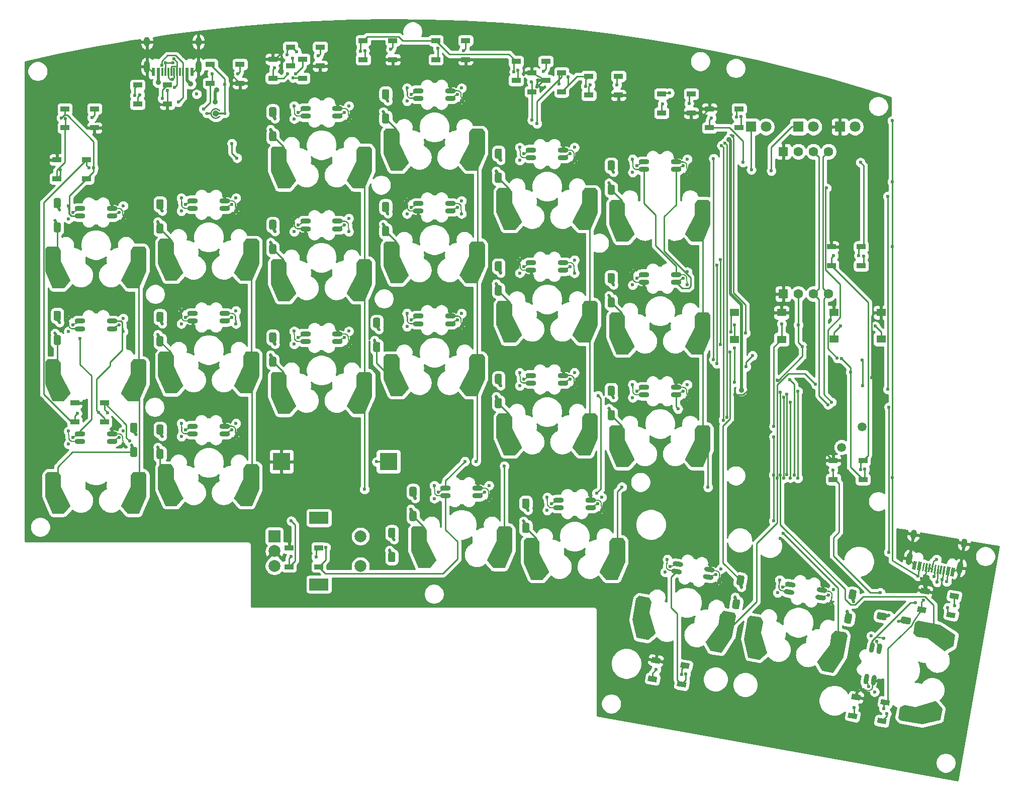
<source format=gbr>
%TF.GenerationSoftware,KiCad,Pcbnew,5.1.9*%
%TF.CreationDate,2021-05-13T19:18:31-05:00*%
%TF.ProjectId,nightwing,6e696768-7477-4696-9e67-2e6b69636164,rev?*%
%TF.SameCoordinates,Original*%
%TF.FileFunction,Copper,L2,Bot*%
%TF.FilePolarity,Positive*%
%FSLAX46Y46*%
G04 Gerber Fmt 4.6, Leading zero omitted, Abs format (unit mm)*
G04 Created by KiCad (PCBNEW 5.1.9) date 2021-05-13 19:18:31*
%MOMM*%
%LPD*%
G01*
G04 APERTURE LIST*
%TA.AperFunction,ComponentPad*%
%ADD10O,1.000000X2.100000*%
%TD*%
%TA.AperFunction,ComponentPad*%
%ADD11O,1.000000X1.600000*%
%TD*%
%TA.AperFunction,SMDPad,CuDef*%
%ADD12R,0.300000X1.450000*%
%TD*%
%TA.AperFunction,SMDPad,CuDef*%
%ADD13R,0.600000X1.450000*%
%TD*%
%TA.AperFunction,SMDPad,CuDef*%
%ADD14C,0.100000*%
%TD*%
%TA.AperFunction,SMDPad,CuDef*%
%ADD15R,1.501140X0.899160*%
%TD*%
%TA.AperFunction,ComponentPad*%
%ADD16C,1.600000*%
%TD*%
%TA.AperFunction,ComponentPad*%
%ADD17R,1.600000X1.600000*%
%TD*%
%TA.AperFunction,SMDPad,CuDef*%
%ADD18R,3.000000X3.000000*%
%TD*%
%TA.AperFunction,ComponentPad*%
%ADD19C,0.800000*%
%TD*%
%TA.AperFunction,SMDPad,CuDef*%
%ADD20R,2.350000X2.500000*%
%TD*%
%TA.AperFunction,SMDPad,CuDef*%
%ADD21R,2.150000X2.500000*%
%TD*%
%TA.AperFunction,SMDPad,CuDef*%
%ADD22R,1.550000X1.300000*%
%TD*%
%TA.AperFunction,ComponentPad*%
%ADD23C,0.600000*%
%TD*%
%TA.AperFunction,SMDPad,CuDef*%
%ADD24O,1.800000X0.820000*%
%TD*%
%TA.AperFunction,ComponentPad*%
%ADD25C,0.500000*%
%TD*%
%TA.AperFunction,ComponentPad*%
%ADD26C,1.500000*%
%TD*%
%TA.AperFunction,ComponentPad*%
%ADD27R,1.800000X1.800000*%
%TD*%
%TA.AperFunction,ComponentPad*%
%ADD28C,1.800000*%
%TD*%
%TA.AperFunction,ComponentPad*%
%ADD29R,2.000000X2.000000*%
%TD*%
%TA.AperFunction,ComponentPad*%
%ADD30C,2.000000*%
%TD*%
%TA.AperFunction,WasherPad*%
%ADD31R,3.200000X2.000000*%
%TD*%
%TA.AperFunction,ViaPad*%
%ADD32C,0.600000*%
%TD*%
%TA.AperFunction,ViaPad*%
%ADD33C,0.900000*%
%TD*%
%TA.AperFunction,Conductor*%
%ADD34C,0.250000*%
%TD*%
%TA.AperFunction,Conductor*%
%ADD35C,0.550000*%
%TD*%
%TA.AperFunction,Conductor*%
%ADD36C,0.254000*%
%TD*%
%TA.AperFunction,Conductor*%
%ADD37C,0.100000*%
%TD*%
G04 APERTURE END LIST*
D10*
%TO.P,J1,S1*%
%TO.N,GND*%
X32850000Y-13290000D03*
X41490000Y-13290000D03*
D11*
X41490000Y-9110000D03*
X32850000Y-9110000D03*
D12*
%TO.P,J1,B7*%
%TO.N,Net-(J1-PadA7)*%
X36420000Y-14205000D03*
%TO.P,J1,A6*%
%TO.N,Net-(J1-PadA6)*%
X36920000Y-14205000D03*
%TO.P,J1,B5*%
%TO.N,Net-(J1-PadB5)*%
X38920000Y-14205000D03*
%TO.P,J1,A5*%
%TO.N,Net-(J1-PadA5)*%
X35920000Y-14205000D03*
%TO.P,J1,B6*%
%TO.N,Net-(J1-PadA6)*%
X37920000Y-14205000D03*
%TO.P,J1,B8*%
%TO.N,N/C*%
X35420000Y-14205000D03*
%TO.P,J1,A8*%
X38420000Y-14205000D03*
%TO.P,J1,A7*%
%TO.N,Net-(J1-PadA7)*%
X37420000Y-14205000D03*
D13*
%TO.P,J1,B1*%
%TO.N,GND*%
X40420000Y-14205000D03*
%TO.P,J1,A1*%
X33920000Y-14205000D03*
%TO.P,J1,B4*%
%TO.N,UVCC*%
X39620000Y-14205000D03*
%TO.P,J1,A4*%
X34720000Y-14205000D03*
%TD*%
%TA.AperFunction,SMDPad,CuDef*%
D14*
%TO.P,J2,B1*%
%TO.N,GND*%
G36*
X168106360Y-99146293D02*
G01*
X168358150Y-97718322D01*
X168949034Y-97822511D01*
X168697244Y-99250482D01*
X168106360Y-99146293D01*
G37*
%TD.AperFunction*%
%TA.AperFunction,SMDPad,CuDef*%
%TO.P,J2,A1*%
G36*
X161705110Y-98017580D02*
G01*
X161956900Y-96589609D01*
X162547784Y-96693798D01*
X162295994Y-98121769D01*
X161705110Y-98017580D01*
G37*
%TD.AperFunction*%
%TA.AperFunction,SMDPad,CuDef*%
%TO.P,J2,A4*%
%TO.N,VCC*%
G36*
X162492956Y-98156498D02*
G01*
X162744746Y-96728527D01*
X163335630Y-96832716D01*
X163083840Y-98260687D01*
X162492956Y-98156498D01*
G37*
%TD.AperFunction*%
%TA.AperFunction,SMDPad,CuDef*%
%TO.P,J2,B4*%
G36*
X167318514Y-99007374D02*
G01*
X167570304Y-97579403D01*
X168161188Y-97683592D01*
X167909398Y-99111563D01*
X167318514Y-99007374D01*
G37*
%TD.AperFunction*%
%TA.AperFunction,SMDPad,CuDef*%
%TO.P,J2,B8*%
%TO.N,N/C*%
G36*
X163330043Y-98304099D02*
G01*
X163581833Y-96876128D01*
X163877275Y-96928223D01*
X163625485Y-98356194D01*
X163330043Y-98304099D01*
G37*
%TD.AperFunction*%
%TA.AperFunction,SMDPad,CuDef*%
%TO.P,J2,A5*%
%TO.N,GND*%
G36*
X163822446Y-98390923D02*
G01*
X164074236Y-96962952D01*
X164369678Y-97015047D01*
X164117888Y-98443018D01*
X163822446Y-98390923D01*
G37*
%TD.AperFunction*%
%TA.AperFunction,SMDPad,CuDef*%
%TO.P,J2,B7*%
%TO.N,RX*%
G36*
X164314850Y-98477747D02*
G01*
X164566640Y-97049776D01*
X164862082Y-97101871D01*
X164610292Y-98529842D01*
X164314850Y-98477747D01*
G37*
%TD.AperFunction*%
%TA.AperFunction,SMDPad,CuDef*%
%TO.P,J2,A7*%
%TO.N,Net-(J2-PadA7)*%
G36*
X165299658Y-98651395D02*
G01*
X165551448Y-97223424D01*
X165846890Y-97275519D01*
X165595100Y-98703490D01*
X165299658Y-98651395D01*
G37*
%TD.AperFunction*%
%TA.AperFunction,SMDPad,CuDef*%
%TO.P,J2,B6*%
%TO.N,Net-(J2-PadB6)*%
G36*
X165792062Y-98738219D02*
G01*
X166043852Y-97310248D01*
X166339294Y-97362343D01*
X166087504Y-98790314D01*
X165792062Y-98738219D01*
G37*
%TD.AperFunction*%
%TA.AperFunction,SMDPad,CuDef*%
%TO.P,J2,A8*%
%TO.N,N/C*%
G36*
X166284466Y-98825044D02*
G01*
X166536256Y-97397073D01*
X166831698Y-97449168D01*
X166579908Y-98877139D01*
X166284466Y-98825044D01*
G37*
%TD.AperFunction*%
%TA.AperFunction,SMDPad,CuDef*%
%TO.P,J2,B5*%
%TO.N,GND*%
G36*
X166776870Y-98911868D02*
G01*
X167028660Y-97483897D01*
X167324102Y-97535992D01*
X167072312Y-98963963D01*
X166776870Y-98911868D01*
G37*
%TD.AperFunction*%
%TA.AperFunction,SMDPad,CuDef*%
%TO.P,J2,A6*%
%TO.N,RX*%
G36*
X164807254Y-98564571D02*
G01*
X165059044Y-97136600D01*
X165354486Y-97188695D01*
X165102696Y-98616666D01*
X164807254Y-98564571D01*
G37*
%TD.AperFunction*%
%TO.P,J2,S1*%
%TO.N,GND*%
%TA.AperFunction,ComponentPad*%
G36*
G01*
X169152420Y-98223926D02*
X169343432Y-97140638D01*
G75*
G02*
X169922660Y-96735058I492404J-86824D01*
G01*
X169922660Y-96735058D01*
G75*
G02*
X170328240Y-97314286I-86824J-492404D01*
G01*
X170137228Y-98397574D01*
G75*
G02*
X169558000Y-98803154I-492404J86824D01*
G01*
X169558000Y-98803154D01*
G75*
G02*
X169152420Y-98223926I86824J492404D01*
G01*
G37*
%TD.AperFunction*%
%TA.AperFunction,ComponentPad*%
G36*
G01*
X160643681Y-96723606D02*
X160834693Y-95640318D01*
G75*
G02*
X161413921Y-95234738I492404J-86824D01*
G01*
X161413921Y-95234738D01*
G75*
G02*
X161819501Y-95813966I-86824J-492404D01*
G01*
X161628489Y-96897254D01*
G75*
G02*
X161049261Y-97302834I-492404J86824D01*
G01*
X161049261Y-97302834D01*
G75*
G02*
X160643681Y-96723606I86824J492404D01*
G01*
G37*
%TD.AperFunction*%
%TA.AperFunction,ComponentPad*%
G36*
G01*
X161412942Y-92360908D02*
X161517130Y-91770024D01*
G75*
G02*
X162096358Y-91364444I492404J-86824D01*
G01*
X162096358Y-91364444D01*
G75*
G02*
X162501938Y-91943672I-86824J-492404D01*
G01*
X162397750Y-92534556D01*
G75*
G02*
X161818522Y-92940136I-492404J86824D01*
G01*
X161818522Y-92940136D01*
G75*
G02*
X161412942Y-92360908I86824J492404D01*
G01*
G37*
%TD.AperFunction*%
%TA.AperFunction,ComponentPad*%
G36*
G01*
X169921681Y-93861228D02*
X170025869Y-93270344D01*
G75*
G02*
X170605097Y-92864764I492404J-86824D01*
G01*
X170605097Y-92864764D01*
G75*
G02*
X171010677Y-93443992I-86824J-492404D01*
G01*
X170906489Y-94034876D01*
G75*
G02*
X170327261Y-94440456I-492404J86824D01*
G01*
X170327261Y-94440456D01*
G75*
G02*
X169921681Y-93861228I86824J492404D01*
G01*
G37*
%TD.AperFunction*%
%TD*%
D15*
%TO.P,L39,3*%
%TO.N,Net-(L36-Pad1)*%
X31250640Y-19600200D03*
%TO.P,L39,4*%
%TO.N,VCC*%
X31250640Y-16399800D03*
%TO.P,L39,2*%
%TO.N,GND*%
X36249360Y-19600200D03*
%TO.P,L39,1*%
%TO.N,Net-(L38-Pad3)*%
X36249360Y-16399800D03*
%TD*%
D16*
%TO.P,J3,4*%
%TO.N,D2*%
X147620000Y-51600000D03*
%TO.P,J3,3*%
%TO.N,D3*%
X145080000Y-51600000D03*
%TO.P,J3,2*%
%TO.N,VCC*%
X142540000Y-51600000D03*
D17*
%TO.P,J3,1*%
%TO.N,GND*%
X140000000Y-51600000D03*
D16*
%TO.P,J3,2*%
%TO.N,VCC*%
X142540000Y-27600000D03*
%TO.P,J3,4*%
%TO.N,D2*%
X147620000Y-27600000D03*
%TO.P,J3,3*%
%TO.N,D3*%
X145080000Y-27600000D03*
D17*
%TO.P,J3,1*%
%TO.N,GND*%
X140000000Y-27600000D03*
%TD*%
D18*
%TO.P,BZ1,2*%
%TO.N,GND*%
X55499312Y-79874148D03*
%TO.P,BZ1,1*%
%TO.N,Net-(BZ1-Pad1)*%
X73499312Y-79874148D03*
%TD*%
D19*
%TO.P,SW24,1*%
%TO.N,COL5*%
X146235188Y-113742358D03*
%TO.P,SW24,2*%
%TO.N,Net-(D24-Pad2)*%
X136781034Y-112075335D03*
%TA.AperFunction,SMDPad,CuDef*%
D14*
%TO.P,SW24,1*%
%TO.N,COL5*%
G36*
X150506412Y-108674653D02*
G01*
X150530019Y-108686616D01*
X150550838Y-108702955D01*
X150568068Y-108723041D01*
X150577908Y-108739458D01*
X150803891Y-109185476D01*
X150813481Y-109210142D01*
X150818074Y-109236205D01*
X150816416Y-109269934D01*
X150191282Y-112815242D01*
X150184154Y-112840728D01*
X150171298Y-112865717D01*
X148503314Y-115414801D01*
X148486723Y-115435419D01*
X148466427Y-115452404D01*
X148443209Y-115465104D01*
X148417959Y-115473029D01*
X148391648Y-115475877D01*
X148366906Y-115473832D01*
X146594252Y-115161265D01*
X146568766Y-115154137D01*
X146545160Y-115142174D01*
X146524341Y-115125835D01*
X146500553Y-115095419D01*
X145724123Y-113740002D01*
X145713283Y-113715859D01*
X145707361Y-113690065D01*
X145706584Y-113663613D01*
X145710984Y-113637516D01*
X145720390Y-113612779D01*
X145732835Y-113592474D01*
X147845217Y-110744523D01*
X148152249Y-109003255D01*
X148159377Y-108977768D01*
X148171340Y-108954162D01*
X148187581Y-108933444D01*
X148685693Y-108412019D01*
X148705762Y-108394767D01*
X148728811Y-108381762D01*
X148753953Y-108373502D01*
X148780224Y-108370307D01*
X148806753Y-108372323D01*
X150480926Y-108667525D01*
X150506412Y-108674653D01*
G37*
%TD.AperFunction*%
%TA.AperFunction,SMDPad,CuDef*%
%TO.P,SW24,2*%
%TO.N,Net-(D24-Pad2)*%
G36*
X136226700Y-106156753D02*
G01*
X136250307Y-106168716D01*
X136271126Y-106185056D01*
X136288356Y-106205142D01*
X136301396Y-106228333D01*
X136591130Y-106888676D01*
X136599336Y-106913837D01*
X136602476Y-106940114D01*
X136600455Y-106966361D01*
X136293422Y-108707629D01*
X137304355Y-112106305D01*
X137309377Y-112132289D01*
X137309233Y-112158753D01*
X137303930Y-112184681D01*
X137293670Y-112209076D01*
X137278849Y-112231001D01*
X137262084Y-112247915D01*
X136068898Y-113256036D01*
X136047106Y-113271052D01*
X136022804Y-113281528D01*
X135996924Y-113287063D01*
X135958329Y-113285864D01*
X134185675Y-112973298D01*
X134160189Y-112966170D01*
X134136582Y-112954207D01*
X134115763Y-112937867D01*
X134098533Y-112917781D01*
X134085551Y-112894720D01*
X134077683Y-112871173D01*
X133382129Y-109905333D01*
X133378641Y-109879100D01*
X133380614Y-109851067D01*
X134005748Y-106305759D01*
X134012876Y-106280272D01*
X134024838Y-106256666D01*
X134046403Y-106230678D01*
X134411304Y-105888849D01*
X134432299Y-105872737D01*
X134456033Y-105861030D01*
X134481595Y-105854177D01*
X134508003Y-105852445D01*
X134527041Y-105854424D01*
X136201214Y-106149625D01*
X136226700Y-106156753D01*
G37*
%TD.AperFunction*%
%TA.AperFunction,SMDPad,CuDef*%
%TO.P,SW24,1*%
%TO.N,COL5*%
G36*
X147825340Y-111778652D02*
G01*
X148259460Y-109316633D01*
X150573758Y-109724706D01*
X150139638Y-112186725D01*
X147825340Y-111778652D01*
G37*
%TD.AperFunction*%
%TA.AperFunction,SMDPad,CuDef*%
%TO.P,SW24,2*%
%TO.N,Net-(D24-Pad2)*%
G36*
X136618806Y-109830358D02*
G01*
X136184685Y-112292377D01*
X134067348Y-111919034D01*
X134501469Y-109457015D01*
X136618806Y-109830358D01*
G37*
%TD.AperFunction*%
D19*
X134045811Y-109885094D03*
%TO.P,SW24,1*%
%TO.N,COL5*%
X149554563Y-112619706D03*
%TO.P,SW24,2*%
%TO.N,Net-(D24-Pad2)*%
X134663304Y-106383118D03*
X136039080Y-106625704D03*
%TO.P,SW24,1*%
%TO.N,COL5*%
X148796280Y-108875143D03*
X150172056Y-109117729D03*
%TO.P,SW24,2*%
%TO.N,Net-(D24-Pad2)*%
X134480239Y-112540879D03*
X135856015Y-112783466D03*
%TO.P,SW24,1*%
%TO.N,COL5*%
X146862227Y-114724158D03*
X148238003Y-114966744D03*
%TD*%
%TO.P,SW23,1*%
%TO.N,COL4*%
X127435188Y-110392358D03*
%TO.P,SW23,2*%
%TO.N,Net-(D23-Pad2)*%
X117981034Y-108725335D03*
%TA.AperFunction,SMDPad,CuDef*%
D14*
%TO.P,SW23,1*%
%TO.N,COL4*%
G36*
X131706412Y-105324653D02*
G01*
X131730019Y-105336616D01*
X131750838Y-105352955D01*
X131768068Y-105373041D01*
X131777908Y-105389458D01*
X132003891Y-105835476D01*
X132013481Y-105860142D01*
X132018074Y-105886205D01*
X132016416Y-105919934D01*
X131391282Y-109465242D01*
X131384154Y-109490728D01*
X131371298Y-109515717D01*
X129703314Y-112064801D01*
X129686723Y-112085419D01*
X129666427Y-112102404D01*
X129643209Y-112115104D01*
X129617959Y-112123029D01*
X129591648Y-112125877D01*
X129566906Y-112123832D01*
X127794252Y-111811265D01*
X127768766Y-111804137D01*
X127745160Y-111792174D01*
X127724341Y-111775835D01*
X127700553Y-111745419D01*
X126924123Y-110390002D01*
X126913283Y-110365859D01*
X126907361Y-110340065D01*
X126906584Y-110313613D01*
X126910984Y-110287516D01*
X126920390Y-110262779D01*
X126932835Y-110242474D01*
X129045217Y-107394523D01*
X129352249Y-105653255D01*
X129359377Y-105627768D01*
X129371340Y-105604162D01*
X129387581Y-105583444D01*
X129885693Y-105062019D01*
X129905762Y-105044767D01*
X129928811Y-105031762D01*
X129953953Y-105023502D01*
X129980224Y-105020307D01*
X130006753Y-105022323D01*
X131680926Y-105317525D01*
X131706412Y-105324653D01*
G37*
%TD.AperFunction*%
%TA.AperFunction,SMDPad,CuDef*%
%TO.P,SW23,2*%
%TO.N,Net-(D23-Pad2)*%
G36*
X117426700Y-102806753D02*
G01*
X117450307Y-102818716D01*
X117471126Y-102835056D01*
X117488356Y-102855142D01*
X117501396Y-102878333D01*
X117791130Y-103538676D01*
X117799336Y-103563837D01*
X117802476Y-103590114D01*
X117800455Y-103616361D01*
X117493422Y-105357629D01*
X118504355Y-108756305D01*
X118509377Y-108782289D01*
X118509233Y-108808753D01*
X118503930Y-108834681D01*
X118493670Y-108859076D01*
X118478849Y-108881001D01*
X118462084Y-108897915D01*
X117268898Y-109906036D01*
X117247106Y-109921052D01*
X117222804Y-109931528D01*
X117196924Y-109937063D01*
X117158329Y-109935864D01*
X115385675Y-109623298D01*
X115360189Y-109616170D01*
X115336582Y-109604207D01*
X115315763Y-109587867D01*
X115298533Y-109567781D01*
X115285551Y-109544720D01*
X115277683Y-109521173D01*
X114582129Y-106555333D01*
X114578641Y-106529100D01*
X114580614Y-106501067D01*
X115205748Y-102955759D01*
X115212876Y-102930272D01*
X115224838Y-102906666D01*
X115246403Y-102880678D01*
X115611304Y-102538849D01*
X115632299Y-102522737D01*
X115656033Y-102511030D01*
X115681595Y-102504177D01*
X115708003Y-102502445D01*
X115727041Y-102504424D01*
X117401214Y-102799625D01*
X117426700Y-102806753D01*
G37*
%TD.AperFunction*%
%TA.AperFunction,SMDPad,CuDef*%
%TO.P,SW23,1*%
%TO.N,COL4*%
G36*
X129025340Y-108428652D02*
G01*
X129459460Y-105966633D01*
X131773758Y-106374706D01*
X131339638Y-108836725D01*
X129025340Y-108428652D01*
G37*
%TD.AperFunction*%
%TA.AperFunction,SMDPad,CuDef*%
%TO.P,SW23,2*%
%TO.N,Net-(D23-Pad2)*%
G36*
X117818806Y-106480358D02*
G01*
X117384685Y-108942377D01*
X115267348Y-108569034D01*
X115701469Y-106107015D01*
X117818806Y-106480358D01*
G37*
%TD.AperFunction*%
D19*
X115245811Y-106535094D03*
%TO.P,SW23,1*%
%TO.N,COL4*%
X130754563Y-109269706D03*
%TO.P,SW23,2*%
%TO.N,Net-(D23-Pad2)*%
X115863304Y-103033118D03*
X117239080Y-103275704D03*
%TO.P,SW23,1*%
%TO.N,COL4*%
X129996280Y-105525143D03*
X131372056Y-105767729D03*
%TO.P,SW23,2*%
%TO.N,Net-(D23-Pad2)*%
X115680239Y-109190879D03*
X117056015Y-109433466D03*
%TO.P,SW23,1*%
%TO.N,COL4*%
X128062227Y-111374158D03*
X129438003Y-111616744D03*
%TD*%
%TO.P,SW22,1*%
%TO.N,COL3*%
X167262358Y-111314812D03*
%TO.P,SW22,2*%
%TO.N,Net-(D22-Pad2)*%
X165595335Y-120768966D03*
%TA.AperFunction,SMDPad,CuDef*%
D14*
%TO.P,SW22,1*%
%TO.N,COL3*%
G36*
X162194653Y-107043588D02*
G01*
X162206616Y-107019981D01*
X162222955Y-106999162D01*
X162243041Y-106981932D01*
X162259458Y-106972092D01*
X162705476Y-106746109D01*
X162730142Y-106736519D01*
X162756205Y-106731926D01*
X162789934Y-106733584D01*
X166335242Y-107358718D01*
X166360728Y-107365846D01*
X166385717Y-107378702D01*
X168934801Y-109046686D01*
X168955419Y-109063277D01*
X168972404Y-109083573D01*
X168985104Y-109106791D01*
X168993029Y-109132041D01*
X168995877Y-109158352D01*
X168993832Y-109183094D01*
X168681265Y-110955748D01*
X168674137Y-110981234D01*
X168662174Y-111004840D01*
X168645835Y-111025659D01*
X168615419Y-111049447D01*
X167260002Y-111825877D01*
X167235859Y-111836717D01*
X167210065Y-111842639D01*
X167183613Y-111843416D01*
X167157516Y-111839016D01*
X167132779Y-111829610D01*
X167112474Y-111817165D01*
X164264523Y-109704783D01*
X162523255Y-109397751D01*
X162497768Y-109390623D01*
X162474162Y-109378660D01*
X162453444Y-109362419D01*
X161932019Y-108864307D01*
X161914767Y-108844238D01*
X161901762Y-108821189D01*
X161893502Y-108796047D01*
X161890307Y-108769776D01*
X161892323Y-108743247D01*
X162187525Y-107069074D01*
X162194653Y-107043588D01*
G37*
%TD.AperFunction*%
%TA.AperFunction,SMDPad,CuDef*%
%TO.P,SW22,2*%
%TO.N,Net-(D22-Pad2)*%
G36*
X159676753Y-121323300D02*
G01*
X159688716Y-121299693D01*
X159705056Y-121278874D01*
X159725142Y-121261644D01*
X159748333Y-121248604D01*
X160408676Y-120958870D01*
X160433837Y-120950664D01*
X160460114Y-120947524D01*
X160486361Y-120949545D01*
X162227629Y-121256578D01*
X165626305Y-120245645D01*
X165652289Y-120240623D01*
X165678753Y-120240767D01*
X165704681Y-120246070D01*
X165729076Y-120256330D01*
X165751001Y-120271151D01*
X165767915Y-120287916D01*
X166776036Y-121481102D01*
X166791052Y-121502894D01*
X166801528Y-121527196D01*
X166807063Y-121553076D01*
X166805864Y-121591671D01*
X166493298Y-123364325D01*
X166486170Y-123389811D01*
X166474207Y-123413418D01*
X166457867Y-123434237D01*
X166437781Y-123451467D01*
X166414720Y-123464449D01*
X166391173Y-123472317D01*
X163425333Y-124167871D01*
X163399100Y-124171359D01*
X163371067Y-124169386D01*
X159825759Y-123544252D01*
X159800272Y-123537124D01*
X159776666Y-123525162D01*
X159750678Y-123503597D01*
X159408849Y-123138696D01*
X159392737Y-123117701D01*
X159381030Y-123093967D01*
X159374177Y-123068405D01*
X159372445Y-123041997D01*
X159374424Y-123022959D01*
X159669625Y-121348786D01*
X159676753Y-121323300D01*
G37*
%TD.AperFunction*%
%TA.AperFunction,SMDPad,CuDef*%
%TO.P,SW22,1*%
%TO.N,COL3*%
G36*
X165298652Y-109724660D02*
G01*
X162836633Y-109290540D01*
X163244706Y-106976242D01*
X165706725Y-107410362D01*
X165298652Y-109724660D01*
G37*
%TD.AperFunction*%
%TA.AperFunction,SMDPad,CuDef*%
%TO.P,SW22,2*%
%TO.N,Net-(D22-Pad2)*%
G36*
X163350358Y-120931194D02*
G01*
X165812377Y-121365315D01*
X165439034Y-123482652D01*
X162977015Y-123048531D01*
X163350358Y-120931194D01*
G37*
%TD.AperFunction*%
D19*
X163405094Y-123504189D03*
%TO.P,SW22,1*%
%TO.N,COL3*%
X166139706Y-107995437D03*
%TO.P,SW22,2*%
%TO.N,Net-(D22-Pad2)*%
X159903118Y-122886696D03*
X160145704Y-121510920D03*
%TO.P,SW22,1*%
%TO.N,COL3*%
X162395143Y-108753720D03*
X162637729Y-107377944D03*
%TO.P,SW22,2*%
%TO.N,Net-(D22-Pad2)*%
X166060879Y-123069761D03*
X166303466Y-121693985D03*
%TO.P,SW22,1*%
%TO.N,COL3*%
X168244158Y-110687773D03*
X168486744Y-109311997D03*
%TD*%
%TO.P,SW21,1*%
%TO.N,COL2*%
X109637500Y-98500000D03*
%TO.P,SW21,2*%
%TO.N,Net-(D21-Pad2)*%
X100037500Y-98500000D03*
%TA.AperFunction,SMDPad,CuDef*%
D14*
%TO.P,SW21,1*%
%TO.N,COL2*%
G36*
X112963837Y-92767594D02*
G01*
X112989162Y-92775276D01*
X113012502Y-92787752D01*
X113032959Y-92804541D01*
X113045500Y-92819000D01*
X113345500Y-93219000D01*
X113359227Y-93241626D01*
X113368276Y-93266496D01*
X113372500Y-93300000D01*
X113372500Y-96900000D01*
X113369906Y-96926337D01*
X113361585Y-96953179D01*
X112161585Y-99753179D01*
X112148826Y-99776365D01*
X112131788Y-99796616D01*
X112111128Y-99813155D01*
X112087638Y-99825344D01*
X112062221Y-99832717D01*
X112037500Y-99835000D01*
X110237500Y-99835000D01*
X110211163Y-99832406D01*
X110185838Y-99824724D01*
X110162498Y-99812248D01*
X110133790Y-99786425D01*
X109133790Y-98586425D01*
X109118922Y-98564531D01*
X109108611Y-98540158D01*
X109103253Y-98514242D01*
X109103054Y-98487778D01*
X109108022Y-98461783D01*
X109116752Y-98439626D01*
X110702500Y-95268130D01*
X110702500Y-93500000D01*
X110705094Y-93473663D01*
X110712776Y-93448338D01*
X110725173Y-93425115D01*
X111125173Y-92825115D01*
X111141941Y-92804640D01*
X111162381Y-92787830D01*
X111185707Y-92775330D01*
X111211024Y-92767622D01*
X111237500Y-92765000D01*
X112937500Y-92765000D01*
X112963837Y-92767594D01*
G37*
%TD.AperFunction*%
%TA.AperFunction,SMDPad,CuDef*%
%TO.P,SW21,2*%
%TO.N,Net-(D21-Pad2)*%
G36*
X98463837Y-92767594D02*
G01*
X98489162Y-92775276D01*
X98512502Y-92787752D01*
X98532959Y-92804541D01*
X98549827Y-92825115D01*
X98949827Y-93425115D01*
X98962278Y-93448468D01*
X98969933Y-93473801D01*
X98972500Y-93500000D01*
X98972500Y-95268130D01*
X100558248Y-98439626D01*
X100567706Y-98464343D01*
X100572160Y-98490430D01*
X100571440Y-98516885D01*
X100565572Y-98542691D01*
X100554783Y-98566856D01*
X100541210Y-98586425D01*
X99541210Y-99786425D01*
X99522356Y-99804997D01*
X99500242Y-99819534D01*
X99475717Y-99829478D01*
X99437500Y-99835000D01*
X97637500Y-99835000D01*
X97611163Y-99832406D01*
X97585838Y-99824724D01*
X97562498Y-99812248D01*
X97542041Y-99795459D01*
X97525252Y-99775002D01*
X97513415Y-99753179D01*
X96313415Y-96953179D01*
X96305425Y-96927950D01*
X96302500Y-96900000D01*
X96302500Y-93300000D01*
X96305094Y-93273663D01*
X96312776Y-93248338D01*
X96329500Y-93219000D01*
X96629500Y-92819000D01*
X96647378Y-92799487D01*
X96668718Y-92783836D01*
X96692702Y-92772649D01*
X96718408Y-92766357D01*
X96737500Y-92765000D01*
X98437500Y-92765000D01*
X98463837Y-92767594D01*
G37*
%TD.AperFunction*%
D20*
%TO.P,SW21,1*%
%TO.N,COL2*%
X112037500Y-95040000D03*
D21*
%TO.P,SW21,2*%
%TO.N,Net-(D21-Pad2)*%
X98412900Y-97567300D03*
D19*
X96963500Y-96818000D03*
%TO.P,SW21,1*%
%TO.N,COL2*%
X112711500Y-96818000D03*
%TO.P,SW21,2*%
%TO.N,Net-(D21-Pad2)*%
X96963500Y-93262000D03*
X98360500Y-93262000D03*
%TO.P,SW21,1*%
%TO.N,COL2*%
X111314500Y-93262000D03*
X112711500Y-93262000D03*
%TO.P,SW21,2*%
%TO.N,Net-(D21-Pad2)*%
X97852500Y-99358000D03*
X99249500Y-99358000D03*
%TO.P,SW21,1*%
%TO.N,COL2*%
X110425500Y-99358000D03*
X111822500Y-99358000D03*
%TD*%
%TO.P,SW20,1*%
%TO.N,COL1*%
X90637500Y-96500000D03*
%TO.P,SW20,2*%
%TO.N,Net-(D20-Pad2)*%
X81037500Y-96500000D03*
%TA.AperFunction,SMDPad,CuDef*%
D14*
%TO.P,SW20,1*%
%TO.N,COL1*%
G36*
X93963837Y-90767594D02*
G01*
X93989162Y-90775276D01*
X94012502Y-90787752D01*
X94032959Y-90804541D01*
X94045500Y-90819000D01*
X94345500Y-91219000D01*
X94359227Y-91241626D01*
X94368276Y-91266496D01*
X94372500Y-91300000D01*
X94372500Y-94900000D01*
X94369906Y-94926337D01*
X94361585Y-94953179D01*
X93161585Y-97753179D01*
X93148826Y-97776365D01*
X93131788Y-97796616D01*
X93111128Y-97813155D01*
X93087638Y-97825344D01*
X93062221Y-97832717D01*
X93037500Y-97835000D01*
X91237500Y-97835000D01*
X91211163Y-97832406D01*
X91185838Y-97824724D01*
X91162498Y-97812248D01*
X91133790Y-97786425D01*
X90133790Y-96586425D01*
X90118922Y-96564531D01*
X90108611Y-96540158D01*
X90103253Y-96514242D01*
X90103054Y-96487778D01*
X90108022Y-96461783D01*
X90116752Y-96439626D01*
X91702500Y-93268130D01*
X91702500Y-91500000D01*
X91705094Y-91473663D01*
X91712776Y-91448338D01*
X91725173Y-91425115D01*
X92125173Y-90825115D01*
X92141941Y-90804640D01*
X92162381Y-90787830D01*
X92185707Y-90775330D01*
X92211024Y-90767622D01*
X92237500Y-90765000D01*
X93937500Y-90765000D01*
X93963837Y-90767594D01*
G37*
%TD.AperFunction*%
%TA.AperFunction,SMDPad,CuDef*%
%TO.P,SW20,2*%
%TO.N,Net-(D20-Pad2)*%
G36*
X79463837Y-90767594D02*
G01*
X79489162Y-90775276D01*
X79512502Y-90787752D01*
X79532959Y-90804541D01*
X79549827Y-90825115D01*
X79949827Y-91425115D01*
X79962278Y-91448468D01*
X79969933Y-91473801D01*
X79972500Y-91500000D01*
X79972500Y-93268130D01*
X81558248Y-96439626D01*
X81567706Y-96464343D01*
X81572160Y-96490430D01*
X81571440Y-96516885D01*
X81565572Y-96542691D01*
X81554783Y-96566856D01*
X81541210Y-96586425D01*
X80541210Y-97786425D01*
X80522356Y-97804997D01*
X80500242Y-97819534D01*
X80475717Y-97829478D01*
X80437500Y-97835000D01*
X78637500Y-97835000D01*
X78611163Y-97832406D01*
X78585838Y-97824724D01*
X78562498Y-97812248D01*
X78542041Y-97795459D01*
X78525252Y-97775002D01*
X78513415Y-97753179D01*
X77313415Y-94953179D01*
X77305425Y-94927950D01*
X77302500Y-94900000D01*
X77302500Y-91300000D01*
X77305094Y-91273663D01*
X77312776Y-91248338D01*
X77329500Y-91219000D01*
X77629500Y-90819000D01*
X77647378Y-90799487D01*
X77668718Y-90783836D01*
X77692702Y-90772649D01*
X77718408Y-90766357D01*
X77737500Y-90765000D01*
X79437500Y-90765000D01*
X79463837Y-90767594D01*
G37*
%TD.AperFunction*%
D20*
%TO.P,SW20,1*%
%TO.N,COL1*%
X93037500Y-93040000D03*
D21*
%TO.P,SW20,2*%
%TO.N,Net-(D20-Pad2)*%
X79412900Y-95567300D03*
D19*
X77963500Y-94818000D03*
%TO.P,SW20,1*%
%TO.N,COL1*%
X93711500Y-94818000D03*
%TO.P,SW20,2*%
%TO.N,Net-(D20-Pad2)*%
X77963500Y-91262000D03*
X79360500Y-91262000D03*
%TO.P,SW20,1*%
%TO.N,COL1*%
X92314500Y-91262000D03*
X93711500Y-91262000D03*
%TO.P,SW20,2*%
%TO.N,Net-(D20-Pad2)*%
X78852500Y-97358000D03*
X80249500Y-97358000D03*
%TO.P,SW20,1*%
%TO.N,COL1*%
X91425500Y-97358000D03*
X92822500Y-97358000D03*
%TD*%
%TO.P,SW18,1*%
%TO.N,COL5*%
X124025000Y-79491000D03*
%TO.P,SW18,2*%
%TO.N,Net-(D18-Pad2)*%
X114425000Y-79491000D03*
%TA.AperFunction,SMDPad,CuDef*%
D14*
%TO.P,SW18,1*%
%TO.N,COL5*%
G36*
X127351337Y-73758594D02*
G01*
X127376662Y-73766276D01*
X127400002Y-73778752D01*
X127420459Y-73795541D01*
X127433000Y-73810000D01*
X127733000Y-74210000D01*
X127746727Y-74232626D01*
X127755776Y-74257496D01*
X127760000Y-74291000D01*
X127760000Y-77891000D01*
X127757406Y-77917337D01*
X127749085Y-77944179D01*
X126549085Y-80744179D01*
X126536326Y-80767365D01*
X126519288Y-80787616D01*
X126498628Y-80804155D01*
X126475138Y-80816344D01*
X126449721Y-80823717D01*
X126425000Y-80826000D01*
X124625000Y-80826000D01*
X124598663Y-80823406D01*
X124573338Y-80815724D01*
X124549998Y-80803248D01*
X124521290Y-80777425D01*
X123521290Y-79577425D01*
X123506422Y-79555531D01*
X123496111Y-79531158D01*
X123490753Y-79505242D01*
X123490554Y-79478778D01*
X123495522Y-79452783D01*
X123504252Y-79430626D01*
X125090000Y-76259130D01*
X125090000Y-74491000D01*
X125092594Y-74464663D01*
X125100276Y-74439338D01*
X125112673Y-74416115D01*
X125512673Y-73816115D01*
X125529441Y-73795640D01*
X125549881Y-73778830D01*
X125573207Y-73766330D01*
X125598524Y-73758622D01*
X125625000Y-73756000D01*
X127325000Y-73756000D01*
X127351337Y-73758594D01*
G37*
%TD.AperFunction*%
%TA.AperFunction,SMDPad,CuDef*%
%TO.P,SW18,2*%
%TO.N,Net-(D18-Pad2)*%
G36*
X112851337Y-73758594D02*
G01*
X112876662Y-73766276D01*
X112900002Y-73778752D01*
X112920459Y-73795541D01*
X112937327Y-73816115D01*
X113337327Y-74416115D01*
X113349778Y-74439468D01*
X113357433Y-74464801D01*
X113360000Y-74491000D01*
X113360000Y-76259130D01*
X114945748Y-79430626D01*
X114955206Y-79455343D01*
X114959660Y-79481430D01*
X114958940Y-79507885D01*
X114953072Y-79533691D01*
X114942283Y-79557856D01*
X114928710Y-79577425D01*
X113928710Y-80777425D01*
X113909856Y-80795997D01*
X113887742Y-80810534D01*
X113863217Y-80820478D01*
X113825000Y-80826000D01*
X112025000Y-80826000D01*
X111998663Y-80823406D01*
X111973338Y-80815724D01*
X111949998Y-80803248D01*
X111929541Y-80786459D01*
X111912752Y-80766002D01*
X111900915Y-80744179D01*
X110700915Y-77944179D01*
X110692925Y-77918950D01*
X110690000Y-77891000D01*
X110690000Y-74291000D01*
X110692594Y-74264663D01*
X110700276Y-74239338D01*
X110717000Y-74210000D01*
X111017000Y-73810000D01*
X111034878Y-73790487D01*
X111056218Y-73774836D01*
X111080202Y-73763649D01*
X111105908Y-73757357D01*
X111125000Y-73756000D01*
X112825000Y-73756000D01*
X112851337Y-73758594D01*
G37*
%TD.AperFunction*%
D20*
%TO.P,SW18,1*%
%TO.N,COL5*%
X126425000Y-76031000D03*
D21*
%TO.P,SW18,2*%
%TO.N,Net-(D18-Pad2)*%
X112800400Y-78558300D03*
D19*
X111351000Y-77809000D03*
%TO.P,SW18,1*%
%TO.N,COL5*%
X127099000Y-77809000D03*
%TO.P,SW18,2*%
%TO.N,Net-(D18-Pad2)*%
X111351000Y-74253000D03*
X112748000Y-74253000D03*
%TO.P,SW18,1*%
%TO.N,COL5*%
X125702000Y-74253000D03*
X127099000Y-74253000D03*
%TO.P,SW18,2*%
%TO.N,Net-(D18-Pad2)*%
X112240000Y-80349000D03*
X113637000Y-80349000D03*
%TO.P,SW18,1*%
%TO.N,COL5*%
X124813000Y-80349000D03*
X126210000Y-80349000D03*
%TD*%
%TO.P,SW17,1*%
%TO.N,COL4*%
X105025000Y-77491000D03*
%TO.P,SW17,2*%
%TO.N,Net-(D17-Pad2)*%
X95425000Y-77491000D03*
%TA.AperFunction,SMDPad,CuDef*%
D14*
%TO.P,SW17,1*%
%TO.N,COL4*%
G36*
X108351337Y-71758594D02*
G01*
X108376662Y-71766276D01*
X108400002Y-71778752D01*
X108420459Y-71795541D01*
X108433000Y-71810000D01*
X108733000Y-72210000D01*
X108746727Y-72232626D01*
X108755776Y-72257496D01*
X108760000Y-72291000D01*
X108760000Y-75891000D01*
X108757406Y-75917337D01*
X108749085Y-75944179D01*
X107549085Y-78744179D01*
X107536326Y-78767365D01*
X107519288Y-78787616D01*
X107498628Y-78804155D01*
X107475138Y-78816344D01*
X107449721Y-78823717D01*
X107425000Y-78826000D01*
X105625000Y-78826000D01*
X105598663Y-78823406D01*
X105573338Y-78815724D01*
X105549998Y-78803248D01*
X105521290Y-78777425D01*
X104521290Y-77577425D01*
X104506422Y-77555531D01*
X104496111Y-77531158D01*
X104490753Y-77505242D01*
X104490554Y-77478778D01*
X104495522Y-77452783D01*
X104504252Y-77430626D01*
X106090000Y-74259130D01*
X106090000Y-72491000D01*
X106092594Y-72464663D01*
X106100276Y-72439338D01*
X106112673Y-72416115D01*
X106512673Y-71816115D01*
X106529441Y-71795640D01*
X106549881Y-71778830D01*
X106573207Y-71766330D01*
X106598524Y-71758622D01*
X106625000Y-71756000D01*
X108325000Y-71756000D01*
X108351337Y-71758594D01*
G37*
%TD.AperFunction*%
%TA.AperFunction,SMDPad,CuDef*%
%TO.P,SW17,2*%
%TO.N,Net-(D17-Pad2)*%
G36*
X93851337Y-71758594D02*
G01*
X93876662Y-71766276D01*
X93900002Y-71778752D01*
X93920459Y-71795541D01*
X93937327Y-71816115D01*
X94337327Y-72416115D01*
X94349778Y-72439468D01*
X94357433Y-72464801D01*
X94360000Y-72491000D01*
X94360000Y-74259130D01*
X95945748Y-77430626D01*
X95955206Y-77455343D01*
X95959660Y-77481430D01*
X95958940Y-77507885D01*
X95953072Y-77533691D01*
X95942283Y-77557856D01*
X95928710Y-77577425D01*
X94928710Y-78777425D01*
X94909856Y-78795997D01*
X94887742Y-78810534D01*
X94863217Y-78820478D01*
X94825000Y-78826000D01*
X93025000Y-78826000D01*
X92998663Y-78823406D01*
X92973338Y-78815724D01*
X92949998Y-78803248D01*
X92929541Y-78786459D01*
X92912752Y-78766002D01*
X92900915Y-78744179D01*
X91700915Y-75944179D01*
X91692925Y-75918950D01*
X91690000Y-75891000D01*
X91690000Y-72291000D01*
X91692594Y-72264663D01*
X91700276Y-72239338D01*
X91717000Y-72210000D01*
X92017000Y-71810000D01*
X92034878Y-71790487D01*
X92056218Y-71774836D01*
X92080202Y-71763649D01*
X92105908Y-71757357D01*
X92125000Y-71756000D01*
X93825000Y-71756000D01*
X93851337Y-71758594D01*
G37*
%TD.AperFunction*%
D20*
%TO.P,SW17,1*%
%TO.N,COL4*%
X107425000Y-74031000D03*
D21*
%TO.P,SW17,2*%
%TO.N,Net-(D17-Pad2)*%
X93800400Y-76558300D03*
D19*
X92351000Y-75809000D03*
%TO.P,SW17,1*%
%TO.N,COL4*%
X108099000Y-75809000D03*
%TO.P,SW17,2*%
%TO.N,Net-(D17-Pad2)*%
X92351000Y-72253000D03*
X93748000Y-72253000D03*
%TO.P,SW17,1*%
%TO.N,COL4*%
X106702000Y-72253000D03*
X108099000Y-72253000D03*
%TO.P,SW17,2*%
%TO.N,Net-(D17-Pad2)*%
X93240000Y-78349000D03*
X94637000Y-78349000D03*
%TO.P,SW17,1*%
%TO.N,COL4*%
X105813000Y-78349000D03*
X107210000Y-78349000D03*
%TD*%
%TO.P,SW16,1*%
%TO.N,COL3*%
X86025000Y-67491000D03*
%TO.P,SW16,2*%
%TO.N,Net-(D16-Pad2)*%
X76425000Y-67491000D03*
%TA.AperFunction,SMDPad,CuDef*%
D14*
%TO.P,SW16,1*%
%TO.N,COL3*%
G36*
X89351337Y-61758594D02*
G01*
X89376662Y-61766276D01*
X89400002Y-61778752D01*
X89420459Y-61795541D01*
X89433000Y-61810000D01*
X89733000Y-62210000D01*
X89746727Y-62232626D01*
X89755776Y-62257496D01*
X89760000Y-62291000D01*
X89760000Y-65891000D01*
X89757406Y-65917337D01*
X89749085Y-65944179D01*
X88549085Y-68744179D01*
X88536326Y-68767365D01*
X88519288Y-68787616D01*
X88498628Y-68804155D01*
X88475138Y-68816344D01*
X88449721Y-68823717D01*
X88425000Y-68826000D01*
X86625000Y-68826000D01*
X86598663Y-68823406D01*
X86573338Y-68815724D01*
X86549998Y-68803248D01*
X86521290Y-68777425D01*
X85521290Y-67577425D01*
X85506422Y-67555531D01*
X85496111Y-67531158D01*
X85490753Y-67505242D01*
X85490554Y-67478778D01*
X85495522Y-67452783D01*
X85504252Y-67430626D01*
X87090000Y-64259130D01*
X87090000Y-62491000D01*
X87092594Y-62464663D01*
X87100276Y-62439338D01*
X87112673Y-62416115D01*
X87512673Y-61816115D01*
X87529441Y-61795640D01*
X87549881Y-61778830D01*
X87573207Y-61766330D01*
X87598524Y-61758622D01*
X87625000Y-61756000D01*
X89325000Y-61756000D01*
X89351337Y-61758594D01*
G37*
%TD.AperFunction*%
%TA.AperFunction,SMDPad,CuDef*%
%TO.P,SW16,2*%
%TO.N,Net-(D16-Pad2)*%
G36*
X74851337Y-61758594D02*
G01*
X74876662Y-61766276D01*
X74900002Y-61778752D01*
X74920459Y-61795541D01*
X74937327Y-61816115D01*
X75337327Y-62416115D01*
X75349778Y-62439468D01*
X75357433Y-62464801D01*
X75360000Y-62491000D01*
X75360000Y-64259130D01*
X76945748Y-67430626D01*
X76955206Y-67455343D01*
X76959660Y-67481430D01*
X76958940Y-67507885D01*
X76953072Y-67533691D01*
X76942283Y-67557856D01*
X76928710Y-67577425D01*
X75928710Y-68777425D01*
X75909856Y-68795997D01*
X75887742Y-68810534D01*
X75863217Y-68820478D01*
X75825000Y-68826000D01*
X74025000Y-68826000D01*
X73998663Y-68823406D01*
X73973338Y-68815724D01*
X73949998Y-68803248D01*
X73929541Y-68786459D01*
X73912752Y-68766002D01*
X73900915Y-68744179D01*
X72700915Y-65944179D01*
X72692925Y-65918950D01*
X72690000Y-65891000D01*
X72690000Y-62291000D01*
X72692594Y-62264663D01*
X72700276Y-62239338D01*
X72717000Y-62210000D01*
X73017000Y-61810000D01*
X73034878Y-61790487D01*
X73056218Y-61774836D01*
X73080202Y-61763649D01*
X73105908Y-61757357D01*
X73125000Y-61756000D01*
X74825000Y-61756000D01*
X74851337Y-61758594D01*
G37*
%TD.AperFunction*%
D20*
%TO.P,SW16,1*%
%TO.N,COL3*%
X88425000Y-64031000D03*
D21*
%TO.P,SW16,2*%
%TO.N,Net-(D16-Pad2)*%
X74800400Y-66558300D03*
D19*
X73351000Y-65809000D03*
%TO.P,SW16,1*%
%TO.N,COL3*%
X89099000Y-65809000D03*
%TO.P,SW16,2*%
%TO.N,Net-(D16-Pad2)*%
X73351000Y-62253000D03*
X74748000Y-62253000D03*
%TO.P,SW16,1*%
%TO.N,COL3*%
X87702000Y-62253000D03*
X89099000Y-62253000D03*
%TO.P,SW16,2*%
%TO.N,Net-(D16-Pad2)*%
X74240000Y-68349000D03*
X75637000Y-68349000D03*
%TO.P,SW16,1*%
%TO.N,COL3*%
X86813000Y-68349000D03*
X88210000Y-68349000D03*
%TD*%
%TO.P,SW15,1*%
%TO.N,COL2*%
X67025000Y-70491000D03*
%TO.P,SW15,2*%
%TO.N,Net-(D15-Pad2)*%
X57425000Y-70491000D03*
%TA.AperFunction,SMDPad,CuDef*%
D14*
%TO.P,SW15,1*%
%TO.N,COL2*%
G36*
X70351337Y-64758594D02*
G01*
X70376662Y-64766276D01*
X70400002Y-64778752D01*
X70420459Y-64795541D01*
X70433000Y-64810000D01*
X70733000Y-65210000D01*
X70746727Y-65232626D01*
X70755776Y-65257496D01*
X70760000Y-65291000D01*
X70760000Y-68891000D01*
X70757406Y-68917337D01*
X70749085Y-68944179D01*
X69549085Y-71744179D01*
X69536326Y-71767365D01*
X69519288Y-71787616D01*
X69498628Y-71804155D01*
X69475138Y-71816344D01*
X69449721Y-71823717D01*
X69425000Y-71826000D01*
X67625000Y-71826000D01*
X67598663Y-71823406D01*
X67573338Y-71815724D01*
X67549998Y-71803248D01*
X67521290Y-71777425D01*
X66521290Y-70577425D01*
X66506422Y-70555531D01*
X66496111Y-70531158D01*
X66490753Y-70505242D01*
X66490554Y-70478778D01*
X66495522Y-70452783D01*
X66504252Y-70430626D01*
X68090000Y-67259130D01*
X68090000Y-65491000D01*
X68092594Y-65464663D01*
X68100276Y-65439338D01*
X68112673Y-65416115D01*
X68512673Y-64816115D01*
X68529441Y-64795640D01*
X68549881Y-64778830D01*
X68573207Y-64766330D01*
X68598524Y-64758622D01*
X68625000Y-64756000D01*
X70325000Y-64756000D01*
X70351337Y-64758594D01*
G37*
%TD.AperFunction*%
%TA.AperFunction,SMDPad,CuDef*%
%TO.P,SW15,2*%
%TO.N,Net-(D15-Pad2)*%
G36*
X55851337Y-64758594D02*
G01*
X55876662Y-64766276D01*
X55900002Y-64778752D01*
X55920459Y-64795541D01*
X55937327Y-64816115D01*
X56337327Y-65416115D01*
X56349778Y-65439468D01*
X56357433Y-65464801D01*
X56360000Y-65491000D01*
X56360000Y-67259130D01*
X57945748Y-70430626D01*
X57955206Y-70455343D01*
X57959660Y-70481430D01*
X57958940Y-70507885D01*
X57953072Y-70533691D01*
X57942283Y-70557856D01*
X57928710Y-70577425D01*
X56928710Y-71777425D01*
X56909856Y-71795997D01*
X56887742Y-71810534D01*
X56863217Y-71820478D01*
X56825000Y-71826000D01*
X55025000Y-71826000D01*
X54998663Y-71823406D01*
X54973338Y-71815724D01*
X54949998Y-71803248D01*
X54929541Y-71786459D01*
X54912752Y-71766002D01*
X54900915Y-71744179D01*
X53700915Y-68944179D01*
X53692925Y-68918950D01*
X53690000Y-68891000D01*
X53690000Y-65291000D01*
X53692594Y-65264663D01*
X53700276Y-65239338D01*
X53717000Y-65210000D01*
X54017000Y-64810000D01*
X54034878Y-64790487D01*
X54056218Y-64774836D01*
X54080202Y-64763649D01*
X54105908Y-64757357D01*
X54125000Y-64756000D01*
X55825000Y-64756000D01*
X55851337Y-64758594D01*
G37*
%TD.AperFunction*%
D20*
%TO.P,SW15,1*%
%TO.N,COL2*%
X69425000Y-67031000D03*
D21*
%TO.P,SW15,2*%
%TO.N,Net-(D15-Pad2)*%
X55800400Y-69558300D03*
D19*
X54351000Y-68809000D03*
%TO.P,SW15,1*%
%TO.N,COL2*%
X70099000Y-68809000D03*
%TO.P,SW15,2*%
%TO.N,Net-(D15-Pad2)*%
X54351000Y-65253000D03*
X55748000Y-65253000D03*
%TO.P,SW15,1*%
%TO.N,COL2*%
X68702000Y-65253000D03*
X70099000Y-65253000D03*
%TO.P,SW15,2*%
%TO.N,Net-(D15-Pad2)*%
X55240000Y-71349000D03*
X56637000Y-71349000D03*
%TO.P,SW15,1*%
%TO.N,COL2*%
X67813000Y-71349000D03*
X69210000Y-71349000D03*
%TD*%
%TO.P,SW14,1*%
%TO.N,COL1*%
X48025000Y-86041000D03*
%TO.P,SW14,2*%
%TO.N,Net-(D14-Pad2)*%
X38425000Y-86041000D03*
%TA.AperFunction,SMDPad,CuDef*%
D14*
%TO.P,SW14,1*%
%TO.N,COL1*%
G36*
X51351337Y-80308594D02*
G01*
X51376662Y-80316276D01*
X51400002Y-80328752D01*
X51420459Y-80345541D01*
X51433000Y-80360000D01*
X51733000Y-80760000D01*
X51746727Y-80782626D01*
X51755776Y-80807496D01*
X51760000Y-80841000D01*
X51760000Y-84441000D01*
X51757406Y-84467337D01*
X51749085Y-84494179D01*
X50549085Y-87294179D01*
X50536326Y-87317365D01*
X50519288Y-87337616D01*
X50498628Y-87354155D01*
X50475138Y-87366344D01*
X50449721Y-87373717D01*
X50425000Y-87376000D01*
X48625000Y-87376000D01*
X48598663Y-87373406D01*
X48573338Y-87365724D01*
X48549998Y-87353248D01*
X48521290Y-87327425D01*
X47521290Y-86127425D01*
X47506422Y-86105531D01*
X47496111Y-86081158D01*
X47490753Y-86055242D01*
X47490554Y-86028778D01*
X47495522Y-86002783D01*
X47504252Y-85980626D01*
X49090000Y-82809130D01*
X49090000Y-81041000D01*
X49092594Y-81014663D01*
X49100276Y-80989338D01*
X49112673Y-80966115D01*
X49512673Y-80366115D01*
X49529441Y-80345640D01*
X49549881Y-80328830D01*
X49573207Y-80316330D01*
X49598524Y-80308622D01*
X49625000Y-80306000D01*
X51325000Y-80306000D01*
X51351337Y-80308594D01*
G37*
%TD.AperFunction*%
%TA.AperFunction,SMDPad,CuDef*%
%TO.P,SW14,2*%
%TO.N,Net-(D14-Pad2)*%
G36*
X36851337Y-80308594D02*
G01*
X36876662Y-80316276D01*
X36900002Y-80328752D01*
X36920459Y-80345541D01*
X36937327Y-80366115D01*
X37337327Y-80966115D01*
X37349778Y-80989468D01*
X37357433Y-81014801D01*
X37360000Y-81041000D01*
X37360000Y-82809130D01*
X38945748Y-85980626D01*
X38955206Y-86005343D01*
X38959660Y-86031430D01*
X38958940Y-86057885D01*
X38953072Y-86083691D01*
X38942283Y-86107856D01*
X38928710Y-86127425D01*
X37928710Y-87327425D01*
X37909856Y-87345997D01*
X37887742Y-87360534D01*
X37863217Y-87370478D01*
X37825000Y-87376000D01*
X36025000Y-87376000D01*
X35998663Y-87373406D01*
X35973338Y-87365724D01*
X35949998Y-87353248D01*
X35929541Y-87336459D01*
X35912752Y-87316002D01*
X35900915Y-87294179D01*
X34700915Y-84494179D01*
X34692925Y-84468950D01*
X34690000Y-84441000D01*
X34690000Y-80841000D01*
X34692594Y-80814663D01*
X34700276Y-80789338D01*
X34717000Y-80760000D01*
X35017000Y-80360000D01*
X35034878Y-80340487D01*
X35056218Y-80324836D01*
X35080202Y-80313649D01*
X35105908Y-80307357D01*
X35125000Y-80306000D01*
X36825000Y-80306000D01*
X36851337Y-80308594D01*
G37*
%TD.AperFunction*%
D20*
%TO.P,SW14,1*%
%TO.N,COL1*%
X50425000Y-82581000D03*
D21*
%TO.P,SW14,2*%
%TO.N,Net-(D14-Pad2)*%
X36800400Y-85108300D03*
D19*
X35351000Y-84359000D03*
%TO.P,SW14,1*%
%TO.N,COL1*%
X51099000Y-84359000D03*
%TO.P,SW14,2*%
%TO.N,Net-(D14-Pad2)*%
X35351000Y-80803000D03*
X36748000Y-80803000D03*
%TO.P,SW14,1*%
%TO.N,COL1*%
X49702000Y-80803000D03*
X51099000Y-80803000D03*
%TO.P,SW14,2*%
%TO.N,Net-(D14-Pad2)*%
X36240000Y-86899000D03*
X37637000Y-86899000D03*
%TO.P,SW14,1*%
%TO.N,COL1*%
X48813000Y-86899000D03*
X50210000Y-86899000D03*
%TD*%
%TO.P,SW13,1*%
%TO.N,COL0*%
X29025000Y-87341000D03*
%TO.P,SW13,2*%
%TO.N,Net-(D13-Pad2)*%
X19425000Y-87341000D03*
%TA.AperFunction,SMDPad,CuDef*%
D14*
%TO.P,SW13,1*%
%TO.N,COL0*%
G36*
X32351337Y-81608594D02*
G01*
X32376662Y-81616276D01*
X32400002Y-81628752D01*
X32420459Y-81645541D01*
X32433000Y-81660000D01*
X32733000Y-82060000D01*
X32746727Y-82082626D01*
X32755776Y-82107496D01*
X32760000Y-82141000D01*
X32760000Y-85741000D01*
X32757406Y-85767337D01*
X32749085Y-85794179D01*
X31549085Y-88594179D01*
X31536326Y-88617365D01*
X31519288Y-88637616D01*
X31498628Y-88654155D01*
X31475138Y-88666344D01*
X31449721Y-88673717D01*
X31425000Y-88676000D01*
X29625000Y-88676000D01*
X29598663Y-88673406D01*
X29573338Y-88665724D01*
X29549998Y-88653248D01*
X29521290Y-88627425D01*
X28521290Y-87427425D01*
X28506422Y-87405531D01*
X28496111Y-87381158D01*
X28490753Y-87355242D01*
X28490554Y-87328778D01*
X28495522Y-87302783D01*
X28504252Y-87280626D01*
X30090000Y-84109130D01*
X30090000Y-82341000D01*
X30092594Y-82314663D01*
X30100276Y-82289338D01*
X30112673Y-82266115D01*
X30512673Y-81666115D01*
X30529441Y-81645640D01*
X30549881Y-81628830D01*
X30573207Y-81616330D01*
X30598524Y-81608622D01*
X30625000Y-81606000D01*
X32325000Y-81606000D01*
X32351337Y-81608594D01*
G37*
%TD.AperFunction*%
%TA.AperFunction,SMDPad,CuDef*%
%TO.P,SW13,2*%
%TO.N,Net-(D13-Pad2)*%
G36*
X17851337Y-81608594D02*
G01*
X17876662Y-81616276D01*
X17900002Y-81628752D01*
X17920459Y-81645541D01*
X17937327Y-81666115D01*
X18337327Y-82266115D01*
X18349778Y-82289468D01*
X18357433Y-82314801D01*
X18360000Y-82341000D01*
X18360000Y-84109130D01*
X19945748Y-87280626D01*
X19955206Y-87305343D01*
X19959660Y-87331430D01*
X19958940Y-87357885D01*
X19953072Y-87383691D01*
X19942283Y-87407856D01*
X19928710Y-87427425D01*
X18928710Y-88627425D01*
X18909856Y-88645997D01*
X18887742Y-88660534D01*
X18863217Y-88670478D01*
X18825000Y-88676000D01*
X17025000Y-88676000D01*
X16998663Y-88673406D01*
X16973338Y-88665724D01*
X16949998Y-88653248D01*
X16929541Y-88636459D01*
X16912752Y-88616002D01*
X16900915Y-88594179D01*
X15700915Y-85794179D01*
X15692925Y-85768950D01*
X15690000Y-85741000D01*
X15690000Y-82141000D01*
X15692594Y-82114663D01*
X15700276Y-82089338D01*
X15717000Y-82060000D01*
X16017000Y-81660000D01*
X16034878Y-81640487D01*
X16056218Y-81624836D01*
X16080202Y-81613649D01*
X16105908Y-81607357D01*
X16125000Y-81606000D01*
X17825000Y-81606000D01*
X17851337Y-81608594D01*
G37*
%TD.AperFunction*%
D20*
%TO.P,SW13,1*%
%TO.N,COL0*%
X31425000Y-83881000D03*
D21*
%TO.P,SW13,2*%
%TO.N,Net-(D13-Pad2)*%
X17800400Y-86408300D03*
D19*
X16351000Y-85659000D03*
%TO.P,SW13,1*%
%TO.N,COL0*%
X32099000Y-85659000D03*
%TO.P,SW13,2*%
%TO.N,Net-(D13-Pad2)*%
X16351000Y-82103000D03*
X17748000Y-82103000D03*
%TO.P,SW13,1*%
%TO.N,COL0*%
X30702000Y-82103000D03*
X32099000Y-82103000D03*
%TO.P,SW13,2*%
%TO.N,Net-(D13-Pad2)*%
X17240000Y-88199000D03*
X18637000Y-88199000D03*
%TO.P,SW13,1*%
%TO.N,COL0*%
X29813000Y-88199000D03*
X31210000Y-88199000D03*
%TD*%
%TO.P,SW12,1*%
%TO.N,COL5*%
X124025000Y-60491000D03*
%TO.P,SW12,2*%
%TO.N,Net-(D12-Pad2)*%
X114425000Y-60491000D03*
%TA.AperFunction,SMDPad,CuDef*%
D14*
%TO.P,SW12,1*%
%TO.N,COL5*%
G36*
X127351337Y-54758594D02*
G01*
X127376662Y-54766276D01*
X127400002Y-54778752D01*
X127420459Y-54795541D01*
X127433000Y-54810000D01*
X127733000Y-55210000D01*
X127746727Y-55232626D01*
X127755776Y-55257496D01*
X127760000Y-55291000D01*
X127760000Y-58891000D01*
X127757406Y-58917337D01*
X127749085Y-58944179D01*
X126549085Y-61744179D01*
X126536326Y-61767365D01*
X126519288Y-61787616D01*
X126498628Y-61804155D01*
X126475138Y-61816344D01*
X126449721Y-61823717D01*
X126425000Y-61826000D01*
X124625000Y-61826000D01*
X124598663Y-61823406D01*
X124573338Y-61815724D01*
X124549998Y-61803248D01*
X124521290Y-61777425D01*
X123521290Y-60577425D01*
X123506422Y-60555531D01*
X123496111Y-60531158D01*
X123490753Y-60505242D01*
X123490554Y-60478778D01*
X123495522Y-60452783D01*
X123504252Y-60430626D01*
X125090000Y-57259130D01*
X125090000Y-55491000D01*
X125092594Y-55464663D01*
X125100276Y-55439338D01*
X125112673Y-55416115D01*
X125512673Y-54816115D01*
X125529441Y-54795640D01*
X125549881Y-54778830D01*
X125573207Y-54766330D01*
X125598524Y-54758622D01*
X125625000Y-54756000D01*
X127325000Y-54756000D01*
X127351337Y-54758594D01*
G37*
%TD.AperFunction*%
%TA.AperFunction,SMDPad,CuDef*%
%TO.P,SW12,2*%
%TO.N,Net-(D12-Pad2)*%
G36*
X112851337Y-54758594D02*
G01*
X112876662Y-54766276D01*
X112900002Y-54778752D01*
X112920459Y-54795541D01*
X112937327Y-54816115D01*
X113337327Y-55416115D01*
X113349778Y-55439468D01*
X113357433Y-55464801D01*
X113360000Y-55491000D01*
X113360000Y-57259130D01*
X114945748Y-60430626D01*
X114955206Y-60455343D01*
X114959660Y-60481430D01*
X114958940Y-60507885D01*
X114953072Y-60533691D01*
X114942283Y-60557856D01*
X114928710Y-60577425D01*
X113928710Y-61777425D01*
X113909856Y-61795997D01*
X113887742Y-61810534D01*
X113863217Y-61820478D01*
X113825000Y-61826000D01*
X112025000Y-61826000D01*
X111998663Y-61823406D01*
X111973338Y-61815724D01*
X111949998Y-61803248D01*
X111929541Y-61786459D01*
X111912752Y-61766002D01*
X111900915Y-61744179D01*
X110700915Y-58944179D01*
X110692925Y-58918950D01*
X110690000Y-58891000D01*
X110690000Y-55291000D01*
X110692594Y-55264663D01*
X110700276Y-55239338D01*
X110717000Y-55210000D01*
X111017000Y-54810000D01*
X111034878Y-54790487D01*
X111056218Y-54774836D01*
X111080202Y-54763649D01*
X111105908Y-54757357D01*
X111125000Y-54756000D01*
X112825000Y-54756000D01*
X112851337Y-54758594D01*
G37*
%TD.AperFunction*%
D20*
%TO.P,SW12,1*%
%TO.N,COL5*%
X126425000Y-57031000D03*
D21*
%TO.P,SW12,2*%
%TO.N,Net-(D12-Pad2)*%
X112800400Y-59558300D03*
D19*
X111351000Y-58809000D03*
%TO.P,SW12,1*%
%TO.N,COL5*%
X127099000Y-58809000D03*
%TO.P,SW12,2*%
%TO.N,Net-(D12-Pad2)*%
X111351000Y-55253000D03*
X112748000Y-55253000D03*
%TO.P,SW12,1*%
%TO.N,COL5*%
X125702000Y-55253000D03*
X127099000Y-55253000D03*
%TO.P,SW12,2*%
%TO.N,Net-(D12-Pad2)*%
X112240000Y-61349000D03*
X113637000Y-61349000D03*
%TO.P,SW12,1*%
%TO.N,COL5*%
X124813000Y-61349000D03*
X126210000Y-61349000D03*
%TD*%
%TO.P,SW11,1*%
%TO.N,COL4*%
X105025000Y-58491000D03*
%TO.P,SW11,2*%
%TO.N,Net-(D11-Pad2)*%
X95425000Y-58491000D03*
%TA.AperFunction,SMDPad,CuDef*%
D14*
%TO.P,SW11,1*%
%TO.N,COL4*%
G36*
X108351337Y-52758594D02*
G01*
X108376662Y-52766276D01*
X108400002Y-52778752D01*
X108420459Y-52795541D01*
X108433000Y-52810000D01*
X108733000Y-53210000D01*
X108746727Y-53232626D01*
X108755776Y-53257496D01*
X108760000Y-53291000D01*
X108760000Y-56891000D01*
X108757406Y-56917337D01*
X108749085Y-56944179D01*
X107549085Y-59744179D01*
X107536326Y-59767365D01*
X107519288Y-59787616D01*
X107498628Y-59804155D01*
X107475138Y-59816344D01*
X107449721Y-59823717D01*
X107425000Y-59826000D01*
X105625000Y-59826000D01*
X105598663Y-59823406D01*
X105573338Y-59815724D01*
X105549998Y-59803248D01*
X105521290Y-59777425D01*
X104521290Y-58577425D01*
X104506422Y-58555531D01*
X104496111Y-58531158D01*
X104490753Y-58505242D01*
X104490554Y-58478778D01*
X104495522Y-58452783D01*
X104504252Y-58430626D01*
X106090000Y-55259130D01*
X106090000Y-53491000D01*
X106092594Y-53464663D01*
X106100276Y-53439338D01*
X106112673Y-53416115D01*
X106512673Y-52816115D01*
X106529441Y-52795640D01*
X106549881Y-52778830D01*
X106573207Y-52766330D01*
X106598524Y-52758622D01*
X106625000Y-52756000D01*
X108325000Y-52756000D01*
X108351337Y-52758594D01*
G37*
%TD.AperFunction*%
%TA.AperFunction,SMDPad,CuDef*%
%TO.P,SW11,2*%
%TO.N,Net-(D11-Pad2)*%
G36*
X93851337Y-52758594D02*
G01*
X93876662Y-52766276D01*
X93900002Y-52778752D01*
X93920459Y-52795541D01*
X93937327Y-52816115D01*
X94337327Y-53416115D01*
X94349778Y-53439468D01*
X94357433Y-53464801D01*
X94360000Y-53491000D01*
X94360000Y-55259130D01*
X95945748Y-58430626D01*
X95955206Y-58455343D01*
X95959660Y-58481430D01*
X95958940Y-58507885D01*
X95953072Y-58533691D01*
X95942283Y-58557856D01*
X95928710Y-58577425D01*
X94928710Y-59777425D01*
X94909856Y-59795997D01*
X94887742Y-59810534D01*
X94863217Y-59820478D01*
X94825000Y-59826000D01*
X93025000Y-59826000D01*
X92998663Y-59823406D01*
X92973338Y-59815724D01*
X92949998Y-59803248D01*
X92929541Y-59786459D01*
X92912752Y-59766002D01*
X92900915Y-59744179D01*
X91700915Y-56944179D01*
X91692925Y-56918950D01*
X91690000Y-56891000D01*
X91690000Y-53291000D01*
X91692594Y-53264663D01*
X91700276Y-53239338D01*
X91717000Y-53210000D01*
X92017000Y-52810000D01*
X92034878Y-52790487D01*
X92056218Y-52774836D01*
X92080202Y-52763649D01*
X92105908Y-52757357D01*
X92125000Y-52756000D01*
X93825000Y-52756000D01*
X93851337Y-52758594D01*
G37*
%TD.AperFunction*%
D20*
%TO.P,SW11,1*%
%TO.N,COL4*%
X107425000Y-55031000D03*
D21*
%TO.P,SW11,2*%
%TO.N,Net-(D11-Pad2)*%
X93800400Y-57558300D03*
D19*
X92351000Y-56809000D03*
%TO.P,SW11,1*%
%TO.N,COL4*%
X108099000Y-56809000D03*
%TO.P,SW11,2*%
%TO.N,Net-(D11-Pad2)*%
X92351000Y-53253000D03*
X93748000Y-53253000D03*
%TO.P,SW11,1*%
%TO.N,COL4*%
X106702000Y-53253000D03*
X108099000Y-53253000D03*
%TO.P,SW11,2*%
%TO.N,Net-(D11-Pad2)*%
X93240000Y-59349000D03*
X94637000Y-59349000D03*
%TO.P,SW11,1*%
%TO.N,COL4*%
X105813000Y-59349000D03*
X107210000Y-59349000D03*
%TD*%
%TO.P,SW10,1*%
%TO.N,COL3*%
X86025000Y-48491000D03*
%TO.P,SW10,2*%
%TO.N,Net-(D10-Pad2)*%
X76425000Y-48491000D03*
%TA.AperFunction,SMDPad,CuDef*%
D14*
%TO.P,SW10,1*%
%TO.N,COL3*%
G36*
X89351337Y-42758594D02*
G01*
X89376662Y-42766276D01*
X89400002Y-42778752D01*
X89420459Y-42795541D01*
X89433000Y-42810000D01*
X89733000Y-43210000D01*
X89746727Y-43232626D01*
X89755776Y-43257496D01*
X89760000Y-43291000D01*
X89760000Y-46891000D01*
X89757406Y-46917337D01*
X89749085Y-46944179D01*
X88549085Y-49744179D01*
X88536326Y-49767365D01*
X88519288Y-49787616D01*
X88498628Y-49804155D01*
X88475138Y-49816344D01*
X88449721Y-49823717D01*
X88425000Y-49826000D01*
X86625000Y-49826000D01*
X86598663Y-49823406D01*
X86573338Y-49815724D01*
X86549998Y-49803248D01*
X86521290Y-49777425D01*
X85521290Y-48577425D01*
X85506422Y-48555531D01*
X85496111Y-48531158D01*
X85490753Y-48505242D01*
X85490554Y-48478778D01*
X85495522Y-48452783D01*
X85504252Y-48430626D01*
X87090000Y-45259130D01*
X87090000Y-43491000D01*
X87092594Y-43464663D01*
X87100276Y-43439338D01*
X87112673Y-43416115D01*
X87512673Y-42816115D01*
X87529441Y-42795640D01*
X87549881Y-42778830D01*
X87573207Y-42766330D01*
X87598524Y-42758622D01*
X87625000Y-42756000D01*
X89325000Y-42756000D01*
X89351337Y-42758594D01*
G37*
%TD.AperFunction*%
%TA.AperFunction,SMDPad,CuDef*%
%TO.P,SW10,2*%
%TO.N,Net-(D10-Pad2)*%
G36*
X74851337Y-42758594D02*
G01*
X74876662Y-42766276D01*
X74900002Y-42778752D01*
X74920459Y-42795541D01*
X74937327Y-42816115D01*
X75337327Y-43416115D01*
X75349778Y-43439468D01*
X75357433Y-43464801D01*
X75360000Y-43491000D01*
X75360000Y-45259130D01*
X76945748Y-48430626D01*
X76955206Y-48455343D01*
X76959660Y-48481430D01*
X76958940Y-48507885D01*
X76953072Y-48533691D01*
X76942283Y-48557856D01*
X76928710Y-48577425D01*
X75928710Y-49777425D01*
X75909856Y-49795997D01*
X75887742Y-49810534D01*
X75863217Y-49820478D01*
X75825000Y-49826000D01*
X74025000Y-49826000D01*
X73998663Y-49823406D01*
X73973338Y-49815724D01*
X73949998Y-49803248D01*
X73929541Y-49786459D01*
X73912752Y-49766002D01*
X73900915Y-49744179D01*
X72700915Y-46944179D01*
X72692925Y-46918950D01*
X72690000Y-46891000D01*
X72690000Y-43291000D01*
X72692594Y-43264663D01*
X72700276Y-43239338D01*
X72717000Y-43210000D01*
X73017000Y-42810000D01*
X73034878Y-42790487D01*
X73056218Y-42774836D01*
X73080202Y-42763649D01*
X73105908Y-42757357D01*
X73125000Y-42756000D01*
X74825000Y-42756000D01*
X74851337Y-42758594D01*
G37*
%TD.AperFunction*%
D20*
%TO.P,SW10,1*%
%TO.N,COL3*%
X88425000Y-45031000D03*
D21*
%TO.P,SW10,2*%
%TO.N,Net-(D10-Pad2)*%
X74800400Y-47558300D03*
D19*
X73351000Y-46809000D03*
%TO.P,SW10,1*%
%TO.N,COL3*%
X89099000Y-46809000D03*
%TO.P,SW10,2*%
%TO.N,Net-(D10-Pad2)*%
X73351000Y-43253000D03*
X74748000Y-43253000D03*
%TO.P,SW10,1*%
%TO.N,COL3*%
X87702000Y-43253000D03*
X89099000Y-43253000D03*
%TO.P,SW10,2*%
%TO.N,Net-(D10-Pad2)*%
X74240000Y-49349000D03*
X75637000Y-49349000D03*
%TO.P,SW10,1*%
%TO.N,COL3*%
X86813000Y-49349000D03*
X88210000Y-49349000D03*
%TD*%
%TO.P,SW9,1*%
%TO.N,COL2*%
X67025000Y-51491000D03*
%TO.P,SW9,2*%
%TO.N,Net-(D9-Pad2)*%
X57425000Y-51491000D03*
%TA.AperFunction,SMDPad,CuDef*%
D14*
%TO.P,SW9,1*%
%TO.N,COL2*%
G36*
X70351337Y-45758594D02*
G01*
X70376662Y-45766276D01*
X70400002Y-45778752D01*
X70420459Y-45795541D01*
X70433000Y-45810000D01*
X70733000Y-46210000D01*
X70746727Y-46232626D01*
X70755776Y-46257496D01*
X70760000Y-46291000D01*
X70760000Y-49891000D01*
X70757406Y-49917337D01*
X70749085Y-49944179D01*
X69549085Y-52744179D01*
X69536326Y-52767365D01*
X69519288Y-52787616D01*
X69498628Y-52804155D01*
X69475138Y-52816344D01*
X69449721Y-52823717D01*
X69425000Y-52826000D01*
X67625000Y-52826000D01*
X67598663Y-52823406D01*
X67573338Y-52815724D01*
X67549998Y-52803248D01*
X67521290Y-52777425D01*
X66521290Y-51577425D01*
X66506422Y-51555531D01*
X66496111Y-51531158D01*
X66490753Y-51505242D01*
X66490554Y-51478778D01*
X66495522Y-51452783D01*
X66504252Y-51430626D01*
X68090000Y-48259130D01*
X68090000Y-46491000D01*
X68092594Y-46464663D01*
X68100276Y-46439338D01*
X68112673Y-46416115D01*
X68512673Y-45816115D01*
X68529441Y-45795640D01*
X68549881Y-45778830D01*
X68573207Y-45766330D01*
X68598524Y-45758622D01*
X68625000Y-45756000D01*
X70325000Y-45756000D01*
X70351337Y-45758594D01*
G37*
%TD.AperFunction*%
%TA.AperFunction,SMDPad,CuDef*%
%TO.P,SW9,2*%
%TO.N,Net-(D9-Pad2)*%
G36*
X55851337Y-45758594D02*
G01*
X55876662Y-45766276D01*
X55900002Y-45778752D01*
X55920459Y-45795541D01*
X55937327Y-45816115D01*
X56337327Y-46416115D01*
X56349778Y-46439468D01*
X56357433Y-46464801D01*
X56360000Y-46491000D01*
X56360000Y-48259130D01*
X57945748Y-51430626D01*
X57955206Y-51455343D01*
X57959660Y-51481430D01*
X57958940Y-51507885D01*
X57953072Y-51533691D01*
X57942283Y-51557856D01*
X57928710Y-51577425D01*
X56928710Y-52777425D01*
X56909856Y-52795997D01*
X56887742Y-52810534D01*
X56863217Y-52820478D01*
X56825000Y-52826000D01*
X55025000Y-52826000D01*
X54998663Y-52823406D01*
X54973338Y-52815724D01*
X54949998Y-52803248D01*
X54929541Y-52786459D01*
X54912752Y-52766002D01*
X54900915Y-52744179D01*
X53700915Y-49944179D01*
X53692925Y-49918950D01*
X53690000Y-49891000D01*
X53690000Y-46291000D01*
X53692594Y-46264663D01*
X53700276Y-46239338D01*
X53717000Y-46210000D01*
X54017000Y-45810000D01*
X54034878Y-45790487D01*
X54056218Y-45774836D01*
X54080202Y-45763649D01*
X54105908Y-45757357D01*
X54125000Y-45756000D01*
X55825000Y-45756000D01*
X55851337Y-45758594D01*
G37*
%TD.AperFunction*%
D20*
%TO.P,SW9,1*%
%TO.N,COL2*%
X69425000Y-48031000D03*
D21*
%TO.P,SW9,2*%
%TO.N,Net-(D9-Pad2)*%
X55800400Y-50558300D03*
D19*
X54351000Y-49809000D03*
%TO.P,SW9,1*%
%TO.N,COL2*%
X70099000Y-49809000D03*
%TO.P,SW9,2*%
%TO.N,Net-(D9-Pad2)*%
X54351000Y-46253000D03*
X55748000Y-46253000D03*
%TO.P,SW9,1*%
%TO.N,COL2*%
X68702000Y-46253000D03*
X70099000Y-46253000D03*
%TO.P,SW9,2*%
%TO.N,Net-(D9-Pad2)*%
X55240000Y-52349000D03*
X56637000Y-52349000D03*
%TO.P,SW9,1*%
%TO.N,COL2*%
X67813000Y-52349000D03*
X69210000Y-52349000D03*
%TD*%
%TO.P,SW8,1*%
%TO.N,COL1*%
X48025000Y-67041000D03*
%TO.P,SW8,2*%
%TO.N,Net-(D8-Pad2)*%
X38425000Y-67041000D03*
%TA.AperFunction,SMDPad,CuDef*%
D14*
%TO.P,SW8,1*%
%TO.N,COL1*%
G36*
X51351337Y-61308594D02*
G01*
X51376662Y-61316276D01*
X51400002Y-61328752D01*
X51420459Y-61345541D01*
X51433000Y-61360000D01*
X51733000Y-61760000D01*
X51746727Y-61782626D01*
X51755776Y-61807496D01*
X51760000Y-61841000D01*
X51760000Y-65441000D01*
X51757406Y-65467337D01*
X51749085Y-65494179D01*
X50549085Y-68294179D01*
X50536326Y-68317365D01*
X50519288Y-68337616D01*
X50498628Y-68354155D01*
X50475138Y-68366344D01*
X50449721Y-68373717D01*
X50425000Y-68376000D01*
X48625000Y-68376000D01*
X48598663Y-68373406D01*
X48573338Y-68365724D01*
X48549998Y-68353248D01*
X48521290Y-68327425D01*
X47521290Y-67127425D01*
X47506422Y-67105531D01*
X47496111Y-67081158D01*
X47490753Y-67055242D01*
X47490554Y-67028778D01*
X47495522Y-67002783D01*
X47504252Y-66980626D01*
X49090000Y-63809130D01*
X49090000Y-62041000D01*
X49092594Y-62014663D01*
X49100276Y-61989338D01*
X49112673Y-61966115D01*
X49512673Y-61366115D01*
X49529441Y-61345640D01*
X49549881Y-61328830D01*
X49573207Y-61316330D01*
X49598524Y-61308622D01*
X49625000Y-61306000D01*
X51325000Y-61306000D01*
X51351337Y-61308594D01*
G37*
%TD.AperFunction*%
%TA.AperFunction,SMDPad,CuDef*%
%TO.P,SW8,2*%
%TO.N,Net-(D8-Pad2)*%
G36*
X36851337Y-61308594D02*
G01*
X36876662Y-61316276D01*
X36900002Y-61328752D01*
X36920459Y-61345541D01*
X36937327Y-61366115D01*
X37337327Y-61966115D01*
X37349778Y-61989468D01*
X37357433Y-62014801D01*
X37360000Y-62041000D01*
X37360000Y-63809130D01*
X38945748Y-66980626D01*
X38955206Y-67005343D01*
X38959660Y-67031430D01*
X38958940Y-67057885D01*
X38953072Y-67083691D01*
X38942283Y-67107856D01*
X38928710Y-67127425D01*
X37928710Y-68327425D01*
X37909856Y-68345997D01*
X37887742Y-68360534D01*
X37863217Y-68370478D01*
X37825000Y-68376000D01*
X36025000Y-68376000D01*
X35998663Y-68373406D01*
X35973338Y-68365724D01*
X35949998Y-68353248D01*
X35929541Y-68336459D01*
X35912752Y-68316002D01*
X35900915Y-68294179D01*
X34700915Y-65494179D01*
X34692925Y-65468950D01*
X34690000Y-65441000D01*
X34690000Y-61841000D01*
X34692594Y-61814663D01*
X34700276Y-61789338D01*
X34717000Y-61760000D01*
X35017000Y-61360000D01*
X35034878Y-61340487D01*
X35056218Y-61324836D01*
X35080202Y-61313649D01*
X35105908Y-61307357D01*
X35125000Y-61306000D01*
X36825000Y-61306000D01*
X36851337Y-61308594D01*
G37*
%TD.AperFunction*%
D20*
%TO.P,SW8,1*%
%TO.N,COL1*%
X50425000Y-63581000D03*
D21*
%TO.P,SW8,2*%
%TO.N,Net-(D8-Pad2)*%
X36800400Y-66108300D03*
D19*
X35351000Y-65359000D03*
%TO.P,SW8,1*%
%TO.N,COL1*%
X51099000Y-65359000D03*
%TO.P,SW8,2*%
%TO.N,Net-(D8-Pad2)*%
X35351000Y-61803000D03*
X36748000Y-61803000D03*
%TO.P,SW8,1*%
%TO.N,COL1*%
X49702000Y-61803000D03*
X51099000Y-61803000D03*
%TO.P,SW8,2*%
%TO.N,Net-(D8-Pad2)*%
X36240000Y-67899000D03*
X37637000Y-67899000D03*
%TO.P,SW8,1*%
%TO.N,COL1*%
X48813000Y-67899000D03*
X50210000Y-67899000D03*
%TD*%
%TO.P,SW7,1*%
%TO.N,COL0*%
X29025000Y-68341000D03*
%TO.P,SW7,2*%
%TO.N,Net-(D7-Pad2)*%
X19425000Y-68341000D03*
%TA.AperFunction,SMDPad,CuDef*%
D14*
%TO.P,SW7,1*%
%TO.N,COL0*%
G36*
X32351337Y-62608594D02*
G01*
X32376662Y-62616276D01*
X32400002Y-62628752D01*
X32420459Y-62645541D01*
X32433000Y-62660000D01*
X32733000Y-63060000D01*
X32746727Y-63082626D01*
X32755776Y-63107496D01*
X32760000Y-63141000D01*
X32760000Y-66741000D01*
X32757406Y-66767337D01*
X32749085Y-66794179D01*
X31549085Y-69594179D01*
X31536326Y-69617365D01*
X31519288Y-69637616D01*
X31498628Y-69654155D01*
X31475138Y-69666344D01*
X31449721Y-69673717D01*
X31425000Y-69676000D01*
X29625000Y-69676000D01*
X29598663Y-69673406D01*
X29573338Y-69665724D01*
X29549998Y-69653248D01*
X29521290Y-69627425D01*
X28521290Y-68427425D01*
X28506422Y-68405531D01*
X28496111Y-68381158D01*
X28490753Y-68355242D01*
X28490554Y-68328778D01*
X28495522Y-68302783D01*
X28504252Y-68280626D01*
X30090000Y-65109130D01*
X30090000Y-63341000D01*
X30092594Y-63314663D01*
X30100276Y-63289338D01*
X30112673Y-63266115D01*
X30512673Y-62666115D01*
X30529441Y-62645640D01*
X30549881Y-62628830D01*
X30573207Y-62616330D01*
X30598524Y-62608622D01*
X30625000Y-62606000D01*
X32325000Y-62606000D01*
X32351337Y-62608594D01*
G37*
%TD.AperFunction*%
%TA.AperFunction,SMDPad,CuDef*%
%TO.P,SW7,2*%
%TO.N,Net-(D7-Pad2)*%
G36*
X17851337Y-62608594D02*
G01*
X17876662Y-62616276D01*
X17900002Y-62628752D01*
X17920459Y-62645541D01*
X17937327Y-62666115D01*
X18337327Y-63266115D01*
X18349778Y-63289468D01*
X18357433Y-63314801D01*
X18360000Y-63341000D01*
X18360000Y-65109130D01*
X19945748Y-68280626D01*
X19955206Y-68305343D01*
X19959660Y-68331430D01*
X19958940Y-68357885D01*
X19953072Y-68383691D01*
X19942283Y-68407856D01*
X19928710Y-68427425D01*
X18928710Y-69627425D01*
X18909856Y-69645997D01*
X18887742Y-69660534D01*
X18863217Y-69670478D01*
X18825000Y-69676000D01*
X17025000Y-69676000D01*
X16998663Y-69673406D01*
X16973338Y-69665724D01*
X16949998Y-69653248D01*
X16929541Y-69636459D01*
X16912752Y-69616002D01*
X16900915Y-69594179D01*
X15700915Y-66794179D01*
X15692925Y-66768950D01*
X15690000Y-66741000D01*
X15690000Y-63141000D01*
X15692594Y-63114663D01*
X15700276Y-63089338D01*
X15717000Y-63060000D01*
X16017000Y-62660000D01*
X16034878Y-62640487D01*
X16056218Y-62624836D01*
X16080202Y-62613649D01*
X16105908Y-62607357D01*
X16125000Y-62606000D01*
X17825000Y-62606000D01*
X17851337Y-62608594D01*
G37*
%TD.AperFunction*%
D20*
%TO.P,SW7,1*%
%TO.N,COL0*%
X31425000Y-64881000D03*
D21*
%TO.P,SW7,2*%
%TO.N,Net-(D7-Pad2)*%
X17800400Y-67408300D03*
D19*
X16351000Y-66659000D03*
%TO.P,SW7,1*%
%TO.N,COL0*%
X32099000Y-66659000D03*
%TO.P,SW7,2*%
%TO.N,Net-(D7-Pad2)*%
X16351000Y-63103000D03*
X17748000Y-63103000D03*
%TO.P,SW7,1*%
%TO.N,COL0*%
X30702000Y-63103000D03*
X32099000Y-63103000D03*
%TO.P,SW7,2*%
%TO.N,Net-(D7-Pad2)*%
X17240000Y-69199000D03*
X18637000Y-69199000D03*
%TO.P,SW7,1*%
%TO.N,COL0*%
X29813000Y-69199000D03*
X31210000Y-69199000D03*
%TD*%
%TO.P,SW6,1*%
%TO.N,COL5*%
X124025000Y-41491000D03*
%TO.P,SW6,2*%
%TO.N,Net-(D6-Pad2)*%
X114425000Y-41491000D03*
%TA.AperFunction,SMDPad,CuDef*%
D14*
%TO.P,SW6,1*%
%TO.N,COL5*%
G36*
X127351337Y-35758594D02*
G01*
X127376662Y-35766276D01*
X127400002Y-35778752D01*
X127420459Y-35795541D01*
X127433000Y-35810000D01*
X127733000Y-36210000D01*
X127746727Y-36232626D01*
X127755776Y-36257496D01*
X127760000Y-36291000D01*
X127760000Y-39891000D01*
X127757406Y-39917337D01*
X127749085Y-39944179D01*
X126549085Y-42744179D01*
X126536326Y-42767365D01*
X126519288Y-42787616D01*
X126498628Y-42804155D01*
X126475138Y-42816344D01*
X126449721Y-42823717D01*
X126425000Y-42826000D01*
X124625000Y-42826000D01*
X124598663Y-42823406D01*
X124573338Y-42815724D01*
X124549998Y-42803248D01*
X124521290Y-42777425D01*
X123521290Y-41577425D01*
X123506422Y-41555531D01*
X123496111Y-41531158D01*
X123490753Y-41505242D01*
X123490554Y-41478778D01*
X123495522Y-41452783D01*
X123504252Y-41430626D01*
X125090000Y-38259130D01*
X125090000Y-36491000D01*
X125092594Y-36464663D01*
X125100276Y-36439338D01*
X125112673Y-36416115D01*
X125512673Y-35816115D01*
X125529441Y-35795640D01*
X125549881Y-35778830D01*
X125573207Y-35766330D01*
X125598524Y-35758622D01*
X125625000Y-35756000D01*
X127325000Y-35756000D01*
X127351337Y-35758594D01*
G37*
%TD.AperFunction*%
%TA.AperFunction,SMDPad,CuDef*%
%TO.P,SW6,2*%
%TO.N,Net-(D6-Pad2)*%
G36*
X112851337Y-35758594D02*
G01*
X112876662Y-35766276D01*
X112900002Y-35778752D01*
X112920459Y-35795541D01*
X112937327Y-35816115D01*
X113337327Y-36416115D01*
X113349778Y-36439468D01*
X113357433Y-36464801D01*
X113360000Y-36491000D01*
X113360000Y-38259130D01*
X114945748Y-41430626D01*
X114955206Y-41455343D01*
X114959660Y-41481430D01*
X114958940Y-41507885D01*
X114953072Y-41533691D01*
X114942283Y-41557856D01*
X114928710Y-41577425D01*
X113928710Y-42777425D01*
X113909856Y-42795997D01*
X113887742Y-42810534D01*
X113863217Y-42820478D01*
X113825000Y-42826000D01*
X112025000Y-42826000D01*
X111998663Y-42823406D01*
X111973338Y-42815724D01*
X111949998Y-42803248D01*
X111929541Y-42786459D01*
X111912752Y-42766002D01*
X111900915Y-42744179D01*
X110700915Y-39944179D01*
X110692925Y-39918950D01*
X110690000Y-39891000D01*
X110690000Y-36291000D01*
X110692594Y-36264663D01*
X110700276Y-36239338D01*
X110717000Y-36210000D01*
X111017000Y-35810000D01*
X111034878Y-35790487D01*
X111056218Y-35774836D01*
X111080202Y-35763649D01*
X111105908Y-35757357D01*
X111125000Y-35756000D01*
X112825000Y-35756000D01*
X112851337Y-35758594D01*
G37*
%TD.AperFunction*%
D20*
%TO.P,SW6,1*%
%TO.N,COL5*%
X126425000Y-38031000D03*
D21*
%TO.P,SW6,2*%
%TO.N,Net-(D6-Pad2)*%
X112800400Y-40558300D03*
D19*
X111351000Y-39809000D03*
%TO.P,SW6,1*%
%TO.N,COL5*%
X127099000Y-39809000D03*
%TO.P,SW6,2*%
%TO.N,Net-(D6-Pad2)*%
X111351000Y-36253000D03*
X112748000Y-36253000D03*
%TO.P,SW6,1*%
%TO.N,COL5*%
X125702000Y-36253000D03*
X127099000Y-36253000D03*
%TO.P,SW6,2*%
%TO.N,Net-(D6-Pad2)*%
X112240000Y-42349000D03*
X113637000Y-42349000D03*
%TO.P,SW6,1*%
%TO.N,COL5*%
X124813000Y-42349000D03*
X126210000Y-42349000D03*
%TD*%
%TO.P,SW5,1*%
%TO.N,COL4*%
X105025000Y-39491000D03*
%TO.P,SW5,2*%
%TO.N,Net-(D5-Pad2)*%
X95425000Y-39491000D03*
%TA.AperFunction,SMDPad,CuDef*%
D14*
%TO.P,SW5,1*%
%TO.N,COL4*%
G36*
X108351337Y-33758594D02*
G01*
X108376662Y-33766276D01*
X108400002Y-33778752D01*
X108420459Y-33795541D01*
X108433000Y-33810000D01*
X108733000Y-34210000D01*
X108746727Y-34232626D01*
X108755776Y-34257496D01*
X108760000Y-34291000D01*
X108760000Y-37891000D01*
X108757406Y-37917337D01*
X108749085Y-37944179D01*
X107549085Y-40744179D01*
X107536326Y-40767365D01*
X107519288Y-40787616D01*
X107498628Y-40804155D01*
X107475138Y-40816344D01*
X107449721Y-40823717D01*
X107425000Y-40826000D01*
X105625000Y-40826000D01*
X105598663Y-40823406D01*
X105573338Y-40815724D01*
X105549998Y-40803248D01*
X105521290Y-40777425D01*
X104521290Y-39577425D01*
X104506422Y-39555531D01*
X104496111Y-39531158D01*
X104490753Y-39505242D01*
X104490554Y-39478778D01*
X104495522Y-39452783D01*
X104504252Y-39430626D01*
X106090000Y-36259130D01*
X106090000Y-34491000D01*
X106092594Y-34464663D01*
X106100276Y-34439338D01*
X106112673Y-34416115D01*
X106512673Y-33816115D01*
X106529441Y-33795640D01*
X106549881Y-33778830D01*
X106573207Y-33766330D01*
X106598524Y-33758622D01*
X106625000Y-33756000D01*
X108325000Y-33756000D01*
X108351337Y-33758594D01*
G37*
%TD.AperFunction*%
%TA.AperFunction,SMDPad,CuDef*%
%TO.P,SW5,2*%
%TO.N,Net-(D5-Pad2)*%
G36*
X93851337Y-33758594D02*
G01*
X93876662Y-33766276D01*
X93900002Y-33778752D01*
X93920459Y-33795541D01*
X93937327Y-33816115D01*
X94337327Y-34416115D01*
X94349778Y-34439468D01*
X94357433Y-34464801D01*
X94360000Y-34491000D01*
X94360000Y-36259130D01*
X95945748Y-39430626D01*
X95955206Y-39455343D01*
X95959660Y-39481430D01*
X95958940Y-39507885D01*
X95953072Y-39533691D01*
X95942283Y-39557856D01*
X95928710Y-39577425D01*
X94928710Y-40777425D01*
X94909856Y-40795997D01*
X94887742Y-40810534D01*
X94863217Y-40820478D01*
X94825000Y-40826000D01*
X93025000Y-40826000D01*
X92998663Y-40823406D01*
X92973338Y-40815724D01*
X92949998Y-40803248D01*
X92929541Y-40786459D01*
X92912752Y-40766002D01*
X92900915Y-40744179D01*
X91700915Y-37944179D01*
X91692925Y-37918950D01*
X91690000Y-37891000D01*
X91690000Y-34291000D01*
X91692594Y-34264663D01*
X91700276Y-34239338D01*
X91717000Y-34210000D01*
X92017000Y-33810000D01*
X92034878Y-33790487D01*
X92056218Y-33774836D01*
X92080202Y-33763649D01*
X92105908Y-33757357D01*
X92125000Y-33756000D01*
X93825000Y-33756000D01*
X93851337Y-33758594D01*
G37*
%TD.AperFunction*%
D20*
%TO.P,SW5,1*%
%TO.N,COL4*%
X107425000Y-36031000D03*
D21*
%TO.P,SW5,2*%
%TO.N,Net-(D5-Pad2)*%
X93800400Y-38558300D03*
D19*
X92351000Y-37809000D03*
%TO.P,SW5,1*%
%TO.N,COL4*%
X108099000Y-37809000D03*
%TO.P,SW5,2*%
%TO.N,Net-(D5-Pad2)*%
X92351000Y-34253000D03*
X93748000Y-34253000D03*
%TO.P,SW5,1*%
%TO.N,COL4*%
X106702000Y-34253000D03*
X108099000Y-34253000D03*
%TO.P,SW5,2*%
%TO.N,Net-(D5-Pad2)*%
X93240000Y-40349000D03*
X94637000Y-40349000D03*
%TO.P,SW5,1*%
%TO.N,COL4*%
X105813000Y-40349000D03*
X107210000Y-40349000D03*
%TD*%
%TO.P,SW4,1*%
%TO.N,COL3*%
X86025000Y-29491000D03*
%TO.P,SW4,2*%
%TO.N,Net-(D4-Pad2)*%
X76425000Y-29491000D03*
%TA.AperFunction,SMDPad,CuDef*%
D14*
%TO.P,SW4,1*%
%TO.N,COL3*%
G36*
X89351337Y-23758594D02*
G01*
X89376662Y-23766276D01*
X89400002Y-23778752D01*
X89420459Y-23795541D01*
X89433000Y-23810000D01*
X89733000Y-24210000D01*
X89746727Y-24232626D01*
X89755776Y-24257496D01*
X89760000Y-24291000D01*
X89760000Y-27891000D01*
X89757406Y-27917337D01*
X89749085Y-27944179D01*
X88549085Y-30744179D01*
X88536326Y-30767365D01*
X88519288Y-30787616D01*
X88498628Y-30804155D01*
X88475138Y-30816344D01*
X88449721Y-30823717D01*
X88425000Y-30826000D01*
X86625000Y-30826000D01*
X86598663Y-30823406D01*
X86573338Y-30815724D01*
X86549998Y-30803248D01*
X86521290Y-30777425D01*
X85521290Y-29577425D01*
X85506422Y-29555531D01*
X85496111Y-29531158D01*
X85490753Y-29505242D01*
X85490554Y-29478778D01*
X85495522Y-29452783D01*
X85504252Y-29430626D01*
X87090000Y-26259130D01*
X87090000Y-24491000D01*
X87092594Y-24464663D01*
X87100276Y-24439338D01*
X87112673Y-24416115D01*
X87512673Y-23816115D01*
X87529441Y-23795640D01*
X87549881Y-23778830D01*
X87573207Y-23766330D01*
X87598524Y-23758622D01*
X87625000Y-23756000D01*
X89325000Y-23756000D01*
X89351337Y-23758594D01*
G37*
%TD.AperFunction*%
%TA.AperFunction,SMDPad,CuDef*%
%TO.P,SW4,2*%
%TO.N,Net-(D4-Pad2)*%
G36*
X74851337Y-23758594D02*
G01*
X74876662Y-23766276D01*
X74900002Y-23778752D01*
X74920459Y-23795541D01*
X74937327Y-23816115D01*
X75337327Y-24416115D01*
X75349778Y-24439468D01*
X75357433Y-24464801D01*
X75360000Y-24491000D01*
X75360000Y-26259130D01*
X76945748Y-29430626D01*
X76955206Y-29455343D01*
X76959660Y-29481430D01*
X76958940Y-29507885D01*
X76953072Y-29533691D01*
X76942283Y-29557856D01*
X76928710Y-29577425D01*
X75928710Y-30777425D01*
X75909856Y-30795997D01*
X75887742Y-30810534D01*
X75863217Y-30820478D01*
X75825000Y-30826000D01*
X74025000Y-30826000D01*
X73998663Y-30823406D01*
X73973338Y-30815724D01*
X73949998Y-30803248D01*
X73929541Y-30786459D01*
X73912752Y-30766002D01*
X73900915Y-30744179D01*
X72700915Y-27944179D01*
X72692925Y-27918950D01*
X72690000Y-27891000D01*
X72690000Y-24291000D01*
X72692594Y-24264663D01*
X72700276Y-24239338D01*
X72717000Y-24210000D01*
X73017000Y-23810000D01*
X73034878Y-23790487D01*
X73056218Y-23774836D01*
X73080202Y-23763649D01*
X73105908Y-23757357D01*
X73125000Y-23756000D01*
X74825000Y-23756000D01*
X74851337Y-23758594D01*
G37*
%TD.AperFunction*%
D20*
%TO.P,SW4,1*%
%TO.N,COL3*%
X88425000Y-26031000D03*
D21*
%TO.P,SW4,2*%
%TO.N,Net-(D4-Pad2)*%
X74800400Y-28558300D03*
D19*
X73351000Y-27809000D03*
%TO.P,SW4,1*%
%TO.N,COL3*%
X89099000Y-27809000D03*
%TO.P,SW4,2*%
%TO.N,Net-(D4-Pad2)*%
X73351000Y-24253000D03*
X74748000Y-24253000D03*
%TO.P,SW4,1*%
%TO.N,COL3*%
X87702000Y-24253000D03*
X89099000Y-24253000D03*
%TO.P,SW4,2*%
%TO.N,Net-(D4-Pad2)*%
X74240000Y-30349000D03*
X75637000Y-30349000D03*
%TO.P,SW4,1*%
%TO.N,COL3*%
X86813000Y-30349000D03*
X88210000Y-30349000D03*
%TD*%
%TO.P,SW3,1*%
%TO.N,COL2*%
X67025000Y-32491000D03*
%TO.P,SW3,2*%
%TO.N,Net-(D3-Pad2)*%
X57425000Y-32491000D03*
%TA.AperFunction,SMDPad,CuDef*%
D14*
%TO.P,SW3,1*%
%TO.N,COL2*%
G36*
X70351337Y-26758594D02*
G01*
X70376662Y-26766276D01*
X70400002Y-26778752D01*
X70420459Y-26795541D01*
X70433000Y-26810000D01*
X70733000Y-27210000D01*
X70746727Y-27232626D01*
X70755776Y-27257496D01*
X70760000Y-27291000D01*
X70760000Y-30891000D01*
X70757406Y-30917337D01*
X70749085Y-30944179D01*
X69549085Y-33744179D01*
X69536326Y-33767365D01*
X69519288Y-33787616D01*
X69498628Y-33804155D01*
X69475138Y-33816344D01*
X69449721Y-33823717D01*
X69425000Y-33826000D01*
X67625000Y-33826000D01*
X67598663Y-33823406D01*
X67573338Y-33815724D01*
X67549998Y-33803248D01*
X67521290Y-33777425D01*
X66521290Y-32577425D01*
X66506422Y-32555531D01*
X66496111Y-32531158D01*
X66490753Y-32505242D01*
X66490554Y-32478778D01*
X66495522Y-32452783D01*
X66504252Y-32430626D01*
X68090000Y-29259130D01*
X68090000Y-27491000D01*
X68092594Y-27464663D01*
X68100276Y-27439338D01*
X68112673Y-27416115D01*
X68512673Y-26816115D01*
X68529441Y-26795640D01*
X68549881Y-26778830D01*
X68573207Y-26766330D01*
X68598524Y-26758622D01*
X68625000Y-26756000D01*
X70325000Y-26756000D01*
X70351337Y-26758594D01*
G37*
%TD.AperFunction*%
%TA.AperFunction,SMDPad,CuDef*%
%TO.P,SW3,2*%
%TO.N,Net-(D3-Pad2)*%
G36*
X55851337Y-26758594D02*
G01*
X55876662Y-26766276D01*
X55900002Y-26778752D01*
X55920459Y-26795541D01*
X55937327Y-26816115D01*
X56337327Y-27416115D01*
X56349778Y-27439468D01*
X56357433Y-27464801D01*
X56360000Y-27491000D01*
X56360000Y-29259130D01*
X57945748Y-32430626D01*
X57955206Y-32455343D01*
X57959660Y-32481430D01*
X57958940Y-32507885D01*
X57953072Y-32533691D01*
X57942283Y-32557856D01*
X57928710Y-32577425D01*
X56928710Y-33777425D01*
X56909856Y-33795997D01*
X56887742Y-33810534D01*
X56863217Y-33820478D01*
X56825000Y-33826000D01*
X55025000Y-33826000D01*
X54998663Y-33823406D01*
X54973338Y-33815724D01*
X54949998Y-33803248D01*
X54929541Y-33786459D01*
X54912752Y-33766002D01*
X54900915Y-33744179D01*
X53700915Y-30944179D01*
X53692925Y-30918950D01*
X53690000Y-30891000D01*
X53690000Y-27291000D01*
X53692594Y-27264663D01*
X53700276Y-27239338D01*
X53717000Y-27210000D01*
X54017000Y-26810000D01*
X54034878Y-26790487D01*
X54056218Y-26774836D01*
X54080202Y-26763649D01*
X54105908Y-26757357D01*
X54125000Y-26756000D01*
X55825000Y-26756000D01*
X55851337Y-26758594D01*
G37*
%TD.AperFunction*%
D20*
%TO.P,SW3,1*%
%TO.N,COL2*%
X69425000Y-29031000D03*
D21*
%TO.P,SW3,2*%
%TO.N,Net-(D3-Pad2)*%
X55800400Y-31558300D03*
D19*
X54351000Y-30809000D03*
%TO.P,SW3,1*%
%TO.N,COL2*%
X70099000Y-30809000D03*
%TO.P,SW3,2*%
%TO.N,Net-(D3-Pad2)*%
X54351000Y-27253000D03*
X55748000Y-27253000D03*
%TO.P,SW3,1*%
%TO.N,COL2*%
X68702000Y-27253000D03*
X70099000Y-27253000D03*
%TO.P,SW3,2*%
%TO.N,Net-(D3-Pad2)*%
X55240000Y-33349000D03*
X56637000Y-33349000D03*
%TO.P,SW3,1*%
%TO.N,COL2*%
X67813000Y-33349000D03*
X69210000Y-33349000D03*
%TD*%
%TO.P,SW2,1*%
%TO.N,COL1*%
X48025000Y-48041000D03*
%TO.P,SW2,2*%
%TO.N,Net-(D2-Pad2)*%
X38425000Y-48041000D03*
%TA.AperFunction,SMDPad,CuDef*%
D14*
%TO.P,SW2,1*%
%TO.N,COL1*%
G36*
X51351337Y-42308594D02*
G01*
X51376662Y-42316276D01*
X51400002Y-42328752D01*
X51420459Y-42345541D01*
X51433000Y-42360000D01*
X51733000Y-42760000D01*
X51746727Y-42782626D01*
X51755776Y-42807496D01*
X51760000Y-42841000D01*
X51760000Y-46441000D01*
X51757406Y-46467337D01*
X51749085Y-46494179D01*
X50549085Y-49294179D01*
X50536326Y-49317365D01*
X50519288Y-49337616D01*
X50498628Y-49354155D01*
X50475138Y-49366344D01*
X50449721Y-49373717D01*
X50425000Y-49376000D01*
X48625000Y-49376000D01*
X48598663Y-49373406D01*
X48573338Y-49365724D01*
X48549998Y-49353248D01*
X48521290Y-49327425D01*
X47521290Y-48127425D01*
X47506422Y-48105531D01*
X47496111Y-48081158D01*
X47490753Y-48055242D01*
X47490554Y-48028778D01*
X47495522Y-48002783D01*
X47504252Y-47980626D01*
X49090000Y-44809130D01*
X49090000Y-43041000D01*
X49092594Y-43014663D01*
X49100276Y-42989338D01*
X49112673Y-42966115D01*
X49512673Y-42366115D01*
X49529441Y-42345640D01*
X49549881Y-42328830D01*
X49573207Y-42316330D01*
X49598524Y-42308622D01*
X49625000Y-42306000D01*
X51325000Y-42306000D01*
X51351337Y-42308594D01*
G37*
%TD.AperFunction*%
%TA.AperFunction,SMDPad,CuDef*%
%TO.P,SW2,2*%
%TO.N,Net-(D2-Pad2)*%
G36*
X36851337Y-42308594D02*
G01*
X36876662Y-42316276D01*
X36900002Y-42328752D01*
X36920459Y-42345541D01*
X36937327Y-42366115D01*
X37337327Y-42966115D01*
X37349778Y-42989468D01*
X37357433Y-43014801D01*
X37360000Y-43041000D01*
X37360000Y-44809130D01*
X38945748Y-47980626D01*
X38955206Y-48005343D01*
X38959660Y-48031430D01*
X38958940Y-48057885D01*
X38953072Y-48083691D01*
X38942283Y-48107856D01*
X38928710Y-48127425D01*
X37928710Y-49327425D01*
X37909856Y-49345997D01*
X37887742Y-49360534D01*
X37863217Y-49370478D01*
X37825000Y-49376000D01*
X36025000Y-49376000D01*
X35998663Y-49373406D01*
X35973338Y-49365724D01*
X35949998Y-49353248D01*
X35929541Y-49336459D01*
X35912752Y-49316002D01*
X35900915Y-49294179D01*
X34700915Y-46494179D01*
X34692925Y-46468950D01*
X34690000Y-46441000D01*
X34690000Y-42841000D01*
X34692594Y-42814663D01*
X34700276Y-42789338D01*
X34717000Y-42760000D01*
X35017000Y-42360000D01*
X35034878Y-42340487D01*
X35056218Y-42324836D01*
X35080202Y-42313649D01*
X35105908Y-42307357D01*
X35125000Y-42306000D01*
X36825000Y-42306000D01*
X36851337Y-42308594D01*
G37*
%TD.AperFunction*%
D20*
%TO.P,SW2,1*%
%TO.N,COL1*%
X50425000Y-44581000D03*
D21*
%TO.P,SW2,2*%
%TO.N,Net-(D2-Pad2)*%
X36800400Y-47108300D03*
D19*
X35351000Y-46359000D03*
%TO.P,SW2,1*%
%TO.N,COL1*%
X51099000Y-46359000D03*
%TO.P,SW2,2*%
%TO.N,Net-(D2-Pad2)*%
X35351000Y-42803000D03*
X36748000Y-42803000D03*
%TO.P,SW2,1*%
%TO.N,COL1*%
X49702000Y-42803000D03*
X51099000Y-42803000D03*
%TO.P,SW2,2*%
%TO.N,Net-(D2-Pad2)*%
X36240000Y-48899000D03*
X37637000Y-48899000D03*
%TO.P,SW2,1*%
%TO.N,COL1*%
X48813000Y-48899000D03*
X50210000Y-48899000D03*
%TD*%
%TO.P,SW1,1*%
%TO.N,COL0*%
X29025000Y-49341000D03*
%TO.P,SW1,2*%
%TO.N,Net-(D1-Pad2)*%
X19425000Y-49341000D03*
%TA.AperFunction,SMDPad,CuDef*%
D14*
%TO.P,SW1,1*%
%TO.N,COL0*%
G36*
X32351337Y-43608594D02*
G01*
X32376662Y-43616276D01*
X32400002Y-43628752D01*
X32420459Y-43645541D01*
X32433000Y-43660000D01*
X32733000Y-44060000D01*
X32746727Y-44082626D01*
X32755776Y-44107496D01*
X32760000Y-44141000D01*
X32760000Y-47741000D01*
X32757406Y-47767337D01*
X32749085Y-47794179D01*
X31549085Y-50594179D01*
X31536326Y-50617365D01*
X31519288Y-50637616D01*
X31498628Y-50654155D01*
X31475138Y-50666344D01*
X31449721Y-50673717D01*
X31425000Y-50676000D01*
X29625000Y-50676000D01*
X29598663Y-50673406D01*
X29573338Y-50665724D01*
X29549998Y-50653248D01*
X29521290Y-50627425D01*
X28521290Y-49427425D01*
X28506422Y-49405531D01*
X28496111Y-49381158D01*
X28490753Y-49355242D01*
X28490554Y-49328778D01*
X28495522Y-49302783D01*
X28504252Y-49280626D01*
X30090000Y-46109130D01*
X30090000Y-44341000D01*
X30092594Y-44314663D01*
X30100276Y-44289338D01*
X30112673Y-44266115D01*
X30512673Y-43666115D01*
X30529441Y-43645640D01*
X30549881Y-43628830D01*
X30573207Y-43616330D01*
X30598524Y-43608622D01*
X30625000Y-43606000D01*
X32325000Y-43606000D01*
X32351337Y-43608594D01*
G37*
%TD.AperFunction*%
%TA.AperFunction,SMDPad,CuDef*%
%TO.P,SW1,2*%
%TO.N,Net-(D1-Pad2)*%
G36*
X17851337Y-43608594D02*
G01*
X17876662Y-43616276D01*
X17900002Y-43628752D01*
X17920459Y-43645541D01*
X17937327Y-43666115D01*
X18337327Y-44266115D01*
X18349778Y-44289468D01*
X18357433Y-44314801D01*
X18360000Y-44341000D01*
X18360000Y-46109130D01*
X19945748Y-49280626D01*
X19955206Y-49305343D01*
X19959660Y-49331430D01*
X19958940Y-49357885D01*
X19953072Y-49383691D01*
X19942283Y-49407856D01*
X19928710Y-49427425D01*
X18928710Y-50627425D01*
X18909856Y-50645997D01*
X18887742Y-50660534D01*
X18863217Y-50670478D01*
X18825000Y-50676000D01*
X17025000Y-50676000D01*
X16998663Y-50673406D01*
X16973338Y-50665724D01*
X16949998Y-50653248D01*
X16929541Y-50636459D01*
X16912752Y-50616002D01*
X16900915Y-50594179D01*
X15700915Y-47794179D01*
X15692925Y-47768950D01*
X15690000Y-47741000D01*
X15690000Y-44141000D01*
X15692594Y-44114663D01*
X15700276Y-44089338D01*
X15717000Y-44060000D01*
X16017000Y-43660000D01*
X16034878Y-43640487D01*
X16056218Y-43624836D01*
X16080202Y-43613649D01*
X16105908Y-43607357D01*
X16125000Y-43606000D01*
X17825000Y-43606000D01*
X17851337Y-43608594D01*
G37*
%TD.AperFunction*%
D20*
%TO.P,SW1,1*%
%TO.N,COL0*%
X31425000Y-45881000D03*
D21*
%TO.P,SW1,2*%
%TO.N,Net-(D1-Pad2)*%
X17800400Y-48408300D03*
D19*
X16351000Y-47659000D03*
%TO.P,SW1,1*%
%TO.N,COL0*%
X32099000Y-47659000D03*
%TO.P,SW1,2*%
%TO.N,Net-(D1-Pad2)*%
X16351000Y-44103000D03*
X17748000Y-44103000D03*
%TO.P,SW1,1*%
%TO.N,COL0*%
X30702000Y-44103000D03*
X32099000Y-44103000D03*
%TO.P,SW1,2*%
%TO.N,Net-(D1-Pad2)*%
X17240000Y-50199000D03*
X18637000Y-50199000D03*
%TO.P,SW1,1*%
%TO.N,COL0*%
X29813000Y-50199000D03*
X31210000Y-50199000D03*
%TD*%
D22*
%TO.P,RESET_SW1,2*%
%TO.N,GND*%
X148525000Y-54750000D03*
X156475000Y-54750000D03*
%TO.P,RESET_SW1,1*%
%TO.N,RESET*%
X148525000Y-59250000D03*
X156475000Y-59250000D03*
%TD*%
%TO.P,Boot1,2*%
%TO.N,GND*%
X131765000Y-54760000D03*
X139715000Y-54760000D03*
%TO.P,Boot1,1*%
%TO.N,Net-(Boot1-Pad1)*%
X131765000Y-59260000D03*
X139715000Y-59260000D03*
%TD*%
D15*
%TO.P,L43,3*%
%TO.N,Net-(L42-Pad1)*%
X119500640Y-21100200D03*
%TO.P,L43,4*%
%TO.N,VCC*%
X119500640Y-17899800D03*
%TO.P,L43,2*%
%TO.N,GND*%
X124499360Y-21100200D03*
%TO.P,L43,1*%
%TO.N,Net-(L43-Pad1)*%
X124499360Y-17899800D03*
%TD*%
%TO.P,L42,3*%
%TO.N,Net-(L41-Pad1)*%
X107250640Y-18100200D03*
%TO.P,L42,4*%
%TO.N,VCC*%
X107250640Y-14899800D03*
%TO.P,L42,2*%
%TO.N,GND*%
X112249360Y-18100200D03*
%TO.P,L42,1*%
%TO.N,Net-(L42-Pad1)*%
X112249360Y-14899800D03*
%TD*%
%TO.P,L41,3*%
%TO.N,Net-(L40-Pad1)*%
X95000640Y-15600200D03*
%TO.P,L41,4*%
%TO.N,VCC*%
X95000640Y-12399800D03*
%TO.P,L41,2*%
%TO.N,GND*%
X99999360Y-15600200D03*
%TO.P,L41,1*%
%TO.N,Net-(L41-Pad1)*%
X99999360Y-12399800D03*
%TD*%
%TO.P,L40,3*%
%TO.N,Net-(L32-Pad1)*%
X81500640Y-12100200D03*
%TO.P,L40,4*%
%TO.N,VCC*%
X81500640Y-8899800D03*
%TO.P,L40,2*%
%TO.N,GND*%
X86499360Y-12100200D03*
%TO.P,L40,1*%
%TO.N,Net-(L40-Pad1)*%
X86499360Y-8899800D03*
%TD*%
%TO.P,L38,3*%
%TO.N,Net-(L38-Pad3)*%
X43500640Y-16100200D03*
%TO.P,L38,4*%
%TO.N,VCC*%
X43500640Y-12899800D03*
%TO.P,L38,2*%
%TO.N,GND*%
X48499360Y-16100200D03*
%TO.P,L38,1*%
%TO.N,Net-(L37-Pad3)*%
X48499360Y-12899800D03*
%TD*%
%TO.P,L37,3*%
%TO.N,Net-(L37-Pad3)*%
X57000640Y-13190200D03*
%TO.P,L37,4*%
%TO.N,VCC*%
X57000640Y-9989800D03*
%TO.P,L37,2*%
%TO.N,GND*%
X61999360Y-13190200D03*
%TO.P,L37,1*%
%TO.N,Net-(L32-Pad3)*%
X61999360Y-9989800D03*
%TD*%
%TO.P,L36,3*%
%TO.N,Net-(L35-Pad1)*%
X19000640Y-23600200D03*
%TO.P,L36,4*%
%TO.N,VCC*%
X19000640Y-20399800D03*
%TO.P,L36,2*%
%TO.N,GND*%
X23999360Y-23600200D03*
%TO.P,L36,1*%
%TO.N,Net-(L36-Pad1)*%
X23999360Y-20399800D03*
%TD*%
%TO.P,L35,1*%
%TO.N,Net-(L35-Pad1)*%
X17660640Y-32190200D03*
%TO.P,L35,2*%
%TO.N,GND*%
X17660640Y-28989800D03*
%TO.P,L35,3*%
%TO.N,Net-(L34-Pad1)*%
X22659360Y-28989800D03*
%TO.P,L35,4*%
%TO.N,VCC*%
X22659360Y-32190200D03*
%TD*%
%TO.P,L34,1*%
%TO.N,Net-(L34-Pad1)*%
X20670640Y-73200200D03*
%TO.P,L34,2*%
%TO.N,GND*%
X20670640Y-69999800D03*
%TO.P,L34,3*%
%TO.N,Net-(L33-Pad1)*%
X25669360Y-69999800D03*
%TO.P,L34,4*%
%TO.N,VCC*%
X25669360Y-73200200D03*
%TD*%
%TO.P,L33,1*%
%TO.N,Net-(L33-Pad1)*%
X56770640Y-97610200D03*
%TO.P,L33,2*%
%TO.N,GND*%
X56770640Y-94409800D03*
%TO.P,L33,3*%
%TO.N,Net-(L33-Pad3)*%
X61769360Y-94409800D03*
%TO.P,L33,4*%
%TO.N,VCC*%
X61769360Y-97610200D03*
%TD*%
%TO.P,L32,3*%
%TO.N,Net-(L32-Pad3)*%
X69250640Y-12100200D03*
%TO.P,L32,4*%
%TO.N,VCC*%
X69250640Y-8899800D03*
%TO.P,L32,2*%
%TO.N,GND*%
X74249360Y-12100200D03*
%TO.P,L32,1*%
%TO.N,Net-(L32-Pad1)*%
X74249360Y-8899800D03*
%TD*%
%TA.AperFunction,SMDPad,CuDef*%
D14*
%TO.P,L8,1*%
%TO.N,Net-(L33-Pad3)*%
G36*
X117309641Y-115968795D02*
G01*
X118787975Y-116229465D01*
X118631837Y-117114965D01*
X117153503Y-116854295D01*
X117309641Y-115968795D01*
G37*
%TD.AperFunction*%
%TA.AperFunction,SMDPad,CuDef*%
%TO.P,L8,2*%
%TO.N,GND*%
G36*
X117865385Y-112817016D02*
G01*
X119343719Y-113077686D01*
X119187581Y-113963186D01*
X117709247Y-113702516D01*
X117865385Y-112817016D01*
G37*
%TD.AperFunction*%
%TA.AperFunction,SMDPad,CuDef*%
%TO.P,L8,3*%
%TO.N,Net-(L7-Pad1)*%
G36*
X122788163Y-113685035D02*
G01*
X124266497Y-113945705D01*
X124110359Y-114831205D01*
X122632025Y-114570535D01*
X122788163Y-113685035D01*
G37*
%TD.AperFunction*%
%TA.AperFunction,SMDPad,CuDef*%
%TO.P,L8,4*%
%TO.N,VCC*%
G36*
X122232419Y-116836814D02*
G01*
X123710753Y-117097484D01*
X123554615Y-117982984D01*
X122076281Y-117722314D01*
X122232419Y-116836814D01*
G37*
%TD.AperFunction*%
%TD*%
%TA.AperFunction,SMDPad,CuDef*%
%TO.P,L7,1*%
%TO.N,Net-(L7-Pad1)*%
G36*
X151029641Y-122168795D02*
G01*
X152507975Y-122429465D01*
X152351837Y-123314965D01*
X150873503Y-123054295D01*
X151029641Y-122168795D01*
G37*
%TD.AperFunction*%
%TA.AperFunction,SMDPad,CuDef*%
%TO.P,L7,2*%
%TO.N,GND*%
G36*
X151585385Y-119017016D02*
G01*
X153063719Y-119277686D01*
X152907581Y-120163186D01*
X151429247Y-119902516D01*
X151585385Y-119017016D01*
G37*
%TD.AperFunction*%
%TA.AperFunction,SMDPad,CuDef*%
%TO.P,L7,3*%
%TO.N,Net-(L6-Pad1)*%
G36*
X156508163Y-119885035D02*
G01*
X157986497Y-120145705D01*
X157830359Y-121031205D01*
X156352025Y-120770535D01*
X156508163Y-119885035D01*
G37*
%TD.AperFunction*%
%TA.AperFunction,SMDPad,CuDef*%
%TO.P,L7,4*%
%TO.N,VCC*%
G36*
X155952419Y-123036814D02*
G01*
X157430753Y-123297484D01*
X157274615Y-124182984D01*
X155796281Y-123922314D01*
X155952419Y-123036814D01*
G37*
%TD.AperFunction*%
%TD*%
%TA.AperFunction,SMDPad,CuDef*%
%TO.P,L6,1*%
%TO.N,Net-(L6-Pad1)*%
G36*
X162659641Y-104278795D02*
G01*
X164137975Y-104539465D01*
X163981837Y-105424965D01*
X162503503Y-105164295D01*
X162659641Y-104278795D01*
G37*
%TD.AperFunction*%
%TA.AperFunction,SMDPad,CuDef*%
%TO.P,L6,2*%
%TO.N,GND*%
G36*
X163215385Y-101127016D02*
G01*
X164693719Y-101387686D01*
X164537581Y-102273186D01*
X163059247Y-102012516D01*
X163215385Y-101127016D01*
G37*
%TD.AperFunction*%
%TA.AperFunction,SMDPad,CuDef*%
%TO.P,L6,3*%
%TO.N,Net-(L5-Pad1)*%
G36*
X168138163Y-101995035D02*
G01*
X169616497Y-102255705D01*
X169460359Y-103141205D01*
X167982025Y-102880535D01*
X168138163Y-101995035D01*
G37*
%TD.AperFunction*%
%TA.AperFunction,SMDPad,CuDef*%
%TO.P,L6,4*%
%TO.N,VCC*%
G36*
X167582419Y-105146814D02*
G01*
X169060753Y-105407484D01*
X168904615Y-106292984D01*
X167426281Y-106032314D01*
X167582419Y-105146814D01*
G37*
%TD.AperFunction*%
%TD*%
D15*
%TO.P,L5,1*%
%TO.N,Net-(L5-Pad1)*%
X148420640Y-82890200D03*
%TO.P,L5,2*%
%TO.N,GND*%
X148420640Y-79689800D03*
%TO.P,L5,3*%
%TO.N,Net-(L4-Pad1)*%
X153419360Y-79689800D03*
%TO.P,L5,4*%
%TO.N,VCC*%
X153419360Y-82890200D03*
%TD*%
%TO.P,L4,1*%
%TO.N,Net-(L4-Pad1)*%
X148110640Y-46850200D03*
%TO.P,L4,2*%
%TO.N,GND*%
X148110640Y-43649800D03*
%TO.P,L4,3*%
%TO.N,Net-(L3-Pad1)*%
X153109360Y-43649800D03*
%TO.P,L4,4*%
%TO.N,VCC*%
X153109360Y-46850200D03*
%TD*%
%TO.P,L3,1*%
%TO.N,Net-(L3-Pad1)*%
X127570640Y-23590200D03*
%TO.P,L3,2*%
%TO.N,GND*%
X127570640Y-20389800D03*
%TO.P,L3,3*%
%TO.N,Net-(L2-Pad1)*%
X132569360Y-20389800D03*
%TO.P,L3,4*%
%TO.N,VCC*%
X132569360Y-23590200D03*
%TD*%
%TO.P,L2,1*%
%TO.N,Net-(L2-Pad1)*%
X97660640Y-17530200D03*
%TO.P,L2,2*%
%TO.N,GND*%
X97660640Y-14329800D03*
%TO.P,L2,3*%
%TO.N,Net-(L1-Pad1)*%
X102659360Y-14329800D03*
%TO.P,L2,4*%
%TO.N,VCC*%
X102659360Y-17530200D03*
%TD*%
%TO.P,L1,1*%
%TO.N,Net-(L1-Pad1)*%
X54040640Y-15240200D03*
%TO.P,L1,2*%
%TO.N,GND*%
X54040640Y-12039800D03*
%TO.P,L1,3*%
%TO.N,D9*%
X59039360Y-12039800D03*
%TO.P,L1,4*%
%TO.N,VCC*%
X59039360Y-15240200D03*
%TD*%
%TA.AperFunction,SMDPad,CuDef*%
D14*
%TO.P,L31,2*%
%TO.N,GND*%
G36*
X153112867Y-118288067D02*
G01*
X153116350Y-118278939D01*
X153120707Y-118270194D01*
X153125895Y-118261917D01*
X153131867Y-118254185D01*
X153138565Y-118247072D01*
X153145926Y-118240646D01*
X153153877Y-118234971D01*
X153162345Y-118230097D01*
X153171248Y-118226074D01*
X153180501Y-118222938D01*
X153190017Y-118220721D01*
X153199703Y-118219441D01*
X153209467Y-118219115D01*
X153219216Y-118219742D01*
X154406815Y-118354642D01*
X154426565Y-118354538D01*
X154479988Y-118350428D01*
X154531453Y-118341353D01*
X154581778Y-118327303D01*
X154630502Y-118308403D01*
X154677146Y-118284841D01*
X154721268Y-118256841D01*
X154762446Y-118224669D01*
X154800296Y-118188625D01*
X154834441Y-118149067D01*
X154864558Y-118106373D01*
X154890375Y-118060926D01*
X154911628Y-118013192D01*
X154928122Y-117963606D01*
X154940244Y-117910252D01*
X155148022Y-116731883D01*
X155148274Y-116730510D01*
X155150571Y-116721013D01*
X155153784Y-116711787D01*
X155157883Y-116702918D01*
X155162826Y-116694492D01*
X155168569Y-116686588D01*
X155175056Y-116679281D01*
X155182225Y-116672643D01*
X155190007Y-116666737D01*
X155198328Y-116661617D01*
X155207109Y-116657335D01*
X155216266Y-116653929D01*
X155225711Y-116651433D01*
X155235356Y-116649871D01*
X155245107Y-116649257D01*
X155254871Y-116649599D01*
X155264555Y-116650890D01*
X155274067Y-116653122D01*
X155283316Y-116656270D01*
X155292213Y-116660306D01*
X155300674Y-116665191D01*
X155308617Y-116670878D01*
X155315969Y-116677313D01*
X155322656Y-116684436D01*
X155328618Y-116692177D01*
X155333795Y-116700462D01*
X155338139Y-116709213D01*
X155341609Y-116718346D01*
X155344171Y-116727774D01*
X155345800Y-116737408D01*
X155346481Y-116747154D01*
X155346208Y-116756920D01*
X155344984Y-116766613D01*
X155136780Y-117947397D01*
X155136527Y-117948770D01*
X155136119Y-117950459D01*
X155135814Y-117952188D01*
X155122069Y-118012685D01*
X155121749Y-118014044D01*
X155120570Y-118018054D01*
X155119441Y-118022093D01*
X155099861Y-118080957D01*
X155099859Y-118080963D01*
X155099857Y-118080970D01*
X155099410Y-118082282D01*
X155097831Y-118086191D01*
X155096326Y-118090072D01*
X155071099Y-118146732D01*
X155071093Y-118146746D01*
X155071085Y-118146761D01*
X155070515Y-118148018D01*
X155068582Y-118151717D01*
X155066688Y-118155466D01*
X155036047Y-118209405D01*
X155036044Y-118209411D01*
X155036040Y-118209418D01*
X155035346Y-118210618D01*
X155033076Y-118214089D01*
X155030809Y-118217659D01*
X154995058Y-118268338D01*
X154995048Y-118268354D01*
X154995035Y-118268371D01*
X154994234Y-118269489D01*
X154991615Y-118272747D01*
X154989033Y-118276052D01*
X154948495Y-118323016D01*
X154947575Y-118324067D01*
X154944659Y-118327044D01*
X154941757Y-118330092D01*
X154896831Y-118372875D01*
X154895812Y-118373830D01*
X154892621Y-118376509D01*
X154889434Y-118379259D01*
X154840545Y-118417455D01*
X154839439Y-118418306D01*
X154835996Y-118420664D01*
X154832562Y-118423086D01*
X154780181Y-118456328D01*
X154778998Y-118457067D01*
X154775349Y-118459074D01*
X154771686Y-118461154D01*
X154716311Y-118489125D01*
X154715060Y-118489746D01*
X154711218Y-118491393D01*
X154707386Y-118493099D01*
X154649545Y-118515534D01*
X154648240Y-118516030D01*
X154644232Y-118517302D01*
X154640274Y-118518618D01*
X154580539Y-118535296D01*
X154580522Y-118535302D01*
X154580502Y-118535306D01*
X154579173Y-118535668D01*
X154575084Y-118536537D01*
X154570995Y-118537466D01*
X154509899Y-118548239D01*
X154508522Y-118548472D01*
X154504392Y-118548936D01*
X154500204Y-118549465D01*
X154438347Y-118554223D01*
X154436954Y-118554320D01*
X154434075Y-118554361D01*
X154431200Y-118554516D01*
X154402388Y-118554667D01*
X154400992Y-118554665D01*
X154400343Y-118554627D01*
X154399767Y-118554647D01*
X154392061Y-118554151D01*
X154391238Y-118554103D01*
X154391177Y-118554094D01*
X154390018Y-118554019D01*
X153196644Y-118418464D01*
X153195258Y-118418296D01*
X153185638Y-118416587D01*
X153176232Y-118413946D01*
X153167129Y-118410400D01*
X153158414Y-118405983D01*
X153150172Y-118400737D01*
X153142482Y-118394711D01*
X153135416Y-118387963D01*
X153129043Y-118380558D01*
X153123422Y-118372567D01*
X153118608Y-118364065D01*
X153114647Y-118355135D01*
X153111577Y-118345860D01*
X153109425Y-118336329D01*
X153108214Y-118326635D01*
X153107955Y-118316869D01*
X153108650Y-118307123D01*
X153110293Y-118297492D01*
X153112867Y-118288067D01*
G37*
%TD.AperFunction*%
%TA.AperFunction,SMDPad,CuDef*%
%TO.P,L31,1*%
%TO.N,Net-(L31-Pad1)*%
G36*
X153905975Y-116466726D02*
G01*
X153909309Y-116457542D01*
X153913523Y-116448728D01*
X153918576Y-116440367D01*
X153924422Y-116432539D01*
X153931003Y-116425319D01*
X153938259Y-116418776D01*
X153946118Y-116412971D01*
X153954505Y-116407961D01*
X153963342Y-116403794D01*
X153972543Y-116400507D01*
X153982021Y-116398137D01*
X153991685Y-116396701D01*
X154001443Y-116396216D01*
X154011202Y-116396684D01*
X154020867Y-116398103D01*
X154030349Y-116400459D01*
X154039555Y-116403729D01*
X154048400Y-116407882D01*
X154056796Y-116412877D01*
X154064665Y-116418668D01*
X154071931Y-116425199D01*
X154078525Y-116432408D01*
X154084384Y-116440226D01*
X154089452Y-116448579D01*
X154093681Y-116457386D01*
X154097030Y-116466564D01*
X154508275Y-117791099D01*
X154508679Y-117792434D01*
X154510986Y-117801929D01*
X154512353Y-117811602D01*
X154512770Y-117821363D01*
X154512234Y-117831118D01*
X154510746Y-117840774D01*
X154508325Y-117850241D01*
X154504991Y-117859423D01*
X154500777Y-117868237D01*
X154495723Y-117876599D01*
X154489877Y-117884427D01*
X154483297Y-117891647D01*
X154476041Y-117898190D01*
X154468182Y-117903995D01*
X154459794Y-117909005D01*
X154450957Y-117913172D01*
X154441757Y-117916458D01*
X154432278Y-117918829D01*
X154422615Y-117920265D01*
X154412857Y-117920750D01*
X154403098Y-117920281D01*
X154393432Y-117918862D01*
X154383950Y-117916507D01*
X154374744Y-117913237D01*
X154365900Y-117909084D01*
X154357504Y-117904089D01*
X154349635Y-117898298D01*
X154342369Y-117891767D01*
X154335774Y-117884558D01*
X154329916Y-117876740D01*
X154324847Y-117868387D01*
X154320618Y-117859580D01*
X154317269Y-117850402D01*
X153906025Y-116525867D01*
X153905620Y-116524532D01*
X153903314Y-116515037D01*
X153901947Y-116505364D01*
X153901530Y-116495603D01*
X153902066Y-116485848D01*
X153903553Y-116476191D01*
X153905975Y-116466726D01*
G37*
%TD.AperFunction*%
%TA.AperFunction,SMDPad,CuDef*%
%TO.P,L31,4*%
%TO.N,VCC*%
G36*
X157067133Y-109671933D02*
G01*
X157063650Y-109681061D01*
X157059293Y-109689806D01*
X157054105Y-109698083D01*
X157048133Y-109705815D01*
X157041435Y-109712928D01*
X157034074Y-109719354D01*
X157026123Y-109725029D01*
X157017655Y-109729903D01*
X157008752Y-109733926D01*
X156999499Y-109737062D01*
X156989983Y-109739279D01*
X156980297Y-109740559D01*
X156970533Y-109740885D01*
X156960784Y-109740258D01*
X155773185Y-109605358D01*
X155753435Y-109605462D01*
X155700012Y-109609572D01*
X155648547Y-109618647D01*
X155598222Y-109632697D01*
X155549498Y-109651597D01*
X155502854Y-109675159D01*
X155458732Y-109703159D01*
X155417554Y-109735331D01*
X155379704Y-109771375D01*
X155345559Y-109810933D01*
X155315442Y-109853627D01*
X155289625Y-109899074D01*
X155268372Y-109946808D01*
X155251878Y-109996394D01*
X155239756Y-110049748D01*
X155031978Y-111228117D01*
X155031726Y-111229490D01*
X155029429Y-111238987D01*
X155026216Y-111248213D01*
X155022117Y-111257082D01*
X155017174Y-111265508D01*
X155011431Y-111273412D01*
X155004944Y-111280719D01*
X154997775Y-111287357D01*
X154989993Y-111293263D01*
X154981672Y-111298383D01*
X154972891Y-111302665D01*
X154963734Y-111306071D01*
X154954289Y-111308567D01*
X154944644Y-111310129D01*
X154934893Y-111310743D01*
X154925129Y-111310401D01*
X154915445Y-111309110D01*
X154905933Y-111306878D01*
X154896684Y-111303730D01*
X154887787Y-111299694D01*
X154879326Y-111294809D01*
X154871383Y-111289122D01*
X154864031Y-111282687D01*
X154857344Y-111275564D01*
X154851382Y-111267823D01*
X154846205Y-111259538D01*
X154841861Y-111250787D01*
X154838391Y-111241654D01*
X154835829Y-111232226D01*
X154834200Y-111222592D01*
X154833519Y-111212846D01*
X154833792Y-111203080D01*
X154835016Y-111193387D01*
X155043220Y-110012603D01*
X155043473Y-110011230D01*
X155043881Y-110009541D01*
X155044186Y-110007812D01*
X155057931Y-109947315D01*
X155058251Y-109945956D01*
X155059430Y-109941946D01*
X155060559Y-109937907D01*
X155080139Y-109879043D01*
X155080141Y-109879037D01*
X155080143Y-109879030D01*
X155080590Y-109877718D01*
X155082169Y-109873809D01*
X155083674Y-109869928D01*
X155108901Y-109813268D01*
X155108907Y-109813254D01*
X155108915Y-109813239D01*
X155109485Y-109811982D01*
X155111418Y-109808283D01*
X155113312Y-109804534D01*
X155143953Y-109750595D01*
X155143956Y-109750589D01*
X155143960Y-109750582D01*
X155144654Y-109749382D01*
X155146924Y-109745911D01*
X155149191Y-109742341D01*
X155184942Y-109691662D01*
X155184952Y-109691646D01*
X155184965Y-109691629D01*
X155185766Y-109690511D01*
X155188385Y-109687253D01*
X155190967Y-109683948D01*
X155231505Y-109636984D01*
X155232425Y-109635933D01*
X155235341Y-109632956D01*
X155238243Y-109629908D01*
X155283169Y-109587125D01*
X155284188Y-109586170D01*
X155287379Y-109583491D01*
X155290566Y-109580741D01*
X155339455Y-109542545D01*
X155340561Y-109541694D01*
X155344004Y-109539336D01*
X155347438Y-109536914D01*
X155399819Y-109503672D01*
X155401002Y-109502933D01*
X155404651Y-109500926D01*
X155408314Y-109498846D01*
X155463689Y-109470875D01*
X155464940Y-109470254D01*
X155468782Y-109468607D01*
X155472614Y-109466901D01*
X155530455Y-109444466D01*
X155531760Y-109443970D01*
X155535768Y-109442698D01*
X155539726Y-109441382D01*
X155599461Y-109424704D01*
X155599478Y-109424698D01*
X155599498Y-109424694D01*
X155600827Y-109424332D01*
X155604916Y-109423463D01*
X155609005Y-109422534D01*
X155670101Y-109411761D01*
X155671478Y-109411528D01*
X155675608Y-109411064D01*
X155679796Y-109410535D01*
X155741653Y-109405777D01*
X155743046Y-109405680D01*
X155745925Y-109405639D01*
X155748800Y-109405484D01*
X155777612Y-109405333D01*
X155779008Y-109405335D01*
X155779657Y-109405373D01*
X155780233Y-109405353D01*
X155787939Y-109405849D01*
X155788762Y-109405897D01*
X155788823Y-109405906D01*
X155789982Y-109405981D01*
X156983356Y-109541536D01*
X156984742Y-109541704D01*
X156994362Y-109543413D01*
X157003768Y-109546054D01*
X157012871Y-109549600D01*
X157021586Y-109554017D01*
X157029828Y-109559263D01*
X157037518Y-109565289D01*
X157044584Y-109572037D01*
X157050957Y-109579442D01*
X157056578Y-109587433D01*
X157061392Y-109595935D01*
X157065353Y-109604865D01*
X157068423Y-109614140D01*
X157070575Y-109623671D01*
X157071786Y-109633365D01*
X157072045Y-109643131D01*
X157071350Y-109652877D01*
X157069707Y-109662508D01*
X157067133Y-109671933D01*
G37*
%TD.AperFunction*%
%TA.AperFunction,SMDPad,CuDef*%
%TO.P,L31,3*%
%TO.N,Net-(L30-Pad1)*%
G36*
X156274025Y-111493274D02*
G01*
X156270691Y-111502458D01*
X156266477Y-111511272D01*
X156261424Y-111519633D01*
X156255578Y-111527461D01*
X156248997Y-111534681D01*
X156241741Y-111541224D01*
X156233882Y-111547029D01*
X156225495Y-111552039D01*
X156216658Y-111556206D01*
X156207457Y-111559493D01*
X156197979Y-111561863D01*
X156188315Y-111563299D01*
X156178557Y-111563784D01*
X156168798Y-111563316D01*
X156159133Y-111561897D01*
X156149651Y-111559541D01*
X156140445Y-111556271D01*
X156131600Y-111552118D01*
X156123204Y-111547123D01*
X156115335Y-111541332D01*
X156108069Y-111534801D01*
X156101475Y-111527592D01*
X156095616Y-111519774D01*
X156090548Y-111511421D01*
X156086319Y-111502614D01*
X156082970Y-111493436D01*
X155671725Y-110168901D01*
X155671321Y-110167566D01*
X155669014Y-110158071D01*
X155667647Y-110148398D01*
X155667230Y-110138637D01*
X155667766Y-110128882D01*
X155669254Y-110119226D01*
X155671675Y-110109759D01*
X155675009Y-110100577D01*
X155679223Y-110091763D01*
X155684277Y-110083401D01*
X155690123Y-110075573D01*
X155696703Y-110068353D01*
X155703959Y-110061810D01*
X155711818Y-110056005D01*
X155720206Y-110050995D01*
X155729043Y-110046828D01*
X155738243Y-110043542D01*
X155747722Y-110041171D01*
X155757385Y-110039735D01*
X155767143Y-110039250D01*
X155776902Y-110039719D01*
X155786568Y-110041138D01*
X155796050Y-110043493D01*
X155805256Y-110046763D01*
X155814100Y-110050916D01*
X155822496Y-110055911D01*
X155830365Y-110061702D01*
X155837631Y-110068233D01*
X155844226Y-110075442D01*
X155850084Y-110083260D01*
X155855153Y-110091613D01*
X155859382Y-110100420D01*
X155862731Y-110109598D01*
X156273975Y-111434133D01*
X156274380Y-111435468D01*
X156276686Y-111444963D01*
X156278053Y-111454636D01*
X156278470Y-111464397D01*
X156277934Y-111474152D01*
X156276447Y-111483809D01*
X156274025Y-111493274D01*
G37*
%TD.AperFunction*%
D23*
%TO.P,L31,1*%
%TO.N,Net-(L31-Pad1)*%
X154412772Y-117820750D03*
X155374507Y-118701129D03*
%TO.P,L31,3*%
%TO.N,Net-(L30-Pad1)*%
X154805493Y-109258871D03*
%TO.P,L31,2*%
%TO.N,GND*%
X153207930Y-118319103D03*
%TO.P,L31,4*%
%TO.N,VCC*%
X156972070Y-109640897D03*
%TO.P,L31,1*%
%TO.N,Net-(L31-Pad1)*%
%TA.AperFunction,SMDPad,CuDef*%
G36*
G01*
X154147157Y-115641519D02*
X154147157Y-115641519D01*
G75*
G02*
X154479732Y-116116486I-71196J-403771D01*
G01*
X154309556Y-117081598D01*
G75*
G02*
X153834589Y-117414173I-403771J71196D01*
G01*
X153834589Y-117414173D01*
G75*
G02*
X153502014Y-116939206I71196J403771D01*
G01*
X153672190Y-115974094D01*
G75*
G02*
X154147157Y-115641519I403771J-71196D01*
G01*
G37*
%TD.AperFunction*%
%TO.P,L31,2*%
%TO.N,GND*%
%TA.AperFunction,SMDPad,CuDef*%
G36*
G01*
X155407711Y-115863789D02*
X155407711Y-115863789D01*
G75*
G02*
X155740286Y-116338756I-71196J-403771D01*
G01*
X155570110Y-117303868D01*
G75*
G02*
X155095143Y-117636443I-403771J71196D01*
G01*
X155095143Y-117636443D01*
G75*
G02*
X154762568Y-117161476I71196J403771D01*
G01*
X154932744Y-116196364D01*
G75*
G02*
X155407711Y-115863789I403771J-71196D01*
G01*
G37*
%TD.AperFunction*%
%TO.P,L31,3*%
%TO.N,Net-(L30-Pad1)*%
%TA.AperFunction,SMDPad,CuDef*%
G36*
G01*
X156345411Y-110545827D02*
X156345411Y-110545827D01*
G75*
G02*
X156677986Y-111020794I-71196J-403771D01*
G01*
X156507810Y-111985906D01*
G75*
G02*
X156032843Y-112318481I-403771J71196D01*
G01*
X156032843Y-112318481D01*
G75*
G02*
X155700268Y-111843514I71196J403771D01*
G01*
X155870444Y-110878402D01*
G75*
G02*
X156345411Y-110545827I403771J-71196D01*
G01*
G37*
%TD.AperFunction*%
%TO.P,L31,4*%
%TO.N,VCC*%
%TA.AperFunction,SMDPad,CuDef*%
G36*
G01*
X155084857Y-110323557D02*
X155084857Y-110323557D01*
G75*
G02*
X155417432Y-110798524I-71196J-403771D01*
G01*
X155247256Y-111763636D01*
G75*
G02*
X154772289Y-112096211I-403771J71196D01*
G01*
X154772289Y-112096211D01*
G75*
G02*
X154439714Y-111621244I71196J403771D01*
G01*
X154609890Y-110656132D01*
G75*
G02*
X155084857Y-110323557I403771J-71196D01*
G01*
G37*
%TD.AperFunction*%
%TO.P,L31,3*%
%TO.N,Net-(L30-Pad1)*%
X155767228Y-110139250D03*
%TD*%
%TA.AperFunction,SMDPad,CuDef*%
D14*
%TO.P,L30,2*%
%TO.N,GND*%
G36*
X148058067Y-103677133D02*
G01*
X148048939Y-103673650D01*
X148040194Y-103669293D01*
X148031917Y-103664105D01*
X148024185Y-103658133D01*
X148017072Y-103651435D01*
X148010646Y-103644074D01*
X148004971Y-103636123D01*
X148000097Y-103627655D01*
X147996074Y-103618752D01*
X147992938Y-103609499D01*
X147990721Y-103599983D01*
X147989441Y-103590297D01*
X147989115Y-103580533D01*
X147989742Y-103570784D01*
X148124642Y-102383185D01*
X148124538Y-102363435D01*
X148120428Y-102310012D01*
X148111353Y-102258547D01*
X148097303Y-102208222D01*
X148078403Y-102159498D01*
X148054841Y-102112854D01*
X148026841Y-102068732D01*
X147994669Y-102027554D01*
X147958625Y-101989704D01*
X147919067Y-101955559D01*
X147876373Y-101925442D01*
X147830926Y-101899625D01*
X147783192Y-101878372D01*
X147733606Y-101861878D01*
X147680252Y-101849756D01*
X146501883Y-101641978D01*
X146500510Y-101641726D01*
X146491013Y-101639429D01*
X146481787Y-101636216D01*
X146472918Y-101632117D01*
X146464492Y-101627174D01*
X146456588Y-101621431D01*
X146449281Y-101614944D01*
X146442643Y-101607775D01*
X146436737Y-101599993D01*
X146431617Y-101591672D01*
X146427335Y-101582891D01*
X146423929Y-101573734D01*
X146421433Y-101564289D01*
X146419871Y-101554644D01*
X146419257Y-101544893D01*
X146419599Y-101535129D01*
X146420890Y-101525445D01*
X146423122Y-101515933D01*
X146426270Y-101506684D01*
X146430306Y-101497787D01*
X146435191Y-101489326D01*
X146440878Y-101481383D01*
X146447313Y-101474031D01*
X146454436Y-101467344D01*
X146462177Y-101461382D01*
X146470462Y-101456205D01*
X146479213Y-101451861D01*
X146488346Y-101448391D01*
X146497774Y-101445829D01*
X146507408Y-101444200D01*
X146517154Y-101443519D01*
X146526920Y-101443792D01*
X146536613Y-101445016D01*
X147717397Y-101653220D01*
X147718770Y-101653473D01*
X147720459Y-101653881D01*
X147722188Y-101654186D01*
X147782685Y-101667931D01*
X147784044Y-101668251D01*
X147788054Y-101669430D01*
X147792093Y-101670559D01*
X147850957Y-101690139D01*
X147850963Y-101690141D01*
X147850970Y-101690143D01*
X147852282Y-101690590D01*
X147856191Y-101692169D01*
X147860072Y-101693674D01*
X147916732Y-101718901D01*
X147916746Y-101718907D01*
X147916761Y-101718915D01*
X147918018Y-101719485D01*
X147921717Y-101721418D01*
X147925466Y-101723312D01*
X147979405Y-101753953D01*
X147979411Y-101753956D01*
X147979418Y-101753960D01*
X147980618Y-101754654D01*
X147984089Y-101756924D01*
X147987659Y-101759191D01*
X148038338Y-101794942D01*
X148038354Y-101794952D01*
X148038371Y-101794965D01*
X148039489Y-101795766D01*
X148042747Y-101798385D01*
X148046052Y-101800967D01*
X148093016Y-101841505D01*
X148094067Y-101842425D01*
X148097044Y-101845341D01*
X148100092Y-101848243D01*
X148142875Y-101893169D01*
X148143830Y-101894188D01*
X148146509Y-101897379D01*
X148149259Y-101900566D01*
X148187455Y-101949455D01*
X148188306Y-101950561D01*
X148190664Y-101954004D01*
X148193086Y-101957438D01*
X148226328Y-102009819D01*
X148227067Y-102011002D01*
X148229074Y-102014651D01*
X148231154Y-102018314D01*
X148259125Y-102073689D01*
X148259746Y-102074940D01*
X148261393Y-102078782D01*
X148263099Y-102082614D01*
X148285534Y-102140455D01*
X148286030Y-102141760D01*
X148287302Y-102145768D01*
X148288618Y-102149726D01*
X148305296Y-102209461D01*
X148305302Y-102209478D01*
X148305306Y-102209498D01*
X148305668Y-102210827D01*
X148306537Y-102214916D01*
X148307466Y-102219005D01*
X148318239Y-102280101D01*
X148318472Y-102281478D01*
X148318936Y-102285608D01*
X148319465Y-102289796D01*
X148324223Y-102351653D01*
X148324320Y-102353046D01*
X148324361Y-102355925D01*
X148324516Y-102358800D01*
X148324667Y-102387612D01*
X148324665Y-102389008D01*
X148324627Y-102389657D01*
X148324647Y-102390233D01*
X148324151Y-102397939D01*
X148324103Y-102398762D01*
X148324094Y-102398823D01*
X148324019Y-102399982D01*
X148188464Y-103593356D01*
X148188296Y-103594742D01*
X148186587Y-103604362D01*
X148183946Y-103613768D01*
X148180400Y-103622871D01*
X148175983Y-103631586D01*
X148170737Y-103639828D01*
X148164711Y-103647518D01*
X148157963Y-103654584D01*
X148150558Y-103660957D01*
X148142567Y-103666578D01*
X148134065Y-103671392D01*
X148125135Y-103675353D01*
X148115860Y-103678423D01*
X148106329Y-103680575D01*
X148096635Y-103681786D01*
X148086869Y-103682045D01*
X148077123Y-103681350D01*
X148067492Y-103679707D01*
X148058067Y-103677133D01*
G37*
%TD.AperFunction*%
%TA.AperFunction,SMDPad,CuDef*%
%TO.P,L30,1*%
%TO.N,Net-(L30-Pad1)*%
G36*
X146236726Y-102884025D02*
G01*
X146227542Y-102880691D01*
X146218728Y-102876477D01*
X146210367Y-102871424D01*
X146202539Y-102865578D01*
X146195319Y-102858997D01*
X146188776Y-102851741D01*
X146182971Y-102843882D01*
X146177961Y-102835495D01*
X146173794Y-102826658D01*
X146170507Y-102817457D01*
X146168137Y-102807979D01*
X146166701Y-102798315D01*
X146166216Y-102788557D01*
X146166684Y-102778798D01*
X146168103Y-102769133D01*
X146170459Y-102759651D01*
X146173729Y-102750445D01*
X146177882Y-102741600D01*
X146182877Y-102733204D01*
X146188668Y-102725335D01*
X146195199Y-102718069D01*
X146202408Y-102711475D01*
X146210226Y-102705616D01*
X146218579Y-102700548D01*
X146227386Y-102696319D01*
X146236564Y-102692970D01*
X147561099Y-102281725D01*
X147562434Y-102281321D01*
X147571929Y-102279014D01*
X147581602Y-102277647D01*
X147591363Y-102277230D01*
X147601118Y-102277766D01*
X147610774Y-102279254D01*
X147620241Y-102281675D01*
X147629423Y-102285009D01*
X147638237Y-102289223D01*
X147646599Y-102294277D01*
X147654427Y-102300123D01*
X147661647Y-102306703D01*
X147668190Y-102313959D01*
X147673995Y-102321818D01*
X147679005Y-102330206D01*
X147683172Y-102339043D01*
X147686458Y-102348243D01*
X147688829Y-102357722D01*
X147690265Y-102367385D01*
X147690750Y-102377143D01*
X147690281Y-102386902D01*
X147688862Y-102396568D01*
X147686507Y-102406050D01*
X147683237Y-102415256D01*
X147679084Y-102424100D01*
X147674089Y-102432496D01*
X147668298Y-102440365D01*
X147661767Y-102447631D01*
X147654558Y-102454226D01*
X147646740Y-102460084D01*
X147638387Y-102465153D01*
X147629580Y-102469382D01*
X147620402Y-102472731D01*
X146295867Y-102883975D01*
X146294532Y-102884380D01*
X146285037Y-102886686D01*
X146275364Y-102888053D01*
X146265603Y-102888470D01*
X146255848Y-102887934D01*
X146246191Y-102886447D01*
X146236726Y-102884025D01*
G37*
%TD.AperFunction*%
%TA.AperFunction,SMDPad,CuDef*%
%TO.P,L30,4*%
%TO.N,VCC*%
G36*
X139441933Y-99722867D02*
G01*
X139451061Y-99726350D01*
X139459806Y-99730707D01*
X139468083Y-99735895D01*
X139475815Y-99741867D01*
X139482928Y-99748565D01*
X139489354Y-99755926D01*
X139495029Y-99763877D01*
X139499903Y-99772345D01*
X139503926Y-99781248D01*
X139507062Y-99790501D01*
X139509279Y-99800017D01*
X139510559Y-99809703D01*
X139510885Y-99819467D01*
X139510258Y-99829216D01*
X139375358Y-101016815D01*
X139375462Y-101036565D01*
X139379572Y-101089988D01*
X139388647Y-101141453D01*
X139402697Y-101191778D01*
X139421597Y-101240502D01*
X139445159Y-101287146D01*
X139473159Y-101331268D01*
X139505331Y-101372446D01*
X139541375Y-101410296D01*
X139580933Y-101444441D01*
X139623627Y-101474558D01*
X139669074Y-101500375D01*
X139716808Y-101521628D01*
X139766394Y-101538122D01*
X139819748Y-101550244D01*
X140998117Y-101758022D01*
X140999490Y-101758274D01*
X141008987Y-101760571D01*
X141018213Y-101763784D01*
X141027082Y-101767883D01*
X141035508Y-101772826D01*
X141043412Y-101778569D01*
X141050719Y-101785056D01*
X141057357Y-101792225D01*
X141063263Y-101800007D01*
X141068383Y-101808328D01*
X141072665Y-101817109D01*
X141076071Y-101826266D01*
X141078567Y-101835711D01*
X141080129Y-101845356D01*
X141080743Y-101855107D01*
X141080401Y-101864871D01*
X141079110Y-101874555D01*
X141076878Y-101884067D01*
X141073730Y-101893316D01*
X141069694Y-101902213D01*
X141064809Y-101910674D01*
X141059122Y-101918617D01*
X141052687Y-101925969D01*
X141045564Y-101932656D01*
X141037823Y-101938618D01*
X141029538Y-101943795D01*
X141020787Y-101948139D01*
X141011654Y-101951609D01*
X141002226Y-101954171D01*
X140992592Y-101955800D01*
X140982846Y-101956481D01*
X140973080Y-101956208D01*
X140963387Y-101954984D01*
X139782603Y-101746780D01*
X139781230Y-101746527D01*
X139779541Y-101746119D01*
X139777812Y-101745814D01*
X139717315Y-101732069D01*
X139715956Y-101731749D01*
X139711946Y-101730570D01*
X139707907Y-101729441D01*
X139649043Y-101709861D01*
X139649037Y-101709859D01*
X139649030Y-101709857D01*
X139647718Y-101709410D01*
X139643809Y-101707831D01*
X139639928Y-101706326D01*
X139583268Y-101681099D01*
X139583254Y-101681093D01*
X139583239Y-101681085D01*
X139581982Y-101680515D01*
X139578283Y-101678582D01*
X139574534Y-101676688D01*
X139520595Y-101646047D01*
X139520589Y-101646044D01*
X139520582Y-101646040D01*
X139519382Y-101645346D01*
X139515911Y-101643076D01*
X139512341Y-101640809D01*
X139461662Y-101605058D01*
X139461646Y-101605048D01*
X139461629Y-101605035D01*
X139460511Y-101604234D01*
X139457253Y-101601615D01*
X139453948Y-101599033D01*
X139406984Y-101558495D01*
X139405933Y-101557575D01*
X139402956Y-101554659D01*
X139399908Y-101551757D01*
X139357125Y-101506831D01*
X139356170Y-101505812D01*
X139353491Y-101502621D01*
X139350741Y-101499434D01*
X139312545Y-101450545D01*
X139311694Y-101449439D01*
X139309336Y-101445996D01*
X139306914Y-101442562D01*
X139273672Y-101390181D01*
X139272933Y-101388998D01*
X139270926Y-101385349D01*
X139268846Y-101381686D01*
X139240875Y-101326311D01*
X139240254Y-101325060D01*
X139238607Y-101321218D01*
X139236901Y-101317386D01*
X139214466Y-101259545D01*
X139213970Y-101258240D01*
X139212698Y-101254232D01*
X139211382Y-101250274D01*
X139194704Y-101190539D01*
X139194698Y-101190522D01*
X139194694Y-101190502D01*
X139194332Y-101189173D01*
X139193463Y-101185084D01*
X139192534Y-101180995D01*
X139181761Y-101119899D01*
X139181528Y-101118522D01*
X139181064Y-101114392D01*
X139180535Y-101110204D01*
X139175777Y-101048347D01*
X139175680Y-101046954D01*
X139175639Y-101044075D01*
X139175484Y-101041200D01*
X139175333Y-101012388D01*
X139175335Y-101010992D01*
X139175373Y-101010343D01*
X139175353Y-101009767D01*
X139175849Y-101002061D01*
X139175897Y-101001238D01*
X139175906Y-101001177D01*
X139175981Y-101000018D01*
X139311536Y-99806644D01*
X139311704Y-99805258D01*
X139313413Y-99795638D01*
X139316054Y-99786232D01*
X139319600Y-99777129D01*
X139324017Y-99768414D01*
X139329263Y-99760172D01*
X139335289Y-99752482D01*
X139342037Y-99745416D01*
X139349442Y-99739043D01*
X139357433Y-99733422D01*
X139365935Y-99728608D01*
X139374865Y-99724647D01*
X139384140Y-99721577D01*
X139393671Y-99719425D01*
X139403365Y-99718214D01*
X139413131Y-99717955D01*
X139422877Y-99718650D01*
X139432508Y-99720293D01*
X139441933Y-99722867D01*
G37*
%TD.AperFunction*%
%TA.AperFunction,SMDPad,CuDef*%
%TO.P,L30,3*%
%TO.N,Net-(L29-Pad1)*%
G36*
X141263274Y-100515975D02*
G01*
X141272458Y-100519309D01*
X141281272Y-100523523D01*
X141289633Y-100528576D01*
X141297461Y-100534422D01*
X141304681Y-100541003D01*
X141311224Y-100548259D01*
X141317029Y-100556118D01*
X141322039Y-100564505D01*
X141326206Y-100573342D01*
X141329493Y-100582543D01*
X141331863Y-100592021D01*
X141333299Y-100601685D01*
X141333784Y-100611443D01*
X141333316Y-100621202D01*
X141331897Y-100630867D01*
X141329541Y-100640349D01*
X141326271Y-100649555D01*
X141322118Y-100658400D01*
X141317123Y-100666796D01*
X141311332Y-100674665D01*
X141304801Y-100681931D01*
X141297592Y-100688525D01*
X141289774Y-100694384D01*
X141281421Y-100699452D01*
X141272614Y-100703681D01*
X141263436Y-100707030D01*
X139938901Y-101118275D01*
X139937566Y-101118679D01*
X139928071Y-101120986D01*
X139918398Y-101122353D01*
X139908637Y-101122770D01*
X139898882Y-101122234D01*
X139889226Y-101120746D01*
X139879759Y-101118325D01*
X139870577Y-101114991D01*
X139861763Y-101110777D01*
X139853401Y-101105723D01*
X139845573Y-101099877D01*
X139838353Y-101093297D01*
X139831810Y-101086041D01*
X139826005Y-101078182D01*
X139820995Y-101069794D01*
X139816828Y-101060957D01*
X139813542Y-101051757D01*
X139811171Y-101042278D01*
X139809735Y-101032615D01*
X139809250Y-101022857D01*
X139809719Y-101013098D01*
X139811138Y-101003432D01*
X139813493Y-100993950D01*
X139816763Y-100984744D01*
X139820916Y-100975900D01*
X139825911Y-100967504D01*
X139831702Y-100959635D01*
X139838233Y-100952369D01*
X139845442Y-100945774D01*
X139853260Y-100939916D01*
X139861613Y-100934847D01*
X139870420Y-100930618D01*
X139879598Y-100927269D01*
X141204133Y-100516025D01*
X141205468Y-100515620D01*
X141214963Y-100513314D01*
X141224636Y-100511947D01*
X141234397Y-100511530D01*
X141244152Y-100512066D01*
X141253809Y-100513553D01*
X141263274Y-100515975D01*
G37*
%TD.AperFunction*%
D23*
%TO.P,L30,1*%
%TO.N,Net-(L30-Pad1)*%
X147590750Y-102377228D03*
X148471129Y-101415493D03*
%TO.P,L30,3*%
%TO.N,Net-(L29-Pad1)*%
X139028871Y-101984507D03*
%TO.P,L30,2*%
%TO.N,GND*%
X148089103Y-103582070D03*
%TO.P,L30,4*%
%TO.N,VCC*%
X139410897Y-99817930D03*
%TO.P,L30,1*%
%TO.N,Net-(L30-Pad1)*%
%TA.AperFunction,SMDPad,CuDef*%
G36*
G01*
X145411519Y-102642843D02*
X145411519Y-102642843D01*
G75*
G02*
X145886486Y-102310268I403771J-71196D01*
G01*
X146851598Y-102480444D01*
G75*
G02*
X147184173Y-102955411I-71196J-403771D01*
G01*
X147184173Y-102955411D01*
G75*
G02*
X146709206Y-103287986I-403771J71196D01*
G01*
X145744094Y-103117810D01*
G75*
G02*
X145411519Y-102642843I71196J403771D01*
G01*
G37*
%TD.AperFunction*%
%TO.P,L30,2*%
%TO.N,GND*%
%TA.AperFunction,SMDPad,CuDef*%
G36*
G01*
X145633789Y-101382289D02*
X145633789Y-101382289D01*
G75*
G02*
X146108756Y-101049714I403771J-71196D01*
G01*
X147073868Y-101219890D01*
G75*
G02*
X147406443Y-101694857I-71196J-403771D01*
G01*
X147406443Y-101694857D01*
G75*
G02*
X146931476Y-102027432I-403771J71196D01*
G01*
X145966364Y-101857256D01*
G75*
G02*
X145633789Y-101382289I71196J403771D01*
G01*
G37*
%TD.AperFunction*%
%TO.P,L30,3*%
%TO.N,Net-(L29-Pad1)*%
%TA.AperFunction,SMDPad,CuDef*%
G36*
G01*
X140315827Y-100444589D02*
X140315827Y-100444589D01*
G75*
G02*
X140790794Y-100112014I403771J-71196D01*
G01*
X141755906Y-100282190D01*
G75*
G02*
X142088481Y-100757157I-71196J-403771D01*
G01*
X142088481Y-100757157D01*
G75*
G02*
X141613514Y-101089732I-403771J71196D01*
G01*
X140648402Y-100919556D01*
G75*
G02*
X140315827Y-100444589I71196J403771D01*
G01*
G37*
%TD.AperFunction*%
%TO.P,L30,4*%
%TO.N,VCC*%
%TA.AperFunction,SMDPad,CuDef*%
G36*
G01*
X140093557Y-101705143D02*
X140093557Y-101705143D01*
G75*
G02*
X140568524Y-101372568I403771J-71196D01*
G01*
X141533636Y-101542744D01*
G75*
G02*
X141866211Y-102017711I-71196J-403771D01*
G01*
X141866211Y-102017711D01*
G75*
G02*
X141391244Y-102350286I-403771J71196D01*
G01*
X140426132Y-102180110D01*
G75*
G02*
X140093557Y-101705143I71196J403771D01*
G01*
G37*
%TD.AperFunction*%
%TO.P,L30,3*%
%TO.N,Net-(L29-Pad1)*%
X139909250Y-101022772D03*
%TD*%
%TA.AperFunction,SMDPad,CuDef*%
D14*
%TO.P,L29,2*%
%TO.N,GND*%
G36*
X129116571Y-100222936D02*
G01*
X129107443Y-100219453D01*
X129098698Y-100215096D01*
X129090421Y-100209908D01*
X129082689Y-100203936D01*
X129075576Y-100197238D01*
X129069150Y-100189877D01*
X129063475Y-100181926D01*
X129058601Y-100173458D01*
X129054578Y-100164555D01*
X129051442Y-100155302D01*
X129049225Y-100145786D01*
X129047945Y-100136100D01*
X129047619Y-100126336D01*
X129048246Y-100116587D01*
X129183146Y-98928988D01*
X129183042Y-98909238D01*
X129178932Y-98855815D01*
X129169857Y-98804350D01*
X129155807Y-98754025D01*
X129136907Y-98705301D01*
X129113345Y-98658657D01*
X129085345Y-98614535D01*
X129053173Y-98573357D01*
X129017129Y-98535507D01*
X128977571Y-98501362D01*
X128934877Y-98471245D01*
X128889430Y-98445428D01*
X128841696Y-98424175D01*
X128792110Y-98407681D01*
X128738756Y-98395559D01*
X127560387Y-98187781D01*
X127559014Y-98187529D01*
X127549517Y-98185232D01*
X127540291Y-98182019D01*
X127531422Y-98177920D01*
X127522996Y-98172977D01*
X127515092Y-98167234D01*
X127507785Y-98160747D01*
X127501147Y-98153578D01*
X127495241Y-98145796D01*
X127490121Y-98137475D01*
X127485839Y-98128694D01*
X127482433Y-98119537D01*
X127479937Y-98110092D01*
X127478375Y-98100447D01*
X127477761Y-98090696D01*
X127478103Y-98080932D01*
X127479394Y-98071248D01*
X127481626Y-98061736D01*
X127484774Y-98052487D01*
X127488810Y-98043590D01*
X127493695Y-98035129D01*
X127499382Y-98027186D01*
X127505817Y-98019834D01*
X127512940Y-98013147D01*
X127520681Y-98007185D01*
X127528966Y-98002008D01*
X127537717Y-97997664D01*
X127546850Y-97994194D01*
X127556278Y-97991632D01*
X127565912Y-97990003D01*
X127575658Y-97989322D01*
X127585424Y-97989595D01*
X127595117Y-97990819D01*
X128775901Y-98199023D01*
X128777274Y-98199276D01*
X128778963Y-98199684D01*
X128780692Y-98199989D01*
X128841189Y-98213734D01*
X128842548Y-98214054D01*
X128846558Y-98215233D01*
X128850597Y-98216362D01*
X128909461Y-98235942D01*
X128909467Y-98235944D01*
X128909474Y-98235946D01*
X128910786Y-98236393D01*
X128914695Y-98237972D01*
X128918576Y-98239477D01*
X128975236Y-98264704D01*
X128975250Y-98264710D01*
X128975265Y-98264718D01*
X128976522Y-98265288D01*
X128980221Y-98267221D01*
X128983970Y-98269115D01*
X129037909Y-98299756D01*
X129037915Y-98299759D01*
X129037922Y-98299763D01*
X129039122Y-98300457D01*
X129042593Y-98302727D01*
X129046163Y-98304994D01*
X129096842Y-98340745D01*
X129096858Y-98340755D01*
X129096875Y-98340768D01*
X129097993Y-98341569D01*
X129101251Y-98344188D01*
X129104556Y-98346770D01*
X129151520Y-98387308D01*
X129152571Y-98388228D01*
X129155548Y-98391144D01*
X129158596Y-98394046D01*
X129201379Y-98438972D01*
X129202334Y-98439991D01*
X129205013Y-98443182D01*
X129207763Y-98446369D01*
X129245959Y-98495258D01*
X129246810Y-98496364D01*
X129249168Y-98499807D01*
X129251590Y-98503241D01*
X129284832Y-98555622D01*
X129285571Y-98556805D01*
X129287578Y-98560454D01*
X129289658Y-98564117D01*
X129317629Y-98619492D01*
X129318250Y-98620743D01*
X129319897Y-98624585D01*
X129321603Y-98628417D01*
X129344038Y-98686258D01*
X129344534Y-98687563D01*
X129345806Y-98691571D01*
X129347122Y-98695529D01*
X129363800Y-98755264D01*
X129363806Y-98755281D01*
X129363810Y-98755301D01*
X129364172Y-98756630D01*
X129365041Y-98760719D01*
X129365970Y-98764808D01*
X129376743Y-98825904D01*
X129376976Y-98827281D01*
X129377440Y-98831411D01*
X129377969Y-98835599D01*
X129382727Y-98897456D01*
X129382824Y-98898849D01*
X129382865Y-98901728D01*
X129383020Y-98904603D01*
X129383171Y-98933415D01*
X129383169Y-98934811D01*
X129383131Y-98935460D01*
X129383151Y-98936036D01*
X129382655Y-98943742D01*
X129382607Y-98944565D01*
X129382598Y-98944626D01*
X129382523Y-98945785D01*
X129246968Y-100139159D01*
X129246800Y-100140545D01*
X129245091Y-100150165D01*
X129242450Y-100159571D01*
X129238904Y-100168674D01*
X129234487Y-100177389D01*
X129229241Y-100185631D01*
X129223215Y-100193321D01*
X129216467Y-100200387D01*
X129209062Y-100206760D01*
X129201071Y-100212381D01*
X129192569Y-100217195D01*
X129183639Y-100221156D01*
X129174364Y-100224226D01*
X129164833Y-100226378D01*
X129155139Y-100227589D01*
X129145373Y-100227848D01*
X129135627Y-100227153D01*
X129125996Y-100225510D01*
X129116571Y-100222936D01*
G37*
%TD.AperFunction*%
%TA.AperFunction,SMDPad,CuDef*%
%TO.P,L29,1*%
%TO.N,Net-(L29-Pad1)*%
G36*
X127295230Y-99429828D02*
G01*
X127286046Y-99426494D01*
X127277232Y-99422280D01*
X127268871Y-99417227D01*
X127261043Y-99411381D01*
X127253823Y-99404800D01*
X127247280Y-99397544D01*
X127241475Y-99389685D01*
X127236465Y-99381298D01*
X127232298Y-99372461D01*
X127229011Y-99363260D01*
X127226641Y-99353782D01*
X127225205Y-99344118D01*
X127224720Y-99334360D01*
X127225188Y-99324601D01*
X127226607Y-99314936D01*
X127228963Y-99305454D01*
X127232233Y-99296248D01*
X127236386Y-99287403D01*
X127241381Y-99279007D01*
X127247172Y-99271138D01*
X127253703Y-99263872D01*
X127260912Y-99257278D01*
X127268730Y-99251419D01*
X127277083Y-99246351D01*
X127285890Y-99242122D01*
X127295068Y-99238773D01*
X128619603Y-98827528D01*
X128620938Y-98827124D01*
X128630433Y-98824817D01*
X128640106Y-98823450D01*
X128649867Y-98823033D01*
X128659622Y-98823569D01*
X128669278Y-98825057D01*
X128678745Y-98827478D01*
X128687927Y-98830812D01*
X128696741Y-98835026D01*
X128705103Y-98840080D01*
X128712931Y-98845926D01*
X128720151Y-98852506D01*
X128726694Y-98859762D01*
X128732499Y-98867621D01*
X128737509Y-98876009D01*
X128741676Y-98884846D01*
X128744962Y-98894046D01*
X128747333Y-98903525D01*
X128748769Y-98913188D01*
X128749254Y-98922946D01*
X128748785Y-98932705D01*
X128747366Y-98942371D01*
X128745011Y-98951853D01*
X128741741Y-98961059D01*
X128737588Y-98969903D01*
X128732593Y-98978299D01*
X128726802Y-98986168D01*
X128720271Y-98993434D01*
X128713062Y-99000029D01*
X128705244Y-99005887D01*
X128696891Y-99010956D01*
X128688084Y-99015185D01*
X128678906Y-99018534D01*
X127354371Y-99429778D01*
X127353036Y-99430183D01*
X127343541Y-99432489D01*
X127333868Y-99433856D01*
X127324107Y-99434273D01*
X127314352Y-99433737D01*
X127304695Y-99432250D01*
X127295230Y-99429828D01*
G37*
%TD.AperFunction*%
%TA.AperFunction,SMDPad,CuDef*%
%TO.P,L29,4*%
%TO.N,VCC*%
G36*
X120500437Y-96268670D02*
G01*
X120509565Y-96272153D01*
X120518310Y-96276510D01*
X120526587Y-96281698D01*
X120534319Y-96287670D01*
X120541432Y-96294368D01*
X120547858Y-96301729D01*
X120553533Y-96309680D01*
X120558407Y-96318148D01*
X120562430Y-96327051D01*
X120565566Y-96336304D01*
X120567783Y-96345820D01*
X120569063Y-96355506D01*
X120569389Y-96365270D01*
X120568762Y-96375019D01*
X120433862Y-97562618D01*
X120433966Y-97582368D01*
X120438076Y-97635791D01*
X120447151Y-97687256D01*
X120461201Y-97737581D01*
X120480101Y-97786305D01*
X120503663Y-97832949D01*
X120531663Y-97877071D01*
X120563835Y-97918249D01*
X120599879Y-97956099D01*
X120639437Y-97990244D01*
X120682131Y-98020361D01*
X120727578Y-98046178D01*
X120775312Y-98067431D01*
X120824898Y-98083925D01*
X120878252Y-98096047D01*
X122056621Y-98303825D01*
X122057994Y-98304077D01*
X122067491Y-98306374D01*
X122076717Y-98309587D01*
X122085586Y-98313686D01*
X122094012Y-98318629D01*
X122101916Y-98324372D01*
X122109223Y-98330859D01*
X122115861Y-98338028D01*
X122121767Y-98345810D01*
X122126887Y-98354131D01*
X122131169Y-98362912D01*
X122134575Y-98372069D01*
X122137071Y-98381514D01*
X122138633Y-98391159D01*
X122139247Y-98400910D01*
X122138905Y-98410674D01*
X122137614Y-98420358D01*
X122135382Y-98429870D01*
X122132234Y-98439119D01*
X122128198Y-98448016D01*
X122123313Y-98456477D01*
X122117626Y-98464420D01*
X122111191Y-98471772D01*
X122104068Y-98478459D01*
X122096327Y-98484421D01*
X122088042Y-98489598D01*
X122079291Y-98493942D01*
X122070158Y-98497412D01*
X122060730Y-98499974D01*
X122051096Y-98501603D01*
X122041350Y-98502284D01*
X122031584Y-98502011D01*
X122021891Y-98500787D01*
X120841107Y-98292583D01*
X120839734Y-98292330D01*
X120838045Y-98291922D01*
X120836316Y-98291617D01*
X120775819Y-98277872D01*
X120774460Y-98277552D01*
X120770450Y-98276373D01*
X120766411Y-98275244D01*
X120707547Y-98255664D01*
X120707541Y-98255662D01*
X120707534Y-98255660D01*
X120706222Y-98255213D01*
X120702313Y-98253634D01*
X120698432Y-98252129D01*
X120641772Y-98226902D01*
X120641758Y-98226896D01*
X120641743Y-98226888D01*
X120640486Y-98226318D01*
X120636787Y-98224385D01*
X120633038Y-98222491D01*
X120579099Y-98191850D01*
X120579093Y-98191847D01*
X120579086Y-98191843D01*
X120577886Y-98191149D01*
X120574415Y-98188879D01*
X120570845Y-98186612D01*
X120520166Y-98150861D01*
X120520150Y-98150851D01*
X120520133Y-98150838D01*
X120519015Y-98150037D01*
X120515757Y-98147418D01*
X120512452Y-98144836D01*
X120465488Y-98104298D01*
X120464437Y-98103378D01*
X120461460Y-98100462D01*
X120458412Y-98097560D01*
X120415629Y-98052634D01*
X120414674Y-98051615D01*
X120411995Y-98048424D01*
X120409245Y-98045237D01*
X120371049Y-97996348D01*
X120370198Y-97995242D01*
X120367840Y-97991799D01*
X120365418Y-97988365D01*
X120332176Y-97935984D01*
X120331437Y-97934801D01*
X120329430Y-97931152D01*
X120327350Y-97927489D01*
X120299379Y-97872114D01*
X120298758Y-97870863D01*
X120297111Y-97867021D01*
X120295405Y-97863189D01*
X120272970Y-97805348D01*
X120272474Y-97804043D01*
X120271202Y-97800035D01*
X120269886Y-97796077D01*
X120253208Y-97736342D01*
X120253202Y-97736325D01*
X120253198Y-97736305D01*
X120252836Y-97734976D01*
X120251967Y-97730887D01*
X120251038Y-97726798D01*
X120240265Y-97665702D01*
X120240032Y-97664325D01*
X120239568Y-97660195D01*
X120239039Y-97656007D01*
X120234281Y-97594150D01*
X120234184Y-97592757D01*
X120234143Y-97589878D01*
X120233988Y-97587003D01*
X120233837Y-97558191D01*
X120233839Y-97556795D01*
X120233877Y-97556146D01*
X120233857Y-97555570D01*
X120234353Y-97547864D01*
X120234401Y-97547041D01*
X120234410Y-97546980D01*
X120234485Y-97545821D01*
X120370040Y-96352447D01*
X120370208Y-96351061D01*
X120371917Y-96341441D01*
X120374558Y-96332035D01*
X120378104Y-96322932D01*
X120382521Y-96314217D01*
X120387767Y-96305975D01*
X120393793Y-96298285D01*
X120400541Y-96291219D01*
X120407946Y-96284846D01*
X120415937Y-96279225D01*
X120424439Y-96274411D01*
X120433369Y-96270450D01*
X120442644Y-96267380D01*
X120452175Y-96265228D01*
X120461869Y-96264017D01*
X120471635Y-96263758D01*
X120481381Y-96264453D01*
X120491012Y-96266096D01*
X120500437Y-96268670D01*
G37*
%TD.AperFunction*%
%TA.AperFunction,SMDPad,CuDef*%
%TO.P,L29,3*%
%TO.N,Net-(L28-Pad1)*%
G36*
X122321778Y-97061778D02*
G01*
X122330962Y-97065112D01*
X122339776Y-97069326D01*
X122348137Y-97074379D01*
X122355965Y-97080225D01*
X122363185Y-97086806D01*
X122369728Y-97094062D01*
X122375533Y-97101921D01*
X122380543Y-97110308D01*
X122384710Y-97119145D01*
X122387997Y-97128346D01*
X122390367Y-97137824D01*
X122391803Y-97147488D01*
X122392288Y-97157246D01*
X122391820Y-97167005D01*
X122390401Y-97176670D01*
X122388045Y-97186152D01*
X122384775Y-97195358D01*
X122380622Y-97204203D01*
X122375627Y-97212599D01*
X122369836Y-97220468D01*
X122363305Y-97227734D01*
X122356096Y-97234328D01*
X122348278Y-97240187D01*
X122339925Y-97245255D01*
X122331118Y-97249484D01*
X122321940Y-97252833D01*
X120997405Y-97664078D01*
X120996070Y-97664482D01*
X120986575Y-97666789D01*
X120976902Y-97668156D01*
X120967141Y-97668573D01*
X120957386Y-97668037D01*
X120947730Y-97666549D01*
X120938263Y-97664128D01*
X120929081Y-97660794D01*
X120920267Y-97656580D01*
X120911905Y-97651526D01*
X120904077Y-97645680D01*
X120896857Y-97639100D01*
X120890314Y-97631844D01*
X120884509Y-97623985D01*
X120879499Y-97615597D01*
X120875332Y-97606760D01*
X120872046Y-97597560D01*
X120869675Y-97588081D01*
X120868239Y-97578418D01*
X120867754Y-97568660D01*
X120868223Y-97558901D01*
X120869642Y-97549235D01*
X120871997Y-97539753D01*
X120875267Y-97530547D01*
X120879420Y-97521703D01*
X120884415Y-97513307D01*
X120890206Y-97505438D01*
X120896737Y-97498172D01*
X120903946Y-97491577D01*
X120911764Y-97485719D01*
X120920117Y-97480650D01*
X120928924Y-97476421D01*
X120938102Y-97473072D01*
X122262637Y-97061828D01*
X122263972Y-97061423D01*
X122273467Y-97059117D01*
X122283140Y-97057750D01*
X122292901Y-97057333D01*
X122302656Y-97057869D01*
X122312313Y-97059356D01*
X122321778Y-97061778D01*
G37*
%TD.AperFunction*%
D23*
%TO.P,L29,1*%
%TO.N,Net-(L29-Pad1)*%
X128649254Y-98923031D03*
X129529633Y-97961296D03*
%TO.P,L29,3*%
%TO.N,Net-(L28-Pad1)*%
X120087375Y-98530310D03*
%TO.P,L29,2*%
%TO.N,GND*%
X129147607Y-100127873D03*
%TO.P,L29,4*%
%TO.N,VCC*%
X120469401Y-96363733D03*
%TO.P,L29,1*%
%TO.N,Net-(L29-Pad1)*%
%TA.AperFunction,SMDPad,CuDef*%
G36*
G01*
X126470023Y-99188646D02*
X126470023Y-99188646D01*
G75*
G02*
X126944990Y-98856071I403771J-71196D01*
G01*
X127910102Y-99026247D01*
G75*
G02*
X128242677Y-99501214I-71196J-403771D01*
G01*
X128242677Y-99501214D01*
G75*
G02*
X127767710Y-99833789I-403771J71196D01*
G01*
X126802598Y-99663613D01*
G75*
G02*
X126470023Y-99188646I71196J403771D01*
G01*
G37*
%TD.AperFunction*%
%TO.P,L29,2*%
%TO.N,GND*%
%TA.AperFunction,SMDPad,CuDef*%
G36*
G01*
X126692293Y-97928092D02*
X126692293Y-97928092D01*
G75*
G02*
X127167260Y-97595517I403771J-71196D01*
G01*
X128132372Y-97765693D01*
G75*
G02*
X128464947Y-98240660I-71196J-403771D01*
G01*
X128464947Y-98240660D01*
G75*
G02*
X127989980Y-98573235I-403771J71196D01*
G01*
X127024868Y-98403059D01*
G75*
G02*
X126692293Y-97928092I71196J403771D01*
G01*
G37*
%TD.AperFunction*%
%TO.P,L29,3*%
%TO.N,Net-(L28-Pad1)*%
%TA.AperFunction,SMDPad,CuDef*%
G36*
G01*
X121374331Y-96990392D02*
X121374331Y-96990392D01*
G75*
G02*
X121849298Y-96657817I403771J-71196D01*
G01*
X122814410Y-96827993D01*
G75*
G02*
X123146985Y-97302960I-71196J-403771D01*
G01*
X123146985Y-97302960D01*
G75*
G02*
X122672018Y-97635535I-403771J71196D01*
G01*
X121706906Y-97465359D01*
G75*
G02*
X121374331Y-96990392I71196J403771D01*
G01*
G37*
%TD.AperFunction*%
%TO.P,L29,4*%
%TO.N,VCC*%
%TA.AperFunction,SMDPad,CuDef*%
G36*
G01*
X121152061Y-98250946D02*
X121152061Y-98250946D01*
G75*
G02*
X121627028Y-97918371I403771J-71196D01*
G01*
X122592140Y-98088547D01*
G75*
G02*
X122924715Y-98563514I-71196J-403771D01*
G01*
X122924715Y-98563514D01*
G75*
G02*
X122449748Y-98896089I-403771J71196D01*
G01*
X121484636Y-98725913D01*
G75*
G02*
X121152061Y-98250946I71196J403771D01*
G01*
G37*
%TD.AperFunction*%
%TO.P,L29,3*%
%TO.N,Net-(L28-Pad1)*%
X120967754Y-97568575D03*
%TD*%
%TA.AperFunction,SMDPad,CuDef*%
D14*
%TO.P,L28,2*%
%TO.N,GND*%
G36*
X109423443Y-88199008D02*
G01*
X109413849Y-88197163D01*
X109404480Y-88194391D01*
X109395428Y-88190719D01*
X109386776Y-88186180D01*
X109378608Y-88180819D01*
X109371002Y-88174686D01*
X109364032Y-88167841D01*
X109357762Y-88160348D01*
X109352254Y-88152279D01*
X109347559Y-88143711D01*
X109343723Y-88134725D01*
X109340781Y-88125408D01*
X109338764Y-88115849D01*
X109337689Y-88106139D01*
X109264315Y-86913157D01*
X109260783Y-86893726D01*
X109247459Y-86841828D01*
X109229585Y-86792721D01*
X109207009Y-86745600D01*
X109179936Y-86700898D01*
X109148632Y-86659054D01*
X109113396Y-86620465D01*
X109074562Y-86585499D01*
X109032493Y-86554483D01*
X108987607Y-86527726D01*
X108940331Y-86505480D01*
X108891092Y-86487947D01*
X108840393Y-86475306D01*
X108788696Y-86467673D01*
X108734047Y-86465000D01*
X107537500Y-86465000D01*
X107536104Y-86464990D01*
X107526353Y-86464377D01*
X107516709Y-86462815D01*
X107507263Y-86460319D01*
X107498106Y-86456914D01*
X107489325Y-86452631D01*
X107481003Y-86447511D01*
X107473221Y-86441604D01*
X107466053Y-86434966D01*
X107459566Y-86427660D01*
X107453824Y-86419756D01*
X107448880Y-86411330D01*
X107444782Y-86402461D01*
X107441569Y-86393234D01*
X107439271Y-86383738D01*
X107437912Y-86374063D01*
X107437502Y-86364302D01*
X107438048Y-86354547D01*
X107439542Y-86344892D01*
X107441972Y-86335429D01*
X107445314Y-86326248D01*
X107449535Y-86317438D01*
X107454596Y-86309081D01*
X107460449Y-86301258D01*
X107467037Y-86294043D01*
X107474297Y-86287506D01*
X107482161Y-86281708D01*
X107490553Y-86276705D01*
X107499393Y-86272545D01*
X107508597Y-86269268D01*
X107518077Y-86266904D01*
X107527742Y-86265477D01*
X107537500Y-86265000D01*
X108736500Y-86265000D01*
X108737896Y-86265010D01*
X108739630Y-86265119D01*
X108741386Y-86265119D01*
X108803351Y-86268150D01*
X108804744Y-86268229D01*
X108808898Y-86268694D01*
X108813072Y-86269104D01*
X108874442Y-86278165D01*
X108874448Y-86278166D01*
X108874455Y-86278167D01*
X108875825Y-86278379D01*
X108879949Y-86279255D01*
X108884032Y-86280064D01*
X108944212Y-86295069D01*
X108944227Y-86295072D01*
X108944243Y-86295077D01*
X108945580Y-86295420D01*
X108949558Y-86296682D01*
X108953579Y-86297896D01*
X109012019Y-86318705D01*
X109012026Y-86318707D01*
X109012034Y-86318710D01*
X109013336Y-86319185D01*
X109017148Y-86320818D01*
X109021058Y-86322430D01*
X109077175Y-86348838D01*
X109077192Y-86348845D01*
X109077211Y-86348855D01*
X109078451Y-86349449D01*
X109082115Y-86351463D01*
X109085818Y-86353432D01*
X109139108Y-86385199D01*
X109140302Y-86385922D01*
X109143741Y-86388277D01*
X109147246Y-86390605D01*
X109197181Y-86427420D01*
X109198298Y-86428257D01*
X109201490Y-86430935D01*
X109204752Y-86433596D01*
X109250857Y-86475109D01*
X109251887Y-86476051D01*
X109254807Y-86479032D01*
X109257789Y-86481993D01*
X109299622Y-86527806D01*
X109300555Y-86528843D01*
X109303165Y-86532088D01*
X109305850Y-86535334D01*
X109343012Y-86585011D01*
X109343840Y-86586135D01*
X109346129Y-86589632D01*
X109348475Y-86593110D01*
X109380613Y-86646176D01*
X109381328Y-86647375D01*
X109383277Y-86651102D01*
X109385260Y-86654771D01*
X109412058Y-86710702D01*
X109412066Y-86710718D01*
X109412074Y-86710737D01*
X109412661Y-86711983D01*
X109414227Y-86715859D01*
X109415852Y-86719725D01*
X109437071Y-86778022D01*
X109437539Y-86779337D01*
X109438713Y-86783324D01*
X109439961Y-86787357D01*
X109455389Y-86847448D01*
X109455726Y-86848803D01*
X109456266Y-86851631D01*
X109456918Y-86854435D01*
X109462070Y-86882783D01*
X109462310Y-86884158D01*
X109462386Y-86884804D01*
X109462505Y-86885368D01*
X109463355Y-86893043D01*
X109463451Y-86893862D01*
X109463452Y-86893923D01*
X109463580Y-86895078D01*
X109537311Y-88093861D01*
X109537387Y-88095255D01*
X109537374Y-88105025D01*
X109536407Y-88114747D01*
X109534495Y-88124328D01*
X109531659Y-88133677D01*
X109527923Y-88142705D01*
X109523324Y-88151325D01*
X109517906Y-88159455D01*
X109511720Y-88167017D01*
X109504826Y-88173940D01*
X109497290Y-88180157D01*
X109489183Y-88185609D01*
X109480582Y-88190243D01*
X109471570Y-88194017D01*
X109462233Y-88196893D01*
X109452660Y-88198844D01*
X109442942Y-88199852D01*
X109433172Y-88199906D01*
X109423443Y-88199008D01*
G37*
%TD.AperFunction*%
%TA.AperFunction,SMDPad,CuDef*%
%TO.P,L28,1*%
%TO.N,Net-(L28-Pad1)*%
G36*
X107492051Y-87734222D02*
G01*
X107482428Y-87732533D01*
X107473016Y-87729914D01*
X107463904Y-87726389D01*
X107455180Y-87721991D01*
X107446927Y-87716764D01*
X107439223Y-87710755D01*
X107432142Y-87704023D01*
X107425751Y-87696633D01*
X107420113Y-87688654D01*
X107415279Y-87680164D01*
X107411299Y-87671241D01*
X107408206Y-87661974D01*
X107406034Y-87652448D01*
X107404801Y-87642756D01*
X107404520Y-87632991D01*
X107405193Y-87623244D01*
X107406815Y-87613610D01*
X107409369Y-87604179D01*
X107412830Y-87595043D01*
X107417167Y-87586288D01*
X107422337Y-87577998D01*
X107428291Y-87570252D01*
X107434973Y-87563125D01*
X107442319Y-87556683D01*
X107450258Y-87550989D01*
X107458715Y-87546097D01*
X108691715Y-86911097D01*
X108692960Y-86910467D01*
X108701910Y-86906547D01*
X108711199Y-86903521D01*
X108720739Y-86901415D01*
X108730439Y-86900249D01*
X108740207Y-86900037D01*
X108749950Y-86900778D01*
X108759572Y-86902467D01*
X108768984Y-86905086D01*
X108778096Y-86908611D01*
X108786820Y-86913009D01*
X108795073Y-86918236D01*
X108802777Y-86924245D01*
X108809858Y-86930977D01*
X108816249Y-86938367D01*
X108821887Y-86946346D01*
X108826721Y-86954836D01*
X108830702Y-86963759D01*
X108833794Y-86973026D01*
X108835966Y-86982552D01*
X108837199Y-86992244D01*
X108837480Y-87002009D01*
X108836807Y-87011756D01*
X108835185Y-87021390D01*
X108832631Y-87030821D01*
X108829170Y-87039957D01*
X108824833Y-87048712D01*
X108819663Y-87057002D01*
X108813709Y-87064748D01*
X108807027Y-87071875D01*
X108799681Y-87078317D01*
X108791742Y-87084011D01*
X108783285Y-87088903D01*
X107550285Y-87723903D01*
X107549040Y-87724533D01*
X107540090Y-87728453D01*
X107530801Y-87731479D01*
X107521261Y-87733585D01*
X107511561Y-87734751D01*
X107501793Y-87734963D01*
X107492051Y-87734222D01*
G37*
%TD.AperFunction*%
%TA.AperFunction,SMDPad,CuDef*%
%TO.P,L28,4*%
%TO.N,VCC*%
G36*
X100251557Y-85800992D02*
G01*
X100261151Y-85802837D01*
X100270520Y-85805609D01*
X100279572Y-85809281D01*
X100288224Y-85813820D01*
X100296392Y-85819181D01*
X100303998Y-85825314D01*
X100310968Y-85832159D01*
X100317238Y-85839652D01*
X100322746Y-85847721D01*
X100327441Y-85856289D01*
X100331277Y-85865275D01*
X100334219Y-85874592D01*
X100336236Y-85884151D01*
X100337311Y-85893861D01*
X100410685Y-87086843D01*
X100414217Y-87106274D01*
X100427541Y-87158172D01*
X100445415Y-87207279D01*
X100467991Y-87254400D01*
X100495064Y-87299102D01*
X100526368Y-87340946D01*
X100561604Y-87379535D01*
X100600438Y-87414501D01*
X100642507Y-87445517D01*
X100687393Y-87472274D01*
X100734669Y-87494520D01*
X100783908Y-87512053D01*
X100834607Y-87524694D01*
X100886304Y-87532327D01*
X100940953Y-87535000D01*
X102137500Y-87535000D01*
X102138896Y-87535010D01*
X102148647Y-87535623D01*
X102158291Y-87537185D01*
X102167737Y-87539681D01*
X102176894Y-87543086D01*
X102185675Y-87547369D01*
X102193997Y-87552489D01*
X102201779Y-87558396D01*
X102208947Y-87565034D01*
X102215434Y-87572340D01*
X102221176Y-87580244D01*
X102226120Y-87588670D01*
X102230218Y-87597539D01*
X102233431Y-87606766D01*
X102235729Y-87616262D01*
X102237088Y-87625937D01*
X102237498Y-87635698D01*
X102236952Y-87645453D01*
X102235458Y-87655108D01*
X102233028Y-87664571D01*
X102229686Y-87673752D01*
X102225465Y-87682562D01*
X102220404Y-87690919D01*
X102214551Y-87698742D01*
X102207963Y-87705957D01*
X102200703Y-87712494D01*
X102192839Y-87718292D01*
X102184447Y-87723295D01*
X102175607Y-87727455D01*
X102166403Y-87730732D01*
X102156923Y-87733096D01*
X102147258Y-87734523D01*
X102137500Y-87735000D01*
X100938500Y-87735000D01*
X100937104Y-87734990D01*
X100935370Y-87734881D01*
X100933614Y-87734881D01*
X100871649Y-87731850D01*
X100870256Y-87731771D01*
X100866102Y-87731306D01*
X100861928Y-87730896D01*
X100800558Y-87721835D01*
X100800552Y-87721834D01*
X100800545Y-87721833D01*
X100799175Y-87721621D01*
X100795051Y-87720745D01*
X100790968Y-87719936D01*
X100730788Y-87704931D01*
X100730773Y-87704928D01*
X100730757Y-87704923D01*
X100729420Y-87704580D01*
X100725442Y-87703318D01*
X100721421Y-87702104D01*
X100662981Y-87681295D01*
X100662974Y-87681293D01*
X100662966Y-87681290D01*
X100661664Y-87680815D01*
X100657852Y-87679182D01*
X100653942Y-87677570D01*
X100597825Y-87651162D01*
X100597808Y-87651155D01*
X100597789Y-87651145D01*
X100596549Y-87650551D01*
X100592885Y-87648537D01*
X100589182Y-87646568D01*
X100535892Y-87614801D01*
X100534698Y-87614078D01*
X100531259Y-87611723D01*
X100527754Y-87609395D01*
X100477819Y-87572580D01*
X100476702Y-87571743D01*
X100473510Y-87569065D01*
X100470248Y-87566404D01*
X100424143Y-87524891D01*
X100423113Y-87523949D01*
X100420193Y-87520968D01*
X100417211Y-87518007D01*
X100375378Y-87472194D01*
X100374445Y-87471157D01*
X100371835Y-87467912D01*
X100369150Y-87464666D01*
X100331988Y-87414989D01*
X100331160Y-87413865D01*
X100328871Y-87410368D01*
X100326525Y-87406890D01*
X100294387Y-87353824D01*
X100293672Y-87352625D01*
X100291723Y-87348898D01*
X100289740Y-87345229D01*
X100262942Y-87289298D01*
X100262934Y-87289282D01*
X100262926Y-87289263D01*
X100262339Y-87288017D01*
X100260773Y-87284141D01*
X100259148Y-87280275D01*
X100237929Y-87221978D01*
X100237461Y-87220663D01*
X100236287Y-87216676D01*
X100235039Y-87212643D01*
X100219611Y-87152552D01*
X100219274Y-87151197D01*
X100218734Y-87148369D01*
X100218082Y-87145565D01*
X100212930Y-87117217D01*
X100212690Y-87115842D01*
X100212614Y-87115196D01*
X100212495Y-87114632D01*
X100211645Y-87106957D01*
X100211549Y-87106138D01*
X100211548Y-87106077D01*
X100211420Y-87104922D01*
X100137689Y-85906139D01*
X100137613Y-85904745D01*
X100137626Y-85894975D01*
X100138593Y-85885253D01*
X100140505Y-85875672D01*
X100143341Y-85866323D01*
X100147077Y-85857295D01*
X100151676Y-85848675D01*
X100157094Y-85840545D01*
X100163280Y-85832983D01*
X100170174Y-85826060D01*
X100177710Y-85819843D01*
X100185817Y-85814391D01*
X100194418Y-85809757D01*
X100203430Y-85805983D01*
X100212767Y-85803107D01*
X100222340Y-85801156D01*
X100232058Y-85800148D01*
X100241828Y-85800094D01*
X100251557Y-85800992D01*
G37*
%TD.AperFunction*%
%TA.AperFunction,SMDPad,CuDef*%
%TO.P,L28,3*%
%TO.N,Net-(L27-Pad1)*%
G36*
X102182949Y-86265778D02*
G01*
X102192572Y-86267467D01*
X102201984Y-86270086D01*
X102211096Y-86273611D01*
X102219820Y-86278009D01*
X102228073Y-86283236D01*
X102235777Y-86289245D01*
X102242858Y-86295977D01*
X102249249Y-86303367D01*
X102254887Y-86311346D01*
X102259721Y-86319836D01*
X102263701Y-86328759D01*
X102266794Y-86338026D01*
X102268966Y-86347552D01*
X102270199Y-86357244D01*
X102270480Y-86367009D01*
X102269807Y-86376756D01*
X102268185Y-86386390D01*
X102265631Y-86395821D01*
X102262170Y-86404957D01*
X102257833Y-86413712D01*
X102252663Y-86422002D01*
X102246709Y-86429748D01*
X102240027Y-86436875D01*
X102232681Y-86443317D01*
X102224742Y-86449011D01*
X102216285Y-86453903D01*
X100983285Y-87088903D01*
X100982040Y-87089533D01*
X100973090Y-87093453D01*
X100963801Y-87096479D01*
X100954261Y-87098585D01*
X100944561Y-87099751D01*
X100934793Y-87099963D01*
X100925050Y-87099222D01*
X100915428Y-87097533D01*
X100906016Y-87094914D01*
X100896904Y-87091389D01*
X100888180Y-87086991D01*
X100879927Y-87081764D01*
X100872223Y-87075755D01*
X100865142Y-87069023D01*
X100858751Y-87061633D01*
X100853113Y-87053654D01*
X100848279Y-87045164D01*
X100844298Y-87036241D01*
X100841206Y-87026974D01*
X100839034Y-87017448D01*
X100837801Y-87007756D01*
X100837520Y-86997991D01*
X100838193Y-86988244D01*
X100839815Y-86978610D01*
X100842369Y-86969179D01*
X100845830Y-86960043D01*
X100850167Y-86951288D01*
X100855337Y-86942998D01*
X100861291Y-86935252D01*
X100867973Y-86928125D01*
X100875319Y-86921683D01*
X100883258Y-86915989D01*
X100891715Y-86911097D01*
X102124715Y-86276097D01*
X102125960Y-86275467D01*
X102134910Y-86271547D01*
X102144199Y-86268521D01*
X102153739Y-86266415D01*
X102163439Y-86265249D01*
X102173207Y-86265037D01*
X102182949Y-86265778D01*
G37*
%TD.AperFunction*%
D23*
%TO.P,L28,1*%
%TO.N,Net-(L28-Pad1)*%
X108737500Y-87000000D03*
X109437500Y-85900000D03*
%TO.P,L28,3*%
%TO.N,Net-(L27-Pad1)*%
X100237500Y-88100000D03*
%TO.P,L28,2*%
%TO.N,GND*%
X109437500Y-88100000D03*
%TO.P,L28,4*%
%TO.N,VCC*%
X100237500Y-85900000D03*
D24*
%TO.P,L28,1*%
%TO.N,Net-(L28-Pad1)*%
X107537500Y-87640000D03*
%TO.P,L28,2*%
%TO.N,GND*%
X107537500Y-86360000D03*
%TO.P,L28,3*%
%TO.N,Net-(L27-Pad1)*%
X102137500Y-86360000D03*
%TO.P,L28,4*%
%TO.N,VCC*%
X102137500Y-87640000D03*
D23*
%TO.P,L28,3*%
%TO.N,Net-(L27-Pad1)*%
X100937500Y-87000000D03*
%TD*%
%TA.AperFunction,SMDPad,CuDef*%
D14*
%TO.P,L27,2*%
%TO.N,GND*%
G36*
X90423443Y-86199008D02*
G01*
X90413849Y-86197163D01*
X90404480Y-86194391D01*
X90395428Y-86190719D01*
X90386776Y-86186180D01*
X90378608Y-86180819D01*
X90371002Y-86174686D01*
X90364032Y-86167841D01*
X90357762Y-86160348D01*
X90352254Y-86152279D01*
X90347559Y-86143711D01*
X90343723Y-86134725D01*
X90340781Y-86125408D01*
X90338764Y-86115849D01*
X90337689Y-86106139D01*
X90264315Y-84913157D01*
X90260783Y-84893726D01*
X90247459Y-84841828D01*
X90229585Y-84792721D01*
X90207009Y-84745600D01*
X90179936Y-84700898D01*
X90148632Y-84659054D01*
X90113396Y-84620465D01*
X90074562Y-84585499D01*
X90032493Y-84554483D01*
X89987607Y-84527726D01*
X89940331Y-84505480D01*
X89891092Y-84487947D01*
X89840393Y-84475306D01*
X89788696Y-84467673D01*
X89734047Y-84465000D01*
X88537500Y-84465000D01*
X88536104Y-84464990D01*
X88526353Y-84464377D01*
X88516709Y-84462815D01*
X88507263Y-84460319D01*
X88498106Y-84456914D01*
X88489325Y-84452631D01*
X88481003Y-84447511D01*
X88473221Y-84441604D01*
X88466053Y-84434966D01*
X88459566Y-84427660D01*
X88453824Y-84419756D01*
X88448880Y-84411330D01*
X88444782Y-84402461D01*
X88441569Y-84393234D01*
X88439271Y-84383738D01*
X88437912Y-84374063D01*
X88437502Y-84364302D01*
X88438048Y-84354547D01*
X88439542Y-84344892D01*
X88441972Y-84335429D01*
X88445314Y-84326248D01*
X88449535Y-84317438D01*
X88454596Y-84309081D01*
X88460449Y-84301258D01*
X88467037Y-84294043D01*
X88474297Y-84287506D01*
X88482161Y-84281708D01*
X88490553Y-84276705D01*
X88499393Y-84272545D01*
X88508597Y-84269268D01*
X88518077Y-84266904D01*
X88527742Y-84265477D01*
X88537500Y-84265000D01*
X89736500Y-84265000D01*
X89737896Y-84265010D01*
X89739630Y-84265119D01*
X89741386Y-84265119D01*
X89803351Y-84268150D01*
X89804744Y-84268229D01*
X89808898Y-84268694D01*
X89813072Y-84269104D01*
X89874442Y-84278165D01*
X89874448Y-84278166D01*
X89874455Y-84278167D01*
X89875825Y-84278379D01*
X89879949Y-84279255D01*
X89884032Y-84280064D01*
X89944212Y-84295069D01*
X89944227Y-84295072D01*
X89944243Y-84295077D01*
X89945580Y-84295420D01*
X89949558Y-84296682D01*
X89953579Y-84297896D01*
X90012019Y-84318705D01*
X90012026Y-84318707D01*
X90012034Y-84318710D01*
X90013336Y-84319185D01*
X90017148Y-84320818D01*
X90021058Y-84322430D01*
X90077175Y-84348838D01*
X90077192Y-84348845D01*
X90077211Y-84348855D01*
X90078451Y-84349449D01*
X90082115Y-84351463D01*
X90085818Y-84353432D01*
X90139108Y-84385199D01*
X90140302Y-84385922D01*
X90143741Y-84388277D01*
X90147246Y-84390605D01*
X90197181Y-84427420D01*
X90198298Y-84428257D01*
X90201490Y-84430935D01*
X90204752Y-84433596D01*
X90250857Y-84475109D01*
X90251887Y-84476051D01*
X90254807Y-84479032D01*
X90257789Y-84481993D01*
X90299622Y-84527806D01*
X90300555Y-84528843D01*
X90303165Y-84532088D01*
X90305850Y-84535334D01*
X90343012Y-84585011D01*
X90343840Y-84586135D01*
X90346129Y-84589632D01*
X90348475Y-84593110D01*
X90380613Y-84646176D01*
X90381328Y-84647375D01*
X90383277Y-84651102D01*
X90385260Y-84654771D01*
X90412058Y-84710702D01*
X90412066Y-84710718D01*
X90412074Y-84710737D01*
X90412661Y-84711983D01*
X90414227Y-84715859D01*
X90415852Y-84719725D01*
X90437071Y-84778022D01*
X90437539Y-84779337D01*
X90438713Y-84783324D01*
X90439961Y-84787357D01*
X90455389Y-84847448D01*
X90455726Y-84848803D01*
X90456266Y-84851631D01*
X90456918Y-84854435D01*
X90462070Y-84882783D01*
X90462310Y-84884158D01*
X90462386Y-84884804D01*
X90462505Y-84885368D01*
X90463355Y-84893043D01*
X90463451Y-84893862D01*
X90463452Y-84893923D01*
X90463580Y-84895078D01*
X90537311Y-86093861D01*
X90537387Y-86095255D01*
X90537374Y-86105025D01*
X90536407Y-86114747D01*
X90534495Y-86124328D01*
X90531659Y-86133677D01*
X90527923Y-86142705D01*
X90523324Y-86151325D01*
X90517906Y-86159455D01*
X90511720Y-86167017D01*
X90504826Y-86173940D01*
X90497290Y-86180157D01*
X90489183Y-86185609D01*
X90480582Y-86190243D01*
X90471570Y-86194017D01*
X90462233Y-86196893D01*
X90452660Y-86198844D01*
X90442942Y-86199852D01*
X90433172Y-86199906D01*
X90423443Y-86199008D01*
G37*
%TD.AperFunction*%
%TA.AperFunction,SMDPad,CuDef*%
%TO.P,L27,1*%
%TO.N,Net-(L27-Pad1)*%
G36*
X88492051Y-85734222D02*
G01*
X88482428Y-85732533D01*
X88473016Y-85729914D01*
X88463904Y-85726389D01*
X88455180Y-85721991D01*
X88446927Y-85716764D01*
X88439223Y-85710755D01*
X88432142Y-85704023D01*
X88425751Y-85696633D01*
X88420113Y-85688654D01*
X88415279Y-85680164D01*
X88411299Y-85671241D01*
X88408206Y-85661974D01*
X88406034Y-85652448D01*
X88404801Y-85642756D01*
X88404520Y-85632991D01*
X88405193Y-85623244D01*
X88406815Y-85613610D01*
X88409369Y-85604179D01*
X88412830Y-85595043D01*
X88417167Y-85586288D01*
X88422337Y-85577998D01*
X88428291Y-85570252D01*
X88434973Y-85563125D01*
X88442319Y-85556683D01*
X88450258Y-85550989D01*
X88458715Y-85546097D01*
X89691715Y-84911097D01*
X89692960Y-84910467D01*
X89701910Y-84906547D01*
X89711199Y-84903521D01*
X89720739Y-84901415D01*
X89730439Y-84900249D01*
X89740207Y-84900037D01*
X89749950Y-84900778D01*
X89759572Y-84902467D01*
X89768984Y-84905086D01*
X89778096Y-84908611D01*
X89786820Y-84913009D01*
X89795073Y-84918236D01*
X89802777Y-84924245D01*
X89809858Y-84930977D01*
X89816249Y-84938367D01*
X89821887Y-84946346D01*
X89826721Y-84954836D01*
X89830702Y-84963759D01*
X89833794Y-84973026D01*
X89835966Y-84982552D01*
X89837199Y-84992244D01*
X89837480Y-85002009D01*
X89836807Y-85011756D01*
X89835185Y-85021390D01*
X89832631Y-85030821D01*
X89829170Y-85039957D01*
X89824833Y-85048712D01*
X89819663Y-85057002D01*
X89813709Y-85064748D01*
X89807027Y-85071875D01*
X89799681Y-85078317D01*
X89791742Y-85084011D01*
X89783285Y-85088903D01*
X88550285Y-85723903D01*
X88549040Y-85724533D01*
X88540090Y-85728453D01*
X88530801Y-85731479D01*
X88521261Y-85733585D01*
X88511561Y-85734751D01*
X88501793Y-85734963D01*
X88492051Y-85734222D01*
G37*
%TD.AperFunction*%
%TA.AperFunction,SMDPad,CuDef*%
%TO.P,L27,4*%
%TO.N,VCC*%
G36*
X81251557Y-83800992D02*
G01*
X81261151Y-83802837D01*
X81270520Y-83805609D01*
X81279572Y-83809281D01*
X81288224Y-83813820D01*
X81296392Y-83819181D01*
X81303998Y-83825314D01*
X81310968Y-83832159D01*
X81317238Y-83839652D01*
X81322746Y-83847721D01*
X81327441Y-83856289D01*
X81331277Y-83865275D01*
X81334219Y-83874592D01*
X81336236Y-83884151D01*
X81337311Y-83893861D01*
X81410685Y-85086843D01*
X81414217Y-85106274D01*
X81427541Y-85158172D01*
X81445415Y-85207279D01*
X81467991Y-85254400D01*
X81495064Y-85299102D01*
X81526368Y-85340946D01*
X81561604Y-85379535D01*
X81600438Y-85414501D01*
X81642507Y-85445517D01*
X81687393Y-85472274D01*
X81734669Y-85494520D01*
X81783908Y-85512053D01*
X81834607Y-85524694D01*
X81886304Y-85532327D01*
X81940953Y-85535000D01*
X83137500Y-85535000D01*
X83138896Y-85535010D01*
X83148647Y-85535623D01*
X83158291Y-85537185D01*
X83167737Y-85539681D01*
X83176894Y-85543086D01*
X83185675Y-85547369D01*
X83193997Y-85552489D01*
X83201779Y-85558396D01*
X83208947Y-85565034D01*
X83215434Y-85572340D01*
X83221176Y-85580244D01*
X83226120Y-85588670D01*
X83230218Y-85597539D01*
X83233431Y-85606766D01*
X83235729Y-85616262D01*
X83237088Y-85625937D01*
X83237498Y-85635698D01*
X83236952Y-85645453D01*
X83235458Y-85655108D01*
X83233028Y-85664571D01*
X83229686Y-85673752D01*
X83225465Y-85682562D01*
X83220404Y-85690919D01*
X83214551Y-85698742D01*
X83207963Y-85705957D01*
X83200703Y-85712494D01*
X83192839Y-85718292D01*
X83184447Y-85723295D01*
X83175607Y-85727455D01*
X83166403Y-85730732D01*
X83156923Y-85733096D01*
X83147258Y-85734523D01*
X83137500Y-85735000D01*
X81938500Y-85735000D01*
X81937104Y-85734990D01*
X81935370Y-85734881D01*
X81933614Y-85734881D01*
X81871649Y-85731850D01*
X81870256Y-85731771D01*
X81866102Y-85731306D01*
X81861928Y-85730896D01*
X81800558Y-85721835D01*
X81800552Y-85721834D01*
X81800545Y-85721833D01*
X81799175Y-85721621D01*
X81795051Y-85720745D01*
X81790968Y-85719936D01*
X81730788Y-85704931D01*
X81730773Y-85704928D01*
X81730757Y-85704923D01*
X81729420Y-85704580D01*
X81725442Y-85703318D01*
X81721421Y-85702104D01*
X81662981Y-85681295D01*
X81662974Y-85681293D01*
X81662966Y-85681290D01*
X81661664Y-85680815D01*
X81657852Y-85679182D01*
X81653942Y-85677570D01*
X81597825Y-85651162D01*
X81597808Y-85651155D01*
X81597789Y-85651145D01*
X81596549Y-85650551D01*
X81592885Y-85648537D01*
X81589182Y-85646568D01*
X81535892Y-85614801D01*
X81534698Y-85614078D01*
X81531259Y-85611723D01*
X81527754Y-85609395D01*
X81477819Y-85572580D01*
X81476702Y-85571743D01*
X81473510Y-85569065D01*
X81470248Y-85566404D01*
X81424143Y-85524891D01*
X81423113Y-85523949D01*
X81420193Y-85520968D01*
X81417211Y-85518007D01*
X81375378Y-85472194D01*
X81374445Y-85471157D01*
X81371835Y-85467912D01*
X81369150Y-85464666D01*
X81331988Y-85414989D01*
X81331160Y-85413865D01*
X81328871Y-85410368D01*
X81326525Y-85406890D01*
X81294387Y-85353824D01*
X81293672Y-85352625D01*
X81291723Y-85348898D01*
X81289740Y-85345229D01*
X81262942Y-85289298D01*
X81262934Y-85289282D01*
X81262926Y-85289263D01*
X81262339Y-85288017D01*
X81260773Y-85284141D01*
X81259148Y-85280275D01*
X81237929Y-85221978D01*
X81237461Y-85220663D01*
X81236287Y-85216676D01*
X81235039Y-85212643D01*
X81219611Y-85152552D01*
X81219274Y-85151197D01*
X81218734Y-85148369D01*
X81218082Y-85145565D01*
X81212930Y-85117217D01*
X81212690Y-85115842D01*
X81212614Y-85115196D01*
X81212495Y-85114632D01*
X81211645Y-85106957D01*
X81211549Y-85106138D01*
X81211548Y-85106077D01*
X81211420Y-85104922D01*
X81137689Y-83906139D01*
X81137613Y-83904745D01*
X81137626Y-83894975D01*
X81138593Y-83885253D01*
X81140505Y-83875672D01*
X81143341Y-83866323D01*
X81147077Y-83857295D01*
X81151676Y-83848675D01*
X81157094Y-83840545D01*
X81163280Y-83832983D01*
X81170174Y-83826060D01*
X81177710Y-83819843D01*
X81185817Y-83814391D01*
X81194418Y-83809757D01*
X81203430Y-83805983D01*
X81212767Y-83803107D01*
X81222340Y-83801156D01*
X81232058Y-83800148D01*
X81241828Y-83800094D01*
X81251557Y-83800992D01*
G37*
%TD.AperFunction*%
%TA.AperFunction,SMDPad,CuDef*%
%TO.P,L27,3*%
%TO.N,Net-(L26-Pad1)*%
G36*
X83182949Y-84265778D02*
G01*
X83192572Y-84267467D01*
X83201984Y-84270086D01*
X83211096Y-84273611D01*
X83219820Y-84278009D01*
X83228073Y-84283236D01*
X83235777Y-84289245D01*
X83242858Y-84295977D01*
X83249249Y-84303367D01*
X83254887Y-84311346D01*
X83259721Y-84319836D01*
X83263701Y-84328759D01*
X83266794Y-84338026D01*
X83268966Y-84347552D01*
X83270199Y-84357244D01*
X83270480Y-84367009D01*
X83269807Y-84376756D01*
X83268185Y-84386390D01*
X83265631Y-84395821D01*
X83262170Y-84404957D01*
X83257833Y-84413712D01*
X83252663Y-84422002D01*
X83246709Y-84429748D01*
X83240027Y-84436875D01*
X83232681Y-84443317D01*
X83224742Y-84449011D01*
X83216285Y-84453903D01*
X81983285Y-85088903D01*
X81982040Y-85089533D01*
X81973090Y-85093453D01*
X81963801Y-85096479D01*
X81954261Y-85098585D01*
X81944561Y-85099751D01*
X81934793Y-85099963D01*
X81925050Y-85099222D01*
X81915428Y-85097533D01*
X81906016Y-85094914D01*
X81896904Y-85091389D01*
X81888180Y-85086991D01*
X81879927Y-85081764D01*
X81872223Y-85075755D01*
X81865142Y-85069023D01*
X81858751Y-85061633D01*
X81853113Y-85053654D01*
X81848279Y-85045164D01*
X81844298Y-85036241D01*
X81841206Y-85026974D01*
X81839034Y-85017448D01*
X81837801Y-85007756D01*
X81837520Y-84997991D01*
X81838193Y-84988244D01*
X81839815Y-84978610D01*
X81842369Y-84969179D01*
X81845830Y-84960043D01*
X81850167Y-84951288D01*
X81855337Y-84942998D01*
X81861291Y-84935252D01*
X81867973Y-84928125D01*
X81875319Y-84921683D01*
X81883258Y-84915989D01*
X81891715Y-84911097D01*
X83124715Y-84276097D01*
X83125960Y-84275467D01*
X83134910Y-84271547D01*
X83144199Y-84268521D01*
X83153739Y-84266415D01*
X83163439Y-84265249D01*
X83173207Y-84265037D01*
X83182949Y-84265778D01*
G37*
%TD.AperFunction*%
D23*
%TO.P,L27,1*%
%TO.N,Net-(L27-Pad1)*%
X89737500Y-85000000D03*
X90437500Y-83900000D03*
%TO.P,L27,3*%
%TO.N,Net-(L26-Pad1)*%
X81237500Y-86100000D03*
%TO.P,L27,2*%
%TO.N,GND*%
X90437500Y-86100000D03*
%TO.P,L27,4*%
%TO.N,VCC*%
X81237500Y-83900000D03*
D24*
%TO.P,L27,1*%
%TO.N,Net-(L27-Pad1)*%
X88537500Y-85640000D03*
%TO.P,L27,2*%
%TO.N,GND*%
X88537500Y-84360000D03*
%TO.P,L27,3*%
%TO.N,Net-(L26-Pad1)*%
X83137500Y-84360000D03*
%TO.P,L27,4*%
%TO.N,VCC*%
X83137500Y-85640000D03*
D23*
%TO.P,L27,3*%
%TO.N,Net-(L26-Pad1)*%
X81937500Y-85000000D03*
%TD*%
%TA.AperFunction,SMDPad,CuDef*%
D14*
%TO.P,L26,2*%
%TO.N,GND*%
G36*
X123810943Y-69190008D02*
G01*
X123801349Y-69188163D01*
X123791980Y-69185391D01*
X123782928Y-69181719D01*
X123774276Y-69177180D01*
X123766108Y-69171819D01*
X123758502Y-69165686D01*
X123751532Y-69158841D01*
X123745262Y-69151348D01*
X123739754Y-69143279D01*
X123735059Y-69134711D01*
X123731223Y-69125725D01*
X123728281Y-69116408D01*
X123726264Y-69106849D01*
X123725189Y-69097139D01*
X123651815Y-67904157D01*
X123648283Y-67884726D01*
X123634959Y-67832828D01*
X123617085Y-67783721D01*
X123594509Y-67736600D01*
X123567436Y-67691898D01*
X123536132Y-67650054D01*
X123500896Y-67611465D01*
X123462062Y-67576499D01*
X123419993Y-67545483D01*
X123375107Y-67518726D01*
X123327831Y-67496480D01*
X123278592Y-67478947D01*
X123227893Y-67466306D01*
X123176196Y-67458673D01*
X123121547Y-67456000D01*
X121925000Y-67456000D01*
X121923604Y-67455990D01*
X121913853Y-67455377D01*
X121904209Y-67453815D01*
X121894763Y-67451319D01*
X121885606Y-67447914D01*
X121876825Y-67443631D01*
X121868503Y-67438511D01*
X121860721Y-67432604D01*
X121853553Y-67425966D01*
X121847066Y-67418660D01*
X121841324Y-67410756D01*
X121836380Y-67402330D01*
X121832282Y-67393461D01*
X121829069Y-67384234D01*
X121826771Y-67374738D01*
X121825412Y-67365063D01*
X121825002Y-67355302D01*
X121825548Y-67345547D01*
X121827042Y-67335892D01*
X121829472Y-67326429D01*
X121832814Y-67317248D01*
X121837035Y-67308438D01*
X121842096Y-67300081D01*
X121847949Y-67292258D01*
X121854537Y-67285043D01*
X121861797Y-67278506D01*
X121869661Y-67272708D01*
X121878053Y-67267705D01*
X121886893Y-67263545D01*
X121896097Y-67260268D01*
X121905577Y-67257904D01*
X121915242Y-67256477D01*
X121925000Y-67256000D01*
X123124000Y-67256000D01*
X123125396Y-67256010D01*
X123127130Y-67256119D01*
X123128886Y-67256119D01*
X123190851Y-67259150D01*
X123192244Y-67259229D01*
X123196398Y-67259694D01*
X123200572Y-67260104D01*
X123261942Y-67269165D01*
X123261948Y-67269166D01*
X123261955Y-67269167D01*
X123263325Y-67269379D01*
X123267449Y-67270255D01*
X123271532Y-67271064D01*
X123331712Y-67286069D01*
X123331727Y-67286072D01*
X123331743Y-67286077D01*
X123333080Y-67286420D01*
X123337058Y-67287682D01*
X123341079Y-67288896D01*
X123399519Y-67309705D01*
X123399526Y-67309707D01*
X123399534Y-67309710D01*
X123400836Y-67310185D01*
X123404648Y-67311818D01*
X123408558Y-67313430D01*
X123464675Y-67339838D01*
X123464692Y-67339845D01*
X123464711Y-67339855D01*
X123465951Y-67340449D01*
X123469615Y-67342463D01*
X123473318Y-67344432D01*
X123526608Y-67376199D01*
X123527802Y-67376922D01*
X123531241Y-67379277D01*
X123534746Y-67381605D01*
X123584681Y-67418420D01*
X123585798Y-67419257D01*
X123588990Y-67421935D01*
X123592252Y-67424596D01*
X123638357Y-67466109D01*
X123639387Y-67467051D01*
X123642307Y-67470032D01*
X123645289Y-67472993D01*
X123687122Y-67518806D01*
X123688055Y-67519843D01*
X123690665Y-67523088D01*
X123693350Y-67526334D01*
X123730512Y-67576011D01*
X123731340Y-67577135D01*
X123733629Y-67580632D01*
X123735975Y-67584110D01*
X123768113Y-67637176D01*
X123768828Y-67638375D01*
X123770777Y-67642102D01*
X123772760Y-67645771D01*
X123799558Y-67701702D01*
X123799566Y-67701718D01*
X123799574Y-67701737D01*
X123800161Y-67702983D01*
X123801727Y-67706859D01*
X123803352Y-67710725D01*
X123824571Y-67769022D01*
X123825039Y-67770337D01*
X123826213Y-67774324D01*
X123827461Y-67778357D01*
X123842889Y-67838448D01*
X123843226Y-67839803D01*
X123843766Y-67842631D01*
X123844418Y-67845435D01*
X123849570Y-67873783D01*
X123849810Y-67875158D01*
X123849886Y-67875804D01*
X123850005Y-67876368D01*
X123850855Y-67884043D01*
X123850951Y-67884862D01*
X123850952Y-67884923D01*
X123851080Y-67886078D01*
X123924811Y-69084861D01*
X123924887Y-69086255D01*
X123924874Y-69096025D01*
X123923907Y-69105747D01*
X123921995Y-69115328D01*
X123919159Y-69124677D01*
X123915423Y-69133705D01*
X123910824Y-69142325D01*
X123905406Y-69150455D01*
X123899220Y-69158017D01*
X123892326Y-69164940D01*
X123884790Y-69171157D01*
X123876683Y-69176609D01*
X123868082Y-69181243D01*
X123859070Y-69185017D01*
X123849733Y-69187893D01*
X123840160Y-69189844D01*
X123830442Y-69190852D01*
X123820672Y-69190906D01*
X123810943Y-69190008D01*
G37*
%TD.AperFunction*%
%TA.AperFunction,SMDPad,CuDef*%
%TO.P,L26,1*%
%TO.N,Net-(L26-Pad1)*%
G36*
X121879551Y-68725222D02*
G01*
X121869928Y-68723533D01*
X121860516Y-68720914D01*
X121851404Y-68717389D01*
X121842680Y-68712991D01*
X121834427Y-68707764D01*
X121826723Y-68701755D01*
X121819642Y-68695023D01*
X121813251Y-68687633D01*
X121807613Y-68679654D01*
X121802779Y-68671164D01*
X121798799Y-68662241D01*
X121795706Y-68652974D01*
X121793534Y-68643448D01*
X121792301Y-68633756D01*
X121792020Y-68623991D01*
X121792693Y-68614244D01*
X121794315Y-68604610D01*
X121796869Y-68595179D01*
X121800330Y-68586043D01*
X121804667Y-68577288D01*
X121809837Y-68568998D01*
X121815791Y-68561252D01*
X121822473Y-68554125D01*
X121829819Y-68547683D01*
X121837758Y-68541989D01*
X121846215Y-68537097D01*
X123079215Y-67902097D01*
X123080460Y-67901467D01*
X123089410Y-67897547D01*
X123098699Y-67894521D01*
X123108239Y-67892415D01*
X123117939Y-67891249D01*
X123127707Y-67891037D01*
X123137450Y-67891778D01*
X123147072Y-67893467D01*
X123156484Y-67896086D01*
X123165596Y-67899611D01*
X123174320Y-67904009D01*
X123182573Y-67909236D01*
X123190277Y-67915245D01*
X123197358Y-67921977D01*
X123203749Y-67929367D01*
X123209387Y-67937346D01*
X123214221Y-67945836D01*
X123218202Y-67954759D01*
X123221294Y-67964026D01*
X123223466Y-67973552D01*
X123224699Y-67983244D01*
X123224980Y-67993009D01*
X123224307Y-68002756D01*
X123222685Y-68012390D01*
X123220131Y-68021821D01*
X123216670Y-68030957D01*
X123212333Y-68039712D01*
X123207163Y-68048002D01*
X123201209Y-68055748D01*
X123194527Y-68062875D01*
X123187181Y-68069317D01*
X123179242Y-68075011D01*
X123170785Y-68079903D01*
X121937785Y-68714903D01*
X121936540Y-68715533D01*
X121927590Y-68719453D01*
X121918301Y-68722479D01*
X121908761Y-68724585D01*
X121899061Y-68725751D01*
X121889293Y-68725963D01*
X121879551Y-68725222D01*
G37*
%TD.AperFunction*%
%TA.AperFunction,SMDPad,CuDef*%
%TO.P,L26,4*%
%TO.N,VCC*%
G36*
X114639057Y-66791992D02*
G01*
X114648651Y-66793837D01*
X114658020Y-66796609D01*
X114667072Y-66800281D01*
X114675724Y-66804820D01*
X114683892Y-66810181D01*
X114691498Y-66816314D01*
X114698468Y-66823159D01*
X114704738Y-66830652D01*
X114710246Y-66838721D01*
X114714941Y-66847289D01*
X114718777Y-66856275D01*
X114721719Y-66865592D01*
X114723736Y-66875151D01*
X114724811Y-66884861D01*
X114798185Y-68077843D01*
X114801717Y-68097274D01*
X114815041Y-68149172D01*
X114832915Y-68198279D01*
X114855491Y-68245400D01*
X114882564Y-68290102D01*
X114913868Y-68331946D01*
X114949104Y-68370535D01*
X114987938Y-68405501D01*
X115030007Y-68436517D01*
X115074893Y-68463274D01*
X115122169Y-68485520D01*
X115171408Y-68503053D01*
X115222107Y-68515694D01*
X115273804Y-68523327D01*
X115328453Y-68526000D01*
X116525000Y-68526000D01*
X116526396Y-68526010D01*
X116536147Y-68526623D01*
X116545791Y-68528185D01*
X116555237Y-68530681D01*
X116564394Y-68534086D01*
X116573175Y-68538369D01*
X116581497Y-68543489D01*
X116589279Y-68549396D01*
X116596447Y-68556034D01*
X116602934Y-68563340D01*
X116608676Y-68571244D01*
X116613620Y-68579670D01*
X116617718Y-68588539D01*
X116620931Y-68597766D01*
X116623229Y-68607262D01*
X116624588Y-68616937D01*
X116624998Y-68626698D01*
X116624452Y-68636453D01*
X116622958Y-68646108D01*
X116620528Y-68655571D01*
X116617186Y-68664752D01*
X116612965Y-68673562D01*
X116607904Y-68681919D01*
X116602051Y-68689742D01*
X116595463Y-68696957D01*
X116588203Y-68703494D01*
X116580339Y-68709292D01*
X116571947Y-68714295D01*
X116563107Y-68718455D01*
X116553903Y-68721732D01*
X116544423Y-68724096D01*
X116534758Y-68725523D01*
X116525000Y-68726000D01*
X115326000Y-68726000D01*
X115324604Y-68725990D01*
X115322870Y-68725881D01*
X115321114Y-68725881D01*
X115259149Y-68722850D01*
X115257756Y-68722771D01*
X115253602Y-68722306D01*
X115249428Y-68721896D01*
X115188058Y-68712835D01*
X115188052Y-68712834D01*
X115188045Y-68712833D01*
X115186675Y-68712621D01*
X115182551Y-68711745D01*
X115178468Y-68710936D01*
X115118288Y-68695931D01*
X115118273Y-68695928D01*
X115118257Y-68695923D01*
X115116920Y-68695580D01*
X115112942Y-68694318D01*
X115108921Y-68693104D01*
X115050481Y-68672295D01*
X115050474Y-68672293D01*
X115050466Y-68672290D01*
X115049164Y-68671815D01*
X115045352Y-68670182D01*
X115041442Y-68668570D01*
X114985325Y-68642162D01*
X114985308Y-68642155D01*
X114985289Y-68642145D01*
X114984049Y-68641551D01*
X114980385Y-68639537D01*
X114976682Y-68637568D01*
X114923392Y-68605801D01*
X114922198Y-68605078D01*
X114918759Y-68602723D01*
X114915254Y-68600395D01*
X114865319Y-68563580D01*
X114864202Y-68562743D01*
X114861010Y-68560065D01*
X114857748Y-68557404D01*
X114811643Y-68515891D01*
X114810613Y-68514949D01*
X114807693Y-68511968D01*
X114804711Y-68509007D01*
X114762878Y-68463194D01*
X114761945Y-68462157D01*
X114759335Y-68458912D01*
X114756650Y-68455666D01*
X114719488Y-68405989D01*
X114718660Y-68404865D01*
X114716371Y-68401368D01*
X114714025Y-68397890D01*
X114681887Y-68344824D01*
X114681172Y-68343625D01*
X114679223Y-68339898D01*
X114677240Y-68336229D01*
X114650442Y-68280298D01*
X114650434Y-68280282D01*
X114650426Y-68280263D01*
X114649839Y-68279017D01*
X114648273Y-68275141D01*
X114646648Y-68271275D01*
X114625429Y-68212978D01*
X114624961Y-68211663D01*
X114623787Y-68207676D01*
X114622539Y-68203643D01*
X114607111Y-68143552D01*
X114606774Y-68142197D01*
X114606234Y-68139369D01*
X114605582Y-68136565D01*
X114600430Y-68108217D01*
X114600190Y-68106842D01*
X114600114Y-68106196D01*
X114599995Y-68105632D01*
X114599145Y-68097957D01*
X114599049Y-68097138D01*
X114599048Y-68097077D01*
X114598920Y-68095922D01*
X114525189Y-66897139D01*
X114525113Y-66895745D01*
X114525126Y-66885975D01*
X114526093Y-66876253D01*
X114528005Y-66866672D01*
X114530841Y-66857323D01*
X114534577Y-66848295D01*
X114539176Y-66839675D01*
X114544594Y-66831545D01*
X114550780Y-66823983D01*
X114557674Y-66817060D01*
X114565210Y-66810843D01*
X114573317Y-66805391D01*
X114581918Y-66800757D01*
X114590930Y-66796983D01*
X114600267Y-66794107D01*
X114609840Y-66792156D01*
X114619558Y-66791148D01*
X114629328Y-66791094D01*
X114639057Y-66791992D01*
G37*
%TD.AperFunction*%
%TA.AperFunction,SMDPad,CuDef*%
%TO.P,L26,3*%
%TO.N,Net-(L25-Pad1)*%
G36*
X116570449Y-67256778D02*
G01*
X116580072Y-67258467D01*
X116589484Y-67261086D01*
X116598596Y-67264611D01*
X116607320Y-67269009D01*
X116615573Y-67274236D01*
X116623277Y-67280245D01*
X116630358Y-67286977D01*
X116636749Y-67294367D01*
X116642387Y-67302346D01*
X116647221Y-67310836D01*
X116651201Y-67319759D01*
X116654294Y-67329026D01*
X116656466Y-67338552D01*
X116657699Y-67348244D01*
X116657980Y-67358009D01*
X116657307Y-67367756D01*
X116655685Y-67377390D01*
X116653131Y-67386821D01*
X116649670Y-67395957D01*
X116645333Y-67404712D01*
X116640163Y-67413002D01*
X116634209Y-67420748D01*
X116627527Y-67427875D01*
X116620181Y-67434317D01*
X116612242Y-67440011D01*
X116603785Y-67444903D01*
X115370785Y-68079903D01*
X115369540Y-68080533D01*
X115360590Y-68084453D01*
X115351301Y-68087479D01*
X115341761Y-68089585D01*
X115332061Y-68090751D01*
X115322293Y-68090963D01*
X115312550Y-68090222D01*
X115302928Y-68088533D01*
X115293516Y-68085914D01*
X115284404Y-68082389D01*
X115275680Y-68077991D01*
X115267427Y-68072764D01*
X115259723Y-68066755D01*
X115252642Y-68060023D01*
X115246251Y-68052633D01*
X115240613Y-68044654D01*
X115235779Y-68036164D01*
X115231798Y-68027241D01*
X115228706Y-68017974D01*
X115226534Y-68008448D01*
X115225301Y-67998756D01*
X115225020Y-67988991D01*
X115225693Y-67979244D01*
X115227315Y-67969610D01*
X115229869Y-67960179D01*
X115233330Y-67951043D01*
X115237667Y-67942288D01*
X115242837Y-67933998D01*
X115248791Y-67926252D01*
X115255473Y-67919125D01*
X115262819Y-67912683D01*
X115270758Y-67906989D01*
X115279215Y-67902097D01*
X116512215Y-67267097D01*
X116513460Y-67266467D01*
X116522410Y-67262547D01*
X116531699Y-67259521D01*
X116541239Y-67257415D01*
X116550939Y-67256249D01*
X116560707Y-67256037D01*
X116570449Y-67256778D01*
G37*
%TD.AperFunction*%
D23*
%TO.P,L26,1*%
%TO.N,Net-(L26-Pad1)*%
X123125000Y-67991000D03*
X123825000Y-66891000D03*
%TO.P,L26,3*%
%TO.N,Net-(L25-Pad1)*%
X114625000Y-69091000D03*
%TO.P,L26,2*%
%TO.N,GND*%
X123825000Y-69091000D03*
%TO.P,L26,4*%
%TO.N,VCC*%
X114625000Y-66891000D03*
D24*
%TO.P,L26,1*%
%TO.N,Net-(L26-Pad1)*%
X121925000Y-68631000D03*
%TO.P,L26,2*%
%TO.N,GND*%
X121925000Y-67351000D03*
%TO.P,L26,3*%
%TO.N,Net-(L25-Pad1)*%
X116525000Y-67351000D03*
%TO.P,L26,4*%
%TO.N,VCC*%
X116525000Y-68631000D03*
D23*
%TO.P,L26,3*%
%TO.N,Net-(L25-Pad1)*%
X115325000Y-67991000D03*
%TD*%
%TA.AperFunction,SMDPad,CuDef*%
D14*
%TO.P,L25,2*%
%TO.N,GND*%
G36*
X104810943Y-67190008D02*
G01*
X104801349Y-67188163D01*
X104791980Y-67185391D01*
X104782928Y-67181719D01*
X104774276Y-67177180D01*
X104766108Y-67171819D01*
X104758502Y-67165686D01*
X104751532Y-67158841D01*
X104745262Y-67151348D01*
X104739754Y-67143279D01*
X104735059Y-67134711D01*
X104731223Y-67125725D01*
X104728281Y-67116408D01*
X104726264Y-67106849D01*
X104725189Y-67097139D01*
X104651815Y-65904157D01*
X104648283Y-65884726D01*
X104634959Y-65832828D01*
X104617085Y-65783721D01*
X104594509Y-65736600D01*
X104567436Y-65691898D01*
X104536132Y-65650054D01*
X104500896Y-65611465D01*
X104462062Y-65576499D01*
X104419993Y-65545483D01*
X104375107Y-65518726D01*
X104327831Y-65496480D01*
X104278592Y-65478947D01*
X104227893Y-65466306D01*
X104176196Y-65458673D01*
X104121547Y-65456000D01*
X102925000Y-65456000D01*
X102923604Y-65455990D01*
X102913853Y-65455377D01*
X102904209Y-65453815D01*
X102894763Y-65451319D01*
X102885606Y-65447914D01*
X102876825Y-65443631D01*
X102868503Y-65438511D01*
X102860721Y-65432604D01*
X102853553Y-65425966D01*
X102847066Y-65418660D01*
X102841324Y-65410756D01*
X102836380Y-65402330D01*
X102832282Y-65393461D01*
X102829069Y-65384234D01*
X102826771Y-65374738D01*
X102825412Y-65365063D01*
X102825002Y-65355302D01*
X102825548Y-65345547D01*
X102827042Y-65335892D01*
X102829472Y-65326429D01*
X102832814Y-65317248D01*
X102837035Y-65308438D01*
X102842096Y-65300081D01*
X102847949Y-65292258D01*
X102854537Y-65285043D01*
X102861797Y-65278506D01*
X102869661Y-65272708D01*
X102878053Y-65267705D01*
X102886893Y-65263545D01*
X102896097Y-65260268D01*
X102905577Y-65257904D01*
X102915242Y-65256477D01*
X102925000Y-65256000D01*
X104124000Y-65256000D01*
X104125396Y-65256010D01*
X104127130Y-65256119D01*
X104128886Y-65256119D01*
X104190851Y-65259150D01*
X104192244Y-65259229D01*
X104196398Y-65259694D01*
X104200572Y-65260104D01*
X104261942Y-65269165D01*
X104261948Y-65269166D01*
X104261955Y-65269167D01*
X104263325Y-65269379D01*
X104267449Y-65270255D01*
X104271532Y-65271064D01*
X104331712Y-65286069D01*
X104331727Y-65286072D01*
X104331743Y-65286077D01*
X104333080Y-65286420D01*
X104337058Y-65287682D01*
X104341079Y-65288896D01*
X104399519Y-65309705D01*
X104399526Y-65309707D01*
X104399534Y-65309710D01*
X104400836Y-65310185D01*
X104404648Y-65311818D01*
X104408558Y-65313430D01*
X104464675Y-65339838D01*
X104464692Y-65339845D01*
X104464711Y-65339855D01*
X104465951Y-65340449D01*
X104469615Y-65342463D01*
X104473318Y-65344432D01*
X104526608Y-65376199D01*
X104527802Y-65376922D01*
X104531241Y-65379277D01*
X104534746Y-65381605D01*
X104584681Y-65418420D01*
X104585798Y-65419257D01*
X104588990Y-65421935D01*
X104592252Y-65424596D01*
X104638357Y-65466109D01*
X104639387Y-65467051D01*
X104642307Y-65470032D01*
X104645289Y-65472993D01*
X104687122Y-65518806D01*
X104688055Y-65519843D01*
X104690665Y-65523088D01*
X104693350Y-65526334D01*
X104730512Y-65576011D01*
X104731340Y-65577135D01*
X104733629Y-65580632D01*
X104735975Y-65584110D01*
X104768113Y-65637176D01*
X104768828Y-65638375D01*
X104770777Y-65642102D01*
X104772760Y-65645771D01*
X104799558Y-65701702D01*
X104799566Y-65701718D01*
X104799574Y-65701737D01*
X104800161Y-65702983D01*
X104801727Y-65706859D01*
X104803352Y-65710725D01*
X104824571Y-65769022D01*
X104825039Y-65770337D01*
X104826213Y-65774324D01*
X104827461Y-65778357D01*
X104842889Y-65838448D01*
X104843226Y-65839803D01*
X104843766Y-65842631D01*
X104844418Y-65845435D01*
X104849570Y-65873783D01*
X104849810Y-65875158D01*
X104849886Y-65875804D01*
X104850005Y-65876368D01*
X104850855Y-65884043D01*
X104850951Y-65884862D01*
X104850952Y-65884923D01*
X104851080Y-65886078D01*
X104924811Y-67084861D01*
X104924887Y-67086255D01*
X104924874Y-67096025D01*
X104923907Y-67105747D01*
X104921995Y-67115328D01*
X104919159Y-67124677D01*
X104915423Y-67133705D01*
X104910824Y-67142325D01*
X104905406Y-67150455D01*
X104899220Y-67158017D01*
X104892326Y-67164940D01*
X104884790Y-67171157D01*
X104876683Y-67176609D01*
X104868082Y-67181243D01*
X104859070Y-67185017D01*
X104849733Y-67187893D01*
X104840160Y-67189844D01*
X104830442Y-67190852D01*
X104820672Y-67190906D01*
X104810943Y-67190008D01*
G37*
%TD.AperFunction*%
%TA.AperFunction,SMDPad,CuDef*%
%TO.P,L25,1*%
%TO.N,Net-(L25-Pad1)*%
G36*
X102879551Y-66725222D02*
G01*
X102869928Y-66723533D01*
X102860516Y-66720914D01*
X102851404Y-66717389D01*
X102842680Y-66712991D01*
X102834427Y-66707764D01*
X102826723Y-66701755D01*
X102819642Y-66695023D01*
X102813251Y-66687633D01*
X102807613Y-66679654D01*
X102802779Y-66671164D01*
X102798799Y-66662241D01*
X102795706Y-66652974D01*
X102793534Y-66643448D01*
X102792301Y-66633756D01*
X102792020Y-66623991D01*
X102792693Y-66614244D01*
X102794315Y-66604610D01*
X102796869Y-66595179D01*
X102800330Y-66586043D01*
X102804667Y-66577288D01*
X102809837Y-66568998D01*
X102815791Y-66561252D01*
X102822473Y-66554125D01*
X102829819Y-66547683D01*
X102837758Y-66541989D01*
X102846215Y-66537097D01*
X104079215Y-65902097D01*
X104080460Y-65901467D01*
X104089410Y-65897547D01*
X104098699Y-65894521D01*
X104108239Y-65892415D01*
X104117939Y-65891249D01*
X104127707Y-65891037D01*
X104137450Y-65891778D01*
X104147072Y-65893467D01*
X104156484Y-65896086D01*
X104165596Y-65899611D01*
X104174320Y-65904009D01*
X104182573Y-65909236D01*
X104190277Y-65915245D01*
X104197358Y-65921977D01*
X104203749Y-65929367D01*
X104209387Y-65937346D01*
X104214221Y-65945836D01*
X104218202Y-65954759D01*
X104221294Y-65964026D01*
X104223466Y-65973552D01*
X104224699Y-65983244D01*
X104224980Y-65993009D01*
X104224307Y-66002756D01*
X104222685Y-66012390D01*
X104220131Y-66021821D01*
X104216670Y-66030957D01*
X104212333Y-66039712D01*
X104207163Y-66048002D01*
X104201209Y-66055748D01*
X104194527Y-66062875D01*
X104187181Y-66069317D01*
X104179242Y-66075011D01*
X104170785Y-66079903D01*
X102937785Y-66714903D01*
X102936540Y-66715533D01*
X102927590Y-66719453D01*
X102918301Y-66722479D01*
X102908761Y-66724585D01*
X102899061Y-66725751D01*
X102889293Y-66725963D01*
X102879551Y-66725222D01*
G37*
%TD.AperFunction*%
%TA.AperFunction,SMDPad,CuDef*%
%TO.P,L25,4*%
%TO.N,VCC*%
G36*
X95639057Y-64791992D02*
G01*
X95648651Y-64793837D01*
X95658020Y-64796609D01*
X95667072Y-64800281D01*
X95675724Y-64804820D01*
X95683892Y-64810181D01*
X95691498Y-64816314D01*
X95698468Y-64823159D01*
X95704738Y-64830652D01*
X95710246Y-64838721D01*
X95714941Y-64847289D01*
X95718777Y-64856275D01*
X95721719Y-64865592D01*
X95723736Y-64875151D01*
X95724811Y-64884861D01*
X95798185Y-66077843D01*
X95801717Y-66097274D01*
X95815041Y-66149172D01*
X95832915Y-66198279D01*
X95855491Y-66245400D01*
X95882564Y-66290102D01*
X95913868Y-66331946D01*
X95949104Y-66370535D01*
X95987938Y-66405501D01*
X96030007Y-66436517D01*
X96074893Y-66463274D01*
X96122169Y-66485520D01*
X96171408Y-66503053D01*
X96222107Y-66515694D01*
X96273804Y-66523327D01*
X96328453Y-66526000D01*
X97525000Y-66526000D01*
X97526396Y-66526010D01*
X97536147Y-66526623D01*
X97545791Y-66528185D01*
X97555237Y-66530681D01*
X97564394Y-66534086D01*
X97573175Y-66538369D01*
X97581497Y-66543489D01*
X97589279Y-66549396D01*
X97596447Y-66556034D01*
X97602934Y-66563340D01*
X97608676Y-66571244D01*
X97613620Y-66579670D01*
X97617718Y-66588539D01*
X97620931Y-66597766D01*
X97623229Y-66607262D01*
X97624588Y-66616937D01*
X97624998Y-66626698D01*
X97624452Y-66636453D01*
X97622958Y-66646108D01*
X97620528Y-66655571D01*
X97617186Y-66664752D01*
X97612965Y-66673562D01*
X97607904Y-66681919D01*
X97602051Y-66689742D01*
X97595463Y-66696957D01*
X97588203Y-66703494D01*
X97580339Y-66709292D01*
X97571947Y-66714295D01*
X97563107Y-66718455D01*
X97553903Y-66721732D01*
X97544423Y-66724096D01*
X97534758Y-66725523D01*
X97525000Y-66726000D01*
X96326000Y-66726000D01*
X96324604Y-66725990D01*
X96322870Y-66725881D01*
X96321114Y-66725881D01*
X96259149Y-66722850D01*
X96257756Y-66722771D01*
X96253602Y-66722306D01*
X96249428Y-66721896D01*
X96188058Y-66712835D01*
X96188052Y-66712834D01*
X96188045Y-66712833D01*
X96186675Y-66712621D01*
X96182551Y-66711745D01*
X96178468Y-66710936D01*
X96118288Y-66695931D01*
X96118273Y-66695928D01*
X96118257Y-66695923D01*
X96116920Y-66695580D01*
X96112942Y-66694318D01*
X96108921Y-66693104D01*
X96050481Y-66672295D01*
X96050474Y-66672293D01*
X96050466Y-66672290D01*
X96049164Y-66671815D01*
X96045352Y-66670182D01*
X96041442Y-66668570D01*
X95985325Y-66642162D01*
X95985308Y-66642155D01*
X95985289Y-66642145D01*
X95984049Y-66641551D01*
X95980385Y-66639537D01*
X95976682Y-66637568D01*
X95923392Y-66605801D01*
X95922198Y-66605078D01*
X95918759Y-66602723D01*
X95915254Y-66600395D01*
X95865319Y-66563580D01*
X95864202Y-66562743D01*
X95861010Y-66560065D01*
X95857748Y-66557404D01*
X95811643Y-66515891D01*
X95810613Y-66514949D01*
X95807693Y-66511968D01*
X95804711Y-66509007D01*
X95762878Y-66463194D01*
X95761945Y-66462157D01*
X95759335Y-66458912D01*
X95756650Y-66455666D01*
X95719488Y-66405989D01*
X95718660Y-66404865D01*
X95716371Y-66401368D01*
X95714025Y-66397890D01*
X95681887Y-66344824D01*
X95681172Y-66343625D01*
X95679223Y-66339898D01*
X95677240Y-66336229D01*
X95650442Y-66280298D01*
X95650434Y-66280282D01*
X95650426Y-66280263D01*
X95649839Y-66279017D01*
X95648273Y-66275141D01*
X95646648Y-66271275D01*
X95625429Y-66212978D01*
X95624961Y-66211663D01*
X95623787Y-66207676D01*
X95622539Y-66203643D01*
X95607111Y-66143552D01*
X95606774Y-66142197D01*
X95606234Y-66139369D01*
X95605582Y-66136565D01*
X95600430Y-66108217D01*
X95600190Y-66106842D01*
X95600114Y-66106196D01*
X95599995Y-66105632D01*
X95599145Y-66097957D01*
X95599049Y-66097138D01*
X95599048Y-66097077D01*
X95598920Y-66095922D01*
X95525189Y-64897139D01*
X95525113Y-64895745D01*
X95525126Y-64885975D01*
X95526093Y-64876253D01*
X95528005Y-64866672D01*
X95530841Y-64857323D01*
X95534577Y-64848295D01*
X95539176Y-64839675D01*
X95544594Y-64831545D01*
X95550780Y-64823983D01*
X95557674Y-64817060D01*
X95565210Y-64810843D01*
X95573317Y-64805391D01*
X95581918Y-64800757D01*
X95590930Y-64796983D01*
X95600267Y-64794107D01*
X95609840Y-64792156D01*
X95619558Y-64791148D01*
X95629328Y-64791094D01*
X95639057Y-64791992D01*
G37*
%TD.AperFunction*%
%TA.AperFunction,SMDPad,CuDef*%
%TO.P,L25,3*%
%TO.N,Net-(L24-Pad1)*%
G36*
X97570449Y-65256778D02*
G01*
X97580072Y-65258467D01*
X97589484Y-65261086D01*
X97598596Y-65264611D01*
X97607320Y-65269009D01*
X97615573Y-65274236D01*
X97623277Y-65280245D01*
X97630358Y-65286977D01*
X97636749Y-65294367D01*
X97642387Y-65302346D01*
X97647221Y-65310836D01*
X97651201Y-65319759D01*
X97654294Y-65329026D01*
X97656466Y-65338552D01*
X97657699Y-65348244D01*
X97657980Y-65358009D01*
X97657307Y-65367756D01*
X97655685Y-65377390D01*
X97653131Y-65386821D01*
X97649670Y-65395957D01*
X97645333Y-65404712D01*
X97640163Y-65413002D01*
X97634209Y-65420748D01*
X97627527Y-65427875D01*
X97620181Y-65434317D01*
X97612242Y-65440011D01*
X97603785Y-65444903D01*
X96370785Y-66079903D01*
X96369540Y-66080533D01*
X96360590Y-66084453D01*
X96351301Y-66087479D01*
X96341761Y-66089585D01*
X96332061Y-66090751D01*
X96322293Y-66090963D01*
X96312550Y-66090222D01*
X96302928Y-66088533D01*
X96293516Y-66085914D01*
X96284404Y-66082389D01*
X96275680Y-66077991D01*
X96267427Y-66072764D01*
X96259723Y-66066755D01*
X96252642Y-66060023D01*
X96246251Y-66052633D01*
X96240613Y-66044654D01*
X96235779Y-66036164D01*
X96231798Y-66027241D01*
X96228706Y-66017974D01*
X96226534Y-66008448D01*
X96225301Y-65998756D01*
X96225020Y-65988991D01*
X96225693Y-65979244D01*
X96227315Y-65969610D01*
X96229869Y-65960179D01*
X96233330Y-65951043D01*
X96237667Y-65942288D01*
X96242837Y-65933998D01*
X96248791Y-65926252D01*
X96255473Y-65919125D01*
X96262819Y-65912683D01*
X96270758Y-65906989D01*
X96279215Y-65902097D01*
X97512215Y-65267097D01*
X97513460Y-65266467D01*
X97522410Y-65262547D01*
X97531699Y-65259521D01*
X97541239Y-65257415D01*
X97550939Y-65256249D01*
X97560707Y-65256037D01*
X97570449Y-65256778D01*
G37*
%TD.AperFunction*%
D23*
%TO.P,L25,1*%
%TO.N,Net-(L25-Pad1)*%
X104125000Y-65991000D03*
X104825000Y-64891000D03*
%TO.P,L25,3*%
%TO.N,Net-(L24-Pad1)*%
X95625000Y-67091000D03*
%TO.P,L25,2*%
%TO.N,GND*%
X104825000Y-67091000D03*
%TO.P,L25,4*%
%TO.N,VCC*%
X95625000Y-64891000D03*
D24*
%TO.P,L25,1*%
%TO.N,Net-(L25-Pad1)*%
X102925000Y-66631000D03*
%TO.P,L25,2*%
%TO.N,GND*%
X102925000Y-65351000D03*
%TO.P,L25,3*%
%TO.N,Net-(L24-Pad1)*%
X97525000Y-65351000D03*
%TO.P,L25,4*%
%TO.N,VCC*%
X97525000Y-66631000D03*
D23*
%TO.P,L25,3*%
%TO.N,Net-(L24-Pad1)*%
X96325000Y-65991000D03*
%TD*%
%TA.AperFunction,SMDPad,CuDef*%
D14*
%TO.P,L24,2*%
%TO.N,GND*%
G36*
X85810943Y-57190008D02*
G01*
X85801349Y-57188163D01*
X85791980Y-57185391D01*
X85782928Y-57181719D01*
X85774276Y-57177180D01*
X85766108Y-57171819D01*
X85758502Y-57165686D01*
X85751532Y-57158841D01*
X85745262Y-57151348D01*
X85739754Y-57143279D01*
X85735059Y-57134711D01*
X85731223Y-57125725D01*
X85728281Y-57116408D01*
X85726264Y-57106849D01*
X85725189Y-57097139D01*
X85651815Y-55904157D01*
X85648283Y-55884726D01*
X85634959Y-55832828D01*
X85617085Y-55783721D01*
X85594509Y-55736600D01*
X85567436Y-55691898D01*
X85536132Y-55650054D01*
X85500896Y-55611465D01*
X85462062Y-55576499D01*
X85419993Y-55545483D01*
X85375107Y-55518726D01*
X85327831Y-55496480D01*
X85278592Y-55478947D01*
X85227893Y-55466306D01*
X85176196Y-55458673D01*
X85121547Y-55456000D01*
X83925000Y-55456000D01*
X83923604Y-55455990D01*
X83913853Y-55455377D01*
X83904209Y-55453815D01*
X83894763Y-55451319D01*
X83885606Y-55447914D01*
X83876825Y-55443631D01*
X83868503Y-55438511D01*
X83860721Y-55432604D01*
X83853553Y-55425966D01*
X83847066Y-55418660D01*
X83841324Y-55410756D01*
X83836380Y-55402330D01*
X83832282Y-55393461D01*
X83829069Y-55384234D01*
X83826771Y-55374738D01*
X83825412Y-55365063D01*
X83825002Y-55355302D01*
X83825548Y-55345547D01*
X83827042Y-55335892D01*
X83829472Y-55326429D01*
X83832814Y-55317248D01*
X83837035Y-55308438D01*
X83842096Y-55300081D01*
X83847949Y-55292258D01*
X83854537Y-55285043D01*
X83861797Y-55278506D01*
X83869661Y-55272708D01*
X83878053Y-55267705D01*
X83886893Y-55263545D01*
X83896097Y-55260268D01*
X83905577Y-55257904D01*
X83915242Y-55256477D01*
X83925000Y-55256000D01*
X85124000Y-55256000D01*
X85125396Y-55256010D01*
X85127130Y-55256119D01*
X85128886Y-55256119D01*
X85190851Y-55259150D01*
X85192244Y-55259229D01*
X85196398Y-55259694D01*
X85200572Y-55260104D01*
X85261942Y-55269165D01*
X85261948Y-55269166D01*
X85261955Y-55269167D01*
X85263325Y-55269379D01*
X85267449Y-55270255D01*
X85271532Y-55271064D01*
X85331712Y-55286069D01*
X85331727Y-55286072D01*
X85331743Y-55286077D01*
X85333080Y-55286420D01*
X85337058Y-55287682D01*
X85341079Y-55288896D01*
X85399519Y-55309705D01*
X85399526Y-55309707D01*
X85399534Y-55309710D01*
X85400836Y-55310185D01*
X85404648Y-55311818D01*
X85408558Y-55313430D01*
X85464675Y-55339838D01*
X85464692Y-55339845D01*
X85464711Y-55339855D01*
X85465951Y-55340449D01*
X85469615Y-55342463D01*
X85473318Y-55344432D01*
X85526608Y-55376199D01*
X85527802Y-55376922D01*
X85531241Y-55379277D01*
X85534746Y-55381605D01*
X85584681Y-55418420D01*
X85585798Y-55419257D01*
X85588990Y-55421935D01*
X85592252Y-55424596D01*
X85638357Y-55466109D01*
X85639387Y-55467051D01*
X85642307Y-55470032D01*
X85645289Y-55472993D01*
X85687122Y-55518806D01*
X85688055Y-55519843D01*
X85690665Y-55523088D01*
X85693350Y-55526334D01*
X85730512Y-55576011D01*
X85731340Y-55577135D01*
X85733629Y-55580632D01*
X85735975Y-55584110D01*
X85768113Y-55637176D01*
X85768828Y-55638375D01*
X85770777Y-55642102D01*
X85772760Y-55645771D01*
X85799558Y-55701702D01*
X85799566Y-55701718D01*
X85799574Y-55701737D01*
X85800161Y-55702983D01*
X85801727Y-55706859D01*
X85803352Y-55710725D01*
X85824571Y-55769022D01*
X85825039Y-55770337D01*
X85826213Y-55774324D01*
X85827461Y-55778357D01*
X85842889Y-55838448D01*
X85843226Y-55839803D01*
X85843766Y-55842631D01*
X85844418Y-55845435D01*
X85849570Y-55873783D01*
X85849810Y-55875158D01*
X85849886Y-55875804D01*
X85850005Y-55876368D01*
X85850855Y-55884043D01*
X85850951Y-55884862D01*
X85850952Y-55884923D01*
X85851080Y-55886078D01*
X85924811Y-57084861D01*
X85924887Y-57086255D01*
X85924874Y-57096025D01*
X85923907Y-57105747D01*
X85921995Y-57115328D01*
X85919159Y-57124677D01*
X85915423Y-57133705D01*
X85910824Y-57142325D01*
X85905406Y-57150455D01*
X85899220Y-57158017D01*
X85892326Y-57164940D01*
X85884790Y-57171157D01*
X85876683Y-57176609D01*
X85868082Y-57181243D01*
X85859070Y-57185017D01*
X85849733Y-57187893D01*
X85840160Y-57189844D01*
X85830442Y-57190852D01*
X85820672Y-57190906D01*
X85810943Y-57190008D01*
G37*
%TD.AperFunction*%
%TA.AperFunction,SMDPad,CuDef*%
%TO.P,L24,1*%
%TO.N,Net-(L24-Pad1)*%
G36*
X83879551Y-56725222D02*
G01*
X83869928Y-56723533D01*
X83860516Y-56720914D01*
X83851404Y-56717389D01*
X83842680Y-56712991D01*
X83834427Y-56707764D01*
X83826723Y-56701755D01*
X83819642Y-56695023D01*
X83813251Y-56687633D01*
X83807613Y-56679654D01*
X83802779Y-56671164D01*
X83798799Y-56662241D01*
X83795706Y-56652974D01*
X83793534Y-56643448D01*
X83792301Y-56633756D01*
X83792020Y-56623991D01*
X83792693Y-56614244D01*
X83794315Y-56604610D01*
X83796869Y-56595179D01*
X83800330Y-56586043D01*
X83804667Y-56577288D01*
X83809837Y-56568998D01*
X83815791Y-56561252D01*
X83822473Y-56554125D01*
X83829819Y-56547683D01*
X83837758Y-56541989D01*
X83846215Y-56537097D01*
X85079215Y-55902097D01*
X85080460Y-55901467D01*
X85089410Y-55897547D01*
X85098699Y-55894521D01*
X85108239Y-55892415D01*
X85117939Y-55891249D01*
X85127707Y-55891037D01*
X85137450Y-55891778D01*
X85147072Y-55893467D01*
X85156484Y-55896086D01*
X85165596Y-55899611D01*
X85174320Y-55904009D01*
X85182573Y-55909236D01*
X85190277Y-55915245D01*
X85197358Y-55921977D01*
X85203749Y-55929367D01*
X85209387Y-55937346D01*
X85214221Y-55945836D01*
X85218202Y-55954759D01*
X85221294Y-55964026D01*
X85223466Y-55973552D01*
X85224699Y-55983244D01*
X85224980Y-55993009D01*
X85224307Y-56002756D01*
X85222685Y-56012390D01*
X85220131Y-56021821D01*
X85216670Y-56030957D01*
X85212333Y-56039712D01*
X85207163Y-56048002D01*
X85201209Y-56055748D01*
X85194527Y-56062875D01*
X85187181Y-56069317D01*
X85179242Y-56075011D01*
X85170785Y-56079903D01*
X83937785Y-56714903D01*
X83936540Y-56715533D01*
X83927590Y-56719453D01*
X83918301Y-56722479D01*
X83908761Y-56724585D01*
X83899061Y-56725751D01*
X83889293Y-56725963D01*
X83879551Y-56725222D01*
G37*
%TD.AperFunction*%
%TA.AperFunction,SMDPad,CuDef*%
%TO.P,L24,4*%
%TO.N,VCC*%
G36*
X76639057Y-54791992D02*
G01*
X76648651Y-54793837D01*
X76658020Y-54796609D01*
X76667072Y-54800281D01*
X76675724Y-54804820D01*
X76683892Y-54810181D01*
X76691498Y-54816314D01*
X76698468Y-54823159D01*
X76704738Y-54830652D01*
X76710246Y-54838721D01*
X76714941Y-54847289D01*
X76718777Y-54856275D01*
X76721719Y-54865592D01*
X76723736Y-54875151D01*
X76724811Y-54884861D01*
X76798185Y-56077843D01*
X76801717Y-56097274D01*
X76815041Y-56149172D01*
X76832915Y-56198279D01*
X76855491Y-56245400D01*
X76882564Y-56290102D01*
X76913868Y-56331946D01*
X76949104Y-56370535D01*
X76987938Y-56405501D01*
X77030007Y-56436517D01*
X77074893Y-56463274D01*
X77122169Y-56485520D01*
X77171408Y-56503053D01*
X77222107Y-56515694D01*
X77273804Y-56523327D01*
X77328453Y-56526000D01*
X78525000Y-56526000D01*
X78526396Y-56526010D01*
X78536147Y-56526623D01*
X78545791Y-56528185D01*
X78555237Y-56530681D01*
X78564394Y-56534086D01*
X78573175Y-56538369D01*
X78581497Y-56543489D01*
X78589279Y-56549396D01*
X78596447Y-56556034D01*
X78602934Y-56563340D01*
X78608676Y-56571244D01*
X78613620Y-56579670D01*
X78617718Y-56588539D01*
X78620931Y-56597766D01*
X78623229Y-56607262D01*
X78624588Y-56616937D01*
X78624998Y-56626698D01*
X78624452Y-56636453D01*
X78622958Y-56646108D01*
X78620528Y-56655571D01*
X78617186Y-56664752D01*
X78612965Y-56673562D01*
X78607904Y-56681919D01*
X78602051Y-56689742D01*
X78595463Y-56696957D01*
X78588203Y-56703494D01*
X78580339Y-56709292D01*
X78571947Y-56714295D01*
X78563107Y-56718455D01*
X78553903Y-56721732D01*
X78544423Y-56724096D01*
X78534758Y-56725523D01*
X78525000Y-56726000D01*
X77326000Y-56726000D01*
X77324604Y-56725990D01*
X77322870Y-56725881D01*
X77321114Y-56725881D01*
X77259149Y-56722850D01*
X77257756Y-56722771D01*
X77253602Y-56722306D01*
X77249428Y-56721896D01*
X77188058Y-56712835D01*
X77188052Y-56712834D01*
X77188045Y-56712833D01*
X77186675Y-56712621D01*
X77182551Y-56711745D01*
X77178468Y-56710936D01*
X77118288Y-56695931D01*
X77118273Y-56695928D01*
X77118257Y-56695923D01*
X77116920Y-56695580D01*
X77112942Y-56694318D01*
X77108921Y-56693104D01*
X77050481Y-56672295D01*
X77050474Y-56672293D01*
X77050466Y-56672290D01*
X77049164Y-56671815D01*
X77045352Y-56670182D01*
X77041442Y-56668570D01*
X76985325Y-56642162D01*
X76985308Y-56642155D01*
X76985289Y-56642145D01*
X76984049Y-56641551D01*
X76980385Y-56639537D01*
X76976682Y-56637568D01*
X76923392Y-56605801D01*
X76922198Y-56605078D01*
X76918759Y-56602723D01*
X76915254Y-56600395D01*
X76865319Y-56563580D01*
X76864202Y-56562743D01*
X76861010Y-56560065D01*
X76857748Y-56557404D01*
X76811643Y-56515891D01*
X76810613Y-56514949D01*
X76807693Y-56511968D01*
X76804711Y-56509007D01*
X76762878Y-56463194D01*
X76761945Y-56462157D01*
X76759335Y-56458912D01*
X76756650Y-56455666D01*
X76719488Y-56405989D01*
X76718660Y-56404865D01*
X76716371Y-56401368D01*
X76714025Y-56397890D01*
X76681887Y-56344824D01*
X76681172Y-56343625D01*
X76679223Y-56339898D01*
X76677240Y-56336229D01*
X76650442Y-56280298D01*
X76650434Y-56280282D01*
X76650426Y-56280263D01*
X76649839Y-56279017D01*
X76648273Y-56275141D01*
X76646648Y-56271275D01*
X76625429Y-56212978D01*
X76624961Y-56211663D01*
X76623787Y-56207676D01*
X76622539Y-56203643D01*
X76607111Y-56143552D01*
X76606774Y-56142197D01*
X76606234Y-56139369D01*
X76605582Y-56136565D01*
X76600430Y-56108217D01*
X76600190Y-56106842D01*
X76600114Y-56106196D01*
X76599995Y-56105632D01*
X76599145Y-56097957D01*
X76599049Y-56097138D01*
X76599048Y-56097077D01*
X76598920Y-56095922D01*
X76525189Y-54897139D01*
X76525113Y-54895745D01*
X76525126Y-54885975D01*
X76526093Y-54876253D01*
X76528005Y-54866672D01*
X76530841Y-54857323D01*
X76534577Y-54848295D01*
X76539176Y-54839675D01*
X76544594Y-54831545D01*
X76550780Y-54823983D01*
X76557674Y-54817060D01*
X76565210Y-54810843D01*
X76573317Y-54805391D01*
X76581918Y-54800757D01*
X76590930Y-54796983D01*
X76600267Y-54794107D01*
X76609840Y-54792156D01*
X76619558Y-54791148D01*
X76629328Y-54791094D01*
X76639057Y-54791992D01*
G37*
%TD.AperFunction*%
%TA.AperFunction,SMDPad,CuDef*%
%TO.P,L24,3*%
%TO.N,Net-(L23-Pad1)*%
G36*
X78570449Y-55256778D02*
G01*
X78580072Y-55258467D01*
X78589484Y-55261086D01*
X78598596Y-55264611D01*
X78607320Y-55269009D01*
X78615573Y-55274236D01*
X78623277Y-55280245D01*
X78630358Y-55286977D01*
X78636749Y-55294367D01*
X78642387Y-55302346D01*
X78647221Y-55310836D01*
X78651201Y-55319759D01*
X78654294Y-55329026D01*
X78656466Y-55338552D01*
X78657699Y-55348244D01*
X78657980Y-55358009D01*
X78657307Y-55367756D01*
X78655685Y-55377390D01*
X78653131Y-55386821D01*
X78649670Y-55395957D01*
X78645333Y-55404712D01*
X78640163Y-55413002D01*
X78634209Y-55420748D01*
X78627527Y-55427875D01*
X78620181Y-55434317D01*
X78612242Y-55440011D01*
X78603785Y-55444903D01*
X77370785Y-56079903D01*
X77369540Y-56080533D01*
X77360590Y-56084453D01*
X77351301Y-56087479D01*
X77341761Y-56089585D01*
X77332061Y-56090751D01*
X77322293Y-56090963D01*
X77312550Y-56090222D01*
X77302928Y-56088533D01*
X77293516Y-56085914D01*
X77284404Y-56082389D01*
X77275680Y-56077991D01*
X77267427Y-56072764D01*
X77259723Y-56066755D01*
X77252642Y-56060023D01*
X77246251Y-56052633D01*
X77240613Y-56044654D01*
X77235779Y-56036164D01*
X77231798Y-56027241D01*
X77228706Y-56017974D01*
X77226534Y-56008448D01*
X77225301Y-55998756D01*
X77225020Y-55988991D01*
X77225693Y-55979244D01*
X77227315Y-55969610D01*
X77229869Y-55960179D01*
X77233330Y-55951043D01*
X77237667Y-55942288D01*
X77242837Y-55933998D01*
X77248791Y-55926252D01*
X77255473Y-55919125D01*
X77262819Y-55912683D01*
X77270758Y-55906989D01*
X77279215Y-55902097D01*
X78512215Y-55267097D01*
X78513460Y-55266467D01*
X78522410Y-55262547D01*
X78531699Y-55259521D01*
X78541239Y-55257415D01*
X78550939Y-55256249D01*
X78560707Y-55256037D01*
X78570449Y-55256778D01*
G37*
%TD.AperFunction*%
D23*
%TO.P,L24,1*%
%TO.N,Net-(L24-Pad1)*%
X85125000Y-55991000D03*
X85825000Y-54891000D03*
%TO.P,L24,3*%
%TO.N,Net-(L23-Pad1)*%
X76625000Y-57091000D03*
%TO.P,L24,2*%
%TO.N,GND*%
X85825000Y-57091000D03*
%TO.P,L24,4*%
%TO.N,VCC*%
X76625000Y-54891000D03*
D24*
%TO.P,L24,1*%
%TO.N,Net-(L24-Pad1)*%
X83925000Y-56631000D03*
%TO.P,L24,2*%
%TO.N,GND*%
X83925000Y-55351000D03*
%TO.P,L24,3*%
%TO.N,Net-(L23-Pad1)*%
X78525000Y-55351000D03*
%TO.P,L24,4*%
%TO.N,VCC*%
X78525000Y-56631000D03*
D23*
%TO.P,L24,3*%
%TO.N,Net-(L23-Pad1)*%
X77325000Y-55991000D03*
%TD*%
%TA.AperFunction,SMDPad,CuDef*%
D14*
%TO.P,L23,2*%
%TO.N,GND*%
G36*
X66810943Y-60190008D02*
G01*
X66801349Y-60188163D01*
X66791980Y-60185391D01*
X66782928Y-60181719D01*
X66774276Y-60177180D01*
X66766108Y-60171819D01*
X66758502Y-60165686D01*
X66751532Y-60158841D01*
X66745262Y-60151348D01*
X66739754Y-60143279D01*
X66735059Y-60134711D01*
X66731223Y-60125725D01*
X66728281Y-60116408D01*
X66726264Y-60106849D01*
X66725189Y-60097139D01*
X66651815Y-58904157D01*
X66648283Y-58884726D01*
X66634959Y-58832828D01*
X66617085Y-58783721D01*
X66594509Y-58736600D01*
X66567436Y-58691898D01*
X66536132Y-58650054D01*
X66500896Y-58611465D01*
X66462062Y-58576499D01*
X66419993Y-58545483D01*
X66375107Y-58518726D01*
X66327831Y-58496480D01*
X66278592Y-58478947D01*
X66227893Y-58466306D01*
X66176196Y-58458673D01*
X66121547Y-58456000D01*
X64925000Y-58456000D01*
X64923604Y-58455990D01*
X64913853Y-58455377D01*
X64904209Y-58453815D01*
X64894763Y-58451319D01*
X64885606Y-58447914D01*
X64876825Y-58443631D01*
X64868503Y-58438511D01*
X64860721Y-58432604D01*
X64853553Y-58425966D01*
X64847066Y-58418660D01*
X64841324Y-58410756D01*
X64836380Y-58402330D01*
X64832282Y-58393461D01*
X64829069Y-58384234D01*
X64826771Y-58374738D01*
X64825412Y-58365063D01*
X64825002Y-58355302D01*
X64825548Y-58345547D01*
X64827042Y-58335892D01*
X64829472Y-58326429D01*
X64832814Y-58317248D01*
X64837035Y-58308438D01*
X64842096Y-58300081D01*
X64847949Y-58292258D01*
X64854537Y-58285043D01*
X64861797Y-58278506D01*
X64869661Y-58272708D01*
X64878053Y-58267705D01*
X64886893Y-58263545D01*
X64896097Y-58260268D01*
X64905577Y-58257904D01*
X64915242Y-58256477D01*
X64925000Y-58256000D01*
X66124000Y-58256000D01*
X66125396Y-58256010D01*
X66127130Y-58256119D01*
X66128886Y-58256119D01*
X66190851Y-58259150D01*
X66192244Y-58259229D01*
X66196398Y-58259694D01*
X66200572Y-58260104D01*
X66261942Y-58269165D01*
X66261948Y-58269166D01*
X66261955Y-58269167D01*
X66263325Y-58269379D01*
X66267449Y-58270255D01*
X66271532Y-58271064D01*
X66331712Y-58286069D01*
X66331727Y-58286072D01*
X66331743Y-58286077D01*
X66333080Y-58286420D01*
X66337058Y-58287682D01*
X66341079Y-58288896D01*
X66399519Y-58309705D01*
X66399526Y-58309707D01*
X66399534Y-58309710D01*
X66400836Y-58310185D01*
X66404648Y-58311818D01*
X66408558Y-58313430D01*
X66464675Y-58339838D01*
X66464692Y-58339845D01*
X66464711Y-58339855D01*
X66465951Y-58340449D01*
X66469615Y-58342463D01*
X66473318Y-58344432D01*
X66526608Y-58376199D01*
X66527802Y-58376922D01*
X66531241Y-58379277D01*
X66534746Y-58381605D01*
X66584681Y-58418420D01*
X66585798Y-58419257D01*
X66588990Y-58421935D01*
X66592252Y-58424596D01*
X66638357Y-58466109D01*
X66639387Y-58467051D01*
X66642307Y-58470032D01*
X66645289Y-58472993D01*
X66687122Y-58518806D01*
X66688055Y-58519843D01*
X66690665Y-58523088D01*
X66693350Y-58526334D01*
X66730512Y-58576011D01*
X66731340Y-58577135D01*
X66733629Y-58580632D01*
X66735975Y-58584110D01*
X66768113Y-58637176D01*
X66768828Y-58638375D01*
X66770777Y-58642102D01*
X66772760Y-58645771D01*
X66799558Y-58701702D01*
X66799566Y-58701718D01*
X66799574Y-58701737D01*
X66800161Y-58702983D01*
X66801727Y-58706859D01*
X66803352Y-58710725D01*
X66824571Y-58769022D01*
X66825039Y-58770337D01*
X66826213Y-58774324D01*
X66827461Y-58778357D01*
X66842889Y-58838448D01*
X66843226Y-58839803D01*
X66843766Y-58842631D01*
X66844418Y-58845435D01*
X66849570Y-58873783D01*
X66849810Y-58875158D01*
X66849886Y-58875804D01*
X66850005Y-58876368D01*
X66850855Y-58884043D01*
X66850951Y-58884862D01*
X66850952Y-58884923D01*
X66851080Y-58886078D01*
X66924811Y-60084861D01*
X66924887Y-60086255D01*
X66924874Y-60096025D01*
X66923907Y-60105747D01*
X66921995Y-60115328D01*
X66919159Y-60124677D01*
X66915423Y-60133705D01*
X66910824Y-60142325D01*
X66905406Y-60150455D01*
X66899220Y-60158017D01*
X66892326Y-60164940D01*
X66884790Y-60171157D01*
X66876683Y-60176609D01*
X66868082Y-60181243D01*
X66859070Y-60185017D01*
X66849733Y-60187893D01*
X66840160Y-60189844D01*
X66830442Y-60190852D01*
X66820672Y-60190906D01*
X66810943Y-60190008D01*
G37*
%TD.AperFunction*%
%TA.AperFunction,SMDPad,CuDef*%
%TO.P,L23,1*%
%TO.N,Net-(L23-Pad1)*%
G36*
X64879551Y-59725222D02*
G01*
X64869928Y-59723533D01*
X64860516Y-59720914D01*
X64851404Y-59717389D01*
X64842680Y-59712991D01*
X64834427Y-59707764D01*
X64826723Y-59701755D01*
X64819642Y-59695023D01*
X64813251Y-59687633D01*
X64807613Y-59679654D01*
X64802779Y-59671164D01*
X64798799Y-59662241D01*
X64795706Y-59652974D01*
X64793534Y-59643448D01*
X64792301Y-59633756D01*
X64792020Y-59623991D01*
X64792693Y-59614244D01*
X64794315Y-59604610D01*
X64796869Y-59595179D01*
X64800330Y-59586043D01*
X64804667Y-59577288D01*
X64809837Y-59568998D01*
X64815791Y-59561252D01*
X64822473Y-59554125D01*
X64829819Y-59547683D01*
X64837758Y-59541989D01*
X64846215Y-59537097D01*
X66079215Y-58902097D01*
X66080460Y-58901467D01*
X66089410Y-58897547D01*
X66098699Y-58894521D01*
X66108239Y-58892415D01*
X66117939Y-58891249D01*
X66127707Y-58891037D01*
X66137450Y-58891778D01*
X66147072Y-58893467D01*
X66156484Y-58896086D01*
X66165596Y-58899611D01*
X66174320Y-58904009D01*
X66182573Y-58909236D01*
X66190277Y-58915245D01*
X66197358Y-58921977D01*
X66203749Y-58929367D01*
X66209387Y-58937346D01*
X66214221Y-58945836D01*
X66218202Y-58954759D01*
X66221294Y-58964026D01*
X66223466Y-58973552D01*
X66224699Y-58983244D01*
X66224980Y-58993009D01*
X66224307Y-59002756D01*
X66222685Y-59012390D01*
X66220131Y-59021821D01*
X66216670Y-59030957D01*
X66212333Y-59039712D01*
X66207163Y-59048002D01*
X66201209Y-59055748D01*
X66194527Y-59062875D01*
X66187181Y-59069317D01*
X66179242Y-59075011D01*
X66170785Y-59079903D01*
X64937785Y-59714903D01*
X64936540Y-59715533D01*
X64927590Y-59719453D01*
X64918301Y-59722479D01*
X64908761Y-59724585D01*
X64899061Y-59725751D01*
X64889293Y-59725963D01*
X64879551Y-59725222D01*
G37*
%TD.AperFunction*%
%TA.AperFunction,SMDPad,CuDef*%
%TO.P,L23,4*%
%TO.N,VCC*%
G36*
X57639057Y-57791992D02*
G01*
X57648651Y-57793837D01*
X57658020Y-57796609D01*
X57667072Y-57800281D01*
X57675724Y-57804820D01*
X57683892Y-57810181D01*
X57691498Y-57816314D01*
X57698468Y-57823159D01*
X57704738Y-57830652D01*
X57710246Y-57838721D01*
X57714941Y-57847289D01*
X57718777Y-57856275D01*
X57721719Y-57865592D01*
X57723736Y-57875151D01*
X57724811Y-57884861D01*
X57798185Y-59077843D01*
X57801717Y-59097274D01*
X57815041Y-59149172D01*
X57832915Y-59198279D01*
X57855491Y-59245400D01*
X57882564Y-59290102D01*
X57913868Y-59331946D01*
X57949104Y-59370535D01*
X57987938Y-59405501D01*
X58030007Y-59436517D01*
X58074893Y-59463274D01*
X58122169Y-59485520D01*
X58171408Y-59503053D01*
X58222107Y-59515694D01*
X58273804Y-59523327D01*
X58328453Y-59526000D01*
X59525000Y-59526000D01*
X59526396Y-59526010D01*
X59536147Y-59526623D01*
X59545791Y-59528185D01*
X59555237Y-59530681D01*
X59564394Y-59534086D01*
X59573175Y-59538369D01*
X59581497Y-59543489D01*
X59589279Y-59549396D01*
X59596447Y-59556034D01*
X59602934Y-59563340D01*
X59608676Y-59571244D01*
X59613620Y-59579670D01*
X59617718Y-59588539D01*
X59620931Y-59597766D01*
X59623229Y-59607262D01*
X59624588Y-59616937D01*
X59624998Y-59626698D01*
X59624452Y-59636453D01*
X59622958Y-59646108D01*
X59620528Y-59655571D01*
X59617186Y-59664752D01*
X59612965Y-59673562D01*
X59607904Y-59681919D01*
X59602051Y-59689742D01*
X59595463Y-59696957D01*
X59588203Y-59703494D01*
X59580339Y-59709292D01*
X59571947Y-59714295D01*
X59563107Y-59718455D01*
X59553903Y-59721732D01*
X59544423Y-59724096D01*
X59534758Y-59725523D01*
X59525000Y-59726000D01*
X58326000Y-59726000D01*
X58324604Y-59725990D01*
X58322870Y-59725881D01*
X58321114Y-59725881D01*
X58259149Y-59722850D01*
X58257756Y-59722771D01*
X58253602Y-59722306D01*
X58249428Y-59721896D01*
X58188058Y-59712835D01*
X58188052Y-59712834D01*
X58188045Y-59712833D01*
X58186675Y-59712621D01*
X58182551Y-59711745D01*
X58178468Y-59710936D01*
X58118288Y-59695931D01*
X58118273Y-59695928D01*
X58118257Y-59695923D01*
X58116920Y-59695580D01*
X58112942Y-59694318D01*
X58108921Y-59693104D01*
X58050481Y-59672295D01*
X58050474Y-59672293D01*
X58050466Y-59672290D01*
X58049164Y-59671815D01*
X58045352Y-59670182D01*
X58041442Y-59668570D01*
X57985325Y-59642162D01*
X57985308Y-59642155D01*
X57985289Y-59642145D01*
X57984049Y-59641551D01*
X57980385Y-59639537D01*
X57976682Y-59637568D01*
X57923392Y-59605801D01*
X57922198Y-59605078D01*
X57918759Y-59602723D01*
X57915254Y-59600395D01*
X57865319Y-59563580D01*
X57864202Y-59562743D01*
X57861010Y-59560065D01*
X57857748Y-59557404D01*
X57811643Y-59515891D01*
X57810613Y-59514949D01*
X57807693Y-59511968D01*
X57804711Y-59509007D01*
X57762878Y-59463194D01*
X57761945Y-59462157D01*
X57759335Y-59458912D01*
X57756650Y-59455666D01*
X57719488Y-59405989D01*
X57718660Y-59404865D01*
X57716371Y-59401368D01*
X57714025Y-59397890D01*
X57681887Y-59344824D01*
X57681172Y-59343625D01*
X57679223Y-59339898D01*
X57677240Y-59336229D01*
X57650442Y-59280298D01*
X57650434Y-59280282D01*
X57650426Y-59280263D01*
X57649839Y-59279017D01*
X57648273Y-59275141D01*
X57646648Y-59271275D01*
X57625429Y-59212978D01*
X57624961Y-59211663D01*
X57623787Y-59207676D01*
X57622539Y-59203643D01*
X57607111Y-59143552D01*
X57606774Y-59142197D01*
X57606234Y-59139369D01*
X57605582Y-59136565D01*
X57600430Y-59108217D01*
X57600190Y-59106842D01*
X57600114Y-59106196D01*
X57599995Y-59105632D01*
X57599145Y-59097957D01*
X57599049Y-59097138D01*
X57599048Y-59097077D01*
X57598920Y-59095922D01*
X57525189Y-57897139D01*
X57525113Y-57895745D01*
X57525126Y-57885975D01*
X57526093Y-57876253D01*
X57528005Y-57866672D01*
X57530841Y-57857323D01*
X57534577Y-57848295D01*
X57539176Y-57839675D01*
X57544594Y-57831545D01*
X57550780Y-57823983D01*
X57557674Y-57817060D01*
X57565210Y-57810843D01*
X57573317Y-57805391D01*
X57581918Y-57800757D01*
X57590930Y-57796983D01*
X57600267Y-57794107D01*
X57609840Y-57792156D01*
X57619558Y-57791148D01*
X57629328Y-57791094D01*
X57639057Y-57791992D01*
G37*
%TD.AperFunction*%
%TA.AperFunction,SMDPad,CuDef*%
%TO.P,L23,3*%
%TO.N,Net-(L22-Pad1)*%
G36*
X59570449Y-58256778D02*
G01*
X59580072Y-58258467D01*
X59589484Y-58261086D01*
X59598596Y-58264611D01*
X59607320Y-58269009D01*
X59615573Y-58274236D01*
X59623277Y-58280245D01*
X59630358Y-58286977D01*
X59636749Y-58294367D01*
X59642387Y-58302346D01*
X59647221Y-58310836D01*
X59651201Y-58319759D01*
X59654294Y-58329026D01*
X59656466Y-58338552D01*
X59657699Y-58348244D01*
X59657980Y-58358009D01*
X59657307Y-58367756D01*
X59655685Y-58377390D01*
X59653131Y-58386821D01*
X59649670Y-58395957D01*
X59645333
... [1531765 chars truncated]
</source>
